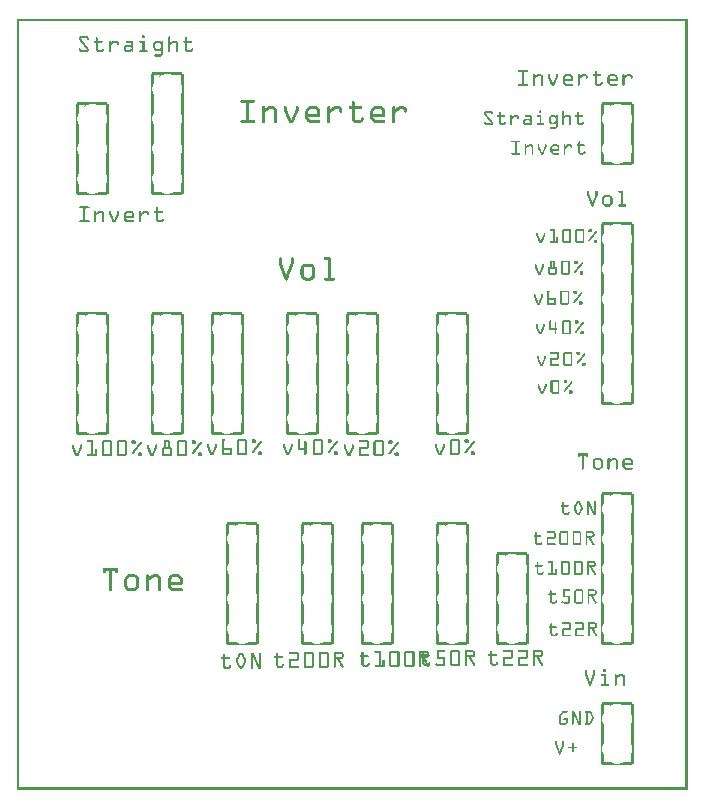
<source format=gto>
G04 MADE WITH FRITZING*
G04 WWW.FRITZING.ORG*
G04 DOUBLE SIDED*
G04 HOLES PLATED*
G04 CONTOUR ON CENTER OF CONTOUR VECTOR*
%ASAXBY*%
%FSLAX23Y23*%
%MOIN*%
%OFA0B0*%
%SFA1.0B1.0*%
%ADD10R,0.001000X0.001000*%
%LNSILK1*%
G90*
G70*
G54D10*
X0Y2570D02*
X2235Y2570D01*
X0Y2569D02*
X2235Y2569D01*
X0Y2568D02*
X2235Y2568D01*
X0Y2567D02*
X2235Y2567D01*
X0Y2566D02*
X2235Y2566D01*
X0Y2565D02*
X2235Y2565D01*
X0Y2564D02*
X2235Y2564D01*
X0Y2563D02*
X2235Y2563D01*
X0Y2562D02*
X7Y2562D01*
X2228Y2562D02*
X2235Y2562D01*
X0Y2561D02*
X7Y2561D01*
X2228Y2561D02*
X2235Y2561D01*
X0Y2560D02*
X7Y2560D01*
X2228Y2560D02*
X2235Y2560D01*
X0Y2559D02*
X7Y2559D01*
X2228Y2559D02*
X2235Y2559D01*
X0Y2558D02*
X7Y2558D01*
X2228Y2558D02*
X2235Y2558D01*
X0Y2557D02*
X7Y2557D01*
X2228Y2557D02*
X2235Y2557D01*
X0Y2556D02*
X7Y2556D01*
X2228Y2556D02*
X2235Y2556D01*
X0Y2555D02*
X7Y2555D01*
X2228Y2555D02*
X2235Y2555D01*
X0Y2554D02*
X7Y2554D01*
X2228Y2554D02*
X2235Y2554D01*
X0Y2553D02*
X7Y2553D01*
X2228Y2553D02*
X2235Y2553D01*
X0Y2552D02*
X7Y2552D01*
X2228Y2552D02*
X2235Y2552D01*
X0Y2551D02*
X7Y2551D01*
X2228Y2551D02*
X2235Y2551D01*
X0Y2550D02*
X7Y2550D01*
X2228Y2550D02*
X2235Y2550D01*
X0Y2549D02*
X7Y2549D01*
X2228Y2549D02*
X2235Y2549D01*
X0Y2548D02*
X7Y2548D01*
X2228Y2548D02*
X2235Y2548D01*
X0Y2547D02*
X7Y2547D01*
X2228Y2547D02*
X2235Y2547D01*
X0Y2546D02*
X7Y2546D01*
X2228Y2546D02*
X2235Y2546D01*
X0Y2545D02*
X7Y2545D01*
X2228Y2545D02*
X2235Y2545D01*
X0Y2544D02*
X7Y2544D01*
X2228Y2544D02*
X2235Y2544D01*
X0Y2543D02*
X7Y2543D01*
X2228Y2543D02*
X2235Y2543D01*
X0Y2542D02*
X7Y2542D01*
X2228Y2542D02*
X2235Y2542D01*
X0Y2541D02*
X7Y2541D01*
X2228Y2541D02*
X2235Y2541D01*
X0Y2540D02*
X7Y2540D01*
X2228Y2540D02*
X2235Y2540D01*
X0Y2539D02*
X7Y2539D01*
X2228Y2539D02*
X2235Y2539D01*
X0Y2538D02*
X7Y2538D01*
X2228Y2538D02*
X2235Y2538D01*
X0Y2537D02*
X7Y2537D01*
X2228Y2537D02*
X2235Y2537D01*
X0Y2536D02*
X7Y2536D01*
X2228Y2536D02*
X2235Y2536D01*
X0Y2535D02*
X7Y2535D01*
X2228Y2535D02*
X2235Y2535D01*
X0Y2534D02*
X7Y2534D01*
X2228Y2534D02*
X2235Y2534D01*
X0Y2533D02*
X7Y2533D01*
X2228Y2533D02*
X2235Y2533D01*
X0Y2532D02*
X7Y2532D01*
X2228Y2532D02*
X2235Y2532D01*
X0Y2531D02*
X7Y2531D01*
X2228Y2531D02*
X2235Y2531D01*
X0Y2530D02*
X7Y2530D01*
X2228Y2530D02*
X2235Y2530D01*
X0Y2529D02*
X7Y2529D01*
X2228Y2529D02*
X2235Y2529D01*
X0Y2528D02*
X7Y2528D01*
X2228Y2528D02*
X2235Y2528D01*
X0Y2527D02*
X7Y2527D01*
X2228Y2527D02*
X2235Y2527D01*
X0Y2526D02*
X7Y2526D01*
X2228Y2526D02*
X2235Y2526D01*
X0Y2525D02*
X7Y2525D01*
X2228Y2525D02*
X2235Y2525D01*
X0Y2524D02*
X7Y2524D01*
X2228Y2524D02*
X2235Y2524D01*
X0Y2523D02*
X7Y2523D01*
X2228Y2523D02*
X2235Y2523D01*
X0Y2522D02*
X7Y2522D01*
X2228Y2522D02*
X2235Y2522D01*
X0Y2521D02*
X7Y2521D01*
X2228Y2521D02*
X2235Y2521D01*
X0Y2520D02*
X7Y2520D01*
X2228Y2520D02*
X2235Y2520D01*
X0Y2519D02*
X7Y2519D01*
X2228Y2519D02*
X2235Y2519D01*
X0Y2518D02*
X7Y2518D01*
X2228Y2518D02*
X2235Y2518D01*
X0Y2517D02*
X7Y2517D01*
X2228Y2517D02*
X2235Y2517D01*
X0Y2516D02*
X7Y2516D01*
X2228Y2516D02*
X2235Y2516D01*
X0Y2515D02*
X7Y2515D01*
X418Y2515D02*
X422Y2515D01*
X2228Y2515D02*
X2235Y2515D01*
X0Y2514D02*
X7Y2514D01*
X417Y2514D02*
X424Y2514D01*
X2228Y2514D02*
X2235Y2514D01*
X0Y2513D02*
X7Y2513D01*
X416Y2513D02*
X425Y2513D01*
X2228Y2513D02*
X2235Y2513D01*
X0Y2512D02*
X7Y2512D01*
X212Y2512D02*
X233Y2512D01*
X416Y2512D02*
X425Y2512D01*
X507Y2512D02*
X509Y2512D01*
X2228Y2512D02*
X2235Y2512D01*
X0Y2511D02*
X7Y2511D01*
X210Y2511D02*
X235Y2511D01*
X416Y2511D02*
X425Y2511D01*
X506Y2511D02*
X510Y2511D01*
X2228Y2511D02*
X2235Y2511D01*
X0Y2510D02*
X7Y2510D01*
X209Y2510D02*
X237Y2510D01*
X416Y2510D02*
X425Y2510D01*
X505Y2510D02*
X511Y2510D01*
X2228Y2510D02*
X2235Y2510D01*
X0Y2509D02*
X7Y2509D01*
X208Y2509D02*
X238Y2509D01*
X265Y2509D02*
X267Y2509D01*
X416Y2509D02*
X425Y2509D01*
X505Y2509D02*
X511Y2509D01*
X563Y2509D02*
X565Y2509D01*
X2228Y2509D02*
X2235Y2509D01*
X0Y2508D02*
X7Y2508D01*
X208Y2508D02*
X238Y2508D01*
X264Y2508D02*
X268Y2508D01*
X416Y2508D02*
X425Y2508D01*
X505Y2508D02*
X511Y2508D01*
X562Y2508D02*
X567Y2508D01*
X2228Y2508D02*
X2235Y2508D01*
X0Y2507D02*
X7Y2507D01*
X207Y2507D02*
X239Y2507D01*
X263Y2507D02*
X269Y2507D01*
X416Y2507D02*
X424Y2507D01*
X505Y2507D02*
X511Y2507D01*
X562Y2507D02*
X567Y2507D01*
X2228Y2507D02*
X2235Y2507D01*
X0Y2506D02*
X7Y2506D01*
X207Y2506D02*
X239Y2506D01*
X263Y2506D02*
X269Y2506D01*
X417Y2506D02*
X423Y2506D01*
X505Y2506D02*
X511Y2506D01*
X561Y2506D02*
X567Y2506D01*
X2228Y2506D02*
X2235Y2506D01*
X0Y2505D02*
X7Y2505D01*
X207Y2505D02*
X213Y2505D01*
X233Y2505D02*
X240Y2505D01*
X263Y2505D02*
X269Y2505D01*
X505Y2505D02*
X511Y2505D01*
X561Y2505D02*
X567Y2505D01*
X2228Y2505D02*
X2235Y2505D01*
X0Y2504D02*
X7Y2504D01*
X207Y2504D02*
X213Y2504D01*
X234Y2504D02*
X240Y2504D01*
X263Y2504D02*
X269Y2504D01*
X505Y2504D02*
X511Y2504D01*
X561Y2504D02*
X567Y2504D01*
X2228Y2504D02*
X2235Y2504D01*
X0Y2503D02*
X7Y2503D01*
X207Y2503D02*
X214Y2503D01*
X234Y2503D02*
X240Y2503D01*
X263Y2503D02*
X269Y2503D01*
X505Y2503D02*
X511Y2503D01*
X561Y2503D02*
X567Y2503D01*
X2228Y2503D02*
X2235Y2503D01*
X0Y2502D02*
X7Y2502D01*
X207Y2502D02*
X214Y2502D01*
X234Y2502D02*
X240Y2502D01*
X263Y2502D02*
X269Y2502D01*
X505Y2502D02*
X511Y2502D01*
X561Y2502D02*
X567Y2502D01*
X2228Y2502D02*
X2235Y2502D01*
X0Y2501D02*
X7Y2501D01*
X208Y2501D02*
X215Y2501D01*
X235Y2501D02*
X239Y2501D01*
X263Y2501D02*
X269Y2501D01*
X505Y2501D02*
X511Y2501D01*
X561Y2501D02*
X567Y2501D01*
X2228Y2501D02*
X2235Y2501D01*
X0Y2500D02*
X7Y2500D01*
X208Y2500D02*
X216Y2500D01*
X236Y2500D02*
X238Y2500D01*
X263Y2500D02*
X269Y2500D01*
X505Y2500D02*
X511Y2500D01*
X561Y2500D02*
X567Y2500D01*
X2228Y2500D02*
X2235Y2500D01*
X0Y2499D02*
X7Y2499D01*
X209Y2499D02*
X217Y2499D01*
X263Y2499D02*
X269Y2499D01*
X505Y2499D02*
X511Y2499D01*
X561Y2499D02*
X567Y2499D01*
X2228Y2499D02*
X2235Y2499D01*
X0Y2498D02*
X7Y2498D01*
X210Y2498D02*
X217Y2498D01*
X263Y2498D02*
X269Y2498D01*
X505Y2498D02*
X511Y2498D01*
X561Y2498D02*
X567Y2498D01*
X2228Y2498D02*
X2235Y2498D01*
X0Y2497D02*
X7Y2497D01*
X210Y2497D02*
X218Y2497D01*
X258Y2497D02*
X285Y2497D01*
X308Y2497D02*
X311Y2497D01*
X321Y2497D02*
X333Y2497D01*
X364Y2497D02*
X382Y2497D01*
X410Y2497D02*
X424Y2497D01*
X464Y2497D02*
X476Y2497D01*
X484Y2497D02*
X487Y2497D01*
X505Y2497D02*
X511Y2497D01*
X521Y2497D02*
X531Y2497D01*
X556Y2497D02*
X583Y2497D01*
X2228Y2497D02*
X2235Y2497D01*
X0Y2496D02*
X7Y2496D01*
X211Y2496D02*
X219Y2496D01*
X257Y2496D02*
X286Y2496D01*
X307Y2496D02*
X311Y2496D01*
X320Y2496D02*
X335Y2496D01*
X363Y2496D02*
X384Y2496D01*
X409Y2496D02*
X424Y2496D01*
X462Y2496D02*
X478Y2496D01*
X483Y2496D02*
X488Y2496D01*
X505Y2496D02*
X511Y2496D01*
X518Y2496D02*
X533Y2496D01*
X555Y2496D02*
X584Y2496D01*
X2228Y2496D02*
X2235Y2496D01*
X0Y2495D02*
X7Y2495D01*
X212Y2495D02*
X220Y2495D01*
X257Y2495D02*
X286Y2495D01*
X306Y2495D02*
X312Y2495D01*
X319Y2495D02*
X336Y2495D01*
X363Y2495D02*
X385Y2495D01*
X409Y2495D02*
X425Y2495D01*
X461Y2495D02*
X479Y2495D01*
X483Y2495D02*
X488Y2495D01*
X505Y2495D02*
X511Y2495D01*
X517Y2495D02*
X534Y2495D01*
X555Y2495D02*
X584Y2495D01*
X2228Y2495D02*
X2235Y2495D01*
X0Y2494D02*
X7Y2494D01*
X213Y2494D02*
X221Y2494D01*
X257Y2494D02*
X286Y2494D01*
X306Y2494D02*
X312Y2494D01*
X318Y2494D02*
X337Y2494D01*
X363Y2494D02*
X386Y2494D01*
X409Y2494D02*
X425Y2494D01*
X460Y2494D02*
X480Y2494D01*
X482Y2494D02*
X488Y2494D01*
X505Y2494D02*
X511Y2494D01*
X515Y2494D02*
X535Y2494D01*
X555Y2494D02*
X584Y2494D01*
X2228Y2494D02*
X2235Y2494D01*
X0Y2493D02*
X7Y2493D01*
X213Y2493D02*
X221Y2493D01*
X257Y2493D02*
X286Y2493D01*
X306Y2493D02*
X312Y2493D01*
X316Y2493D02*
X338Y2493D01*
X363Y2493D02*
X387Y2493D01*
X409Y2493D02*
X425Y2493D01*
X459Y2493D02*
X488Y2493D01*
X505Y2493D02*
X511Y2493D01*
X514Y2493D02*
X536Y2493D01*
X555Y2493D02*
X584Y2493D01*
X2228Y2493D02*
X2235Y2493D01*
X0Y2492D02*
X7Y2492D01*
X214Y2492D02*
X222Y2492D01*
X257Y2492D02*
X285Y2492D01*
X306Y2492D02*
X312Y2492D01*
X315Y2492D02*
X338Y2492D01*
X363Y2492D02*
X387Y2492D01*
X410Y2492D02*
X425Y2492D01*
X458Y2492D02*
X488Y2492D01*
X505Y2492D02*
X537Y2492D01*
X556Y2492D02*
X583Y2492D01*
X2228Y2492D02*
X2235Y2492D01*
X0Y2491D02*
X7Y2491D01*
X215Y2491D02*
X223Y2491D01*
X259Y2491D02*
X284Y2491D01*
X306Y2491D02*
X312Y2491D01*
X314Y2491D02*
X339Y2491D01*
X365Y2491D02*
X388Y2491D01*
X411Y2491D02*
X425Y2491D01*
X457Y2491D02*
X488Y2491D01*
X505Y2491D02*
X537Y2491D01*
X557Y2491D02*
X582Y2491D01*
X2228Y2491D02*
X2235Y2491D01*
X0Y2490D02*
X7Y2490D01*
X216Y2490D02*
X224Y2490D01*
X263Y2490D02*
X269Y2490D01*
X306Y2490D02*
X323Y2490D01*
X332Y2490D02*
X339Y2490D01*
X381Y2490D02*
X388Y2490D01*
X419Y2490D02*
X425Y2490D01*
X456Y2490D02*
X465Y2490D01*
X475Y2490D02*
X488Y2490D01*
X505Y2490D02*
X521Y2490D01*
X530Y2490D02*
X537Y2490D01*
X561Y2490D02*
X567Y2490D01*
X2228Y2490D02*
X2235Y2490D01*
X0Y2489D02*
X7Y2489D01*
X217Y2489D02*
X224Y2489D01*
X263Y2489D02*
X269Y2489D01*
X306Y2489D02*
X321Y2489D01*
X333Y2489D02*
X339Y2489D01*
X382Y2489D02*
X388Y2489D01*
X419Y2489D02*
X425Y2489D01*
X456Y2489D02*
X464Y2489D01*
X476Y2489D02*
X488Y2489D01*
X505Y2489D02*
X519Y2489D01*
X531Y2489D02*
X537Y2489D01*
X561Y2489D02*
X567Y2489D01*
X2228Y2489D02*
X2235Y2489D01*
X0Y2488D02*
X7Y2488D01*
X217Y2488D02*
X225Y2488D01*
X263Y2488D02*
X269Y2488D01*
X306Y2488D02*
X320Y2488D01*
X333Y2488D02*
X339Y2488D01*
X382Y2488D02*
X388Y2488D01*
X419Y2488D02*
X425Y2488D01*
X455Y2488D02*
X462Y2488D01*
X478Y2488D02*
X488Y2488D01*
X505Y2488D02*
X518Y2488D01*
X532Y2488D02*
X538Y2488D01*
X561Y2488D02*
X567Y2488D01*
X2228Y2488D02*
X2235Y2488D01*
X0Y2487D02*
X7Y2487D01*
X218Y2487D02*
X226Y2487D01*
X263Y2487D02*
X269Y2487D01*
X306Y2487D02*
X319Y2487D01*
X333Y2487D02*
X339Y2487D01*
X382Y2487D02*
X388Y2487D01*
X419Y2487D02*
X425Y2487D01*
X455Y2487D02*
X462Y2487D01*
X479Y2487D02*
X488Y2487D01*
X505Y2487D02*
X516Y2487D01*
X532Y2487D02*
X538Y2487D01*
X561Y2487D02*
X567Y2487D01*
X2228Y2487D02*
X2235Y2487D01*
X0Y2486D02*
X7Y2486D01*
X219Y2486D02*
X227Y2486D01*
X263Y2486D02*
X269Y2486D01*
X306Y2486D02*
X318Y2486D01*
X333Y2486D02*
X339Y2486D01*
X382Y2486D02*
X388Y2486D01*
X419Y2486D02*
X425Y2486D01*
X455Y2486D02*
X461Y2486D01*
X480Y2486D02*
X488Y2486D01*
X505Y2486D02*
X515Y2486D01*
X532Y2486D02*
X538Y2486D01*
X561Y2486D02*
X567Y2486D01*
X2228Y2486D02*
X2235Y2486D01*
X0Y2485D02*
X7Y2485D01*
X220Y2485D02*
X228Y2485D01*
X263Y2485D02*
X269Y2485D01*
X306Y2485D02*
X317Y2485D01*
X333Y2485D02*
X339Y2485D01*
X382Y2485D02*
X388Y2485D01*
X419Y2485D02*
X425Y2485D01*
X455Y2485D02*
X461Y2485D01*
X481Y2485D02*
X488Y2485D01*
X505Y2485D02*
X513Y2485D01*
X532Y2485D02*
X538Y2485D01*
X561Y2485D02*
X567Y2485D01*
X2228Y2485D02*
X2235Y2485D01*
X0Y2484D02*
X7Y2484D01*
X220Y2484D02*
X228Y2484D01*
X263Y2484D02*
X269Y2484D01*
X306Y2484D02*
X316Y2484D01*
X334Y2484D02*
X339Y2484D01*
X382Y2484D02*
X388Y2484D01*
X419Y2484D02*
X425Y2484D01*
X455Y2484D02*
X461Y2484D01*
X482Y2484D02*
X488Y2484D01*
X505Y2484D02*
X511Y2484D01*
X532Y2484D02*
X538Y2484D01*
X561Y2484D02*
X567Y2484D01*
X2228Y2484D02*
X2235Y2484D01*
X0Y2483D02*
X7Y2483D01*
X221Y2483D02*
X229Y2483D01*
X263Y2483D02*
X269Y2483D01*
X306Y2483D02*
X314Y2483D01*
X335Y2483D02*
X338Y2483D01*
X364Y2483D02*
X380Y2483D01*
X382Y2483D02*
X388Y2483D01*
X419Y2483D02*
X425Y2483D01*
X455Y2483D02*
X461Y2483D01*
X482Y2483D02*
X488Y2483D01*
X505Y2483D02*
X511Y2483D01*
X532Y2483D02*
X538Y2483D01*
X561Y2483D02*
X567Y2483D01*
X2228Y2483D02*
X2235Y2483D01*
X0Y2482D02*
X7Y2482D01*
X222Y2482D02*
X230Y2482D01*
X263Y2482D02*
X269Y2482D01*
X306Y2482D02*
X313Y2482D01*
X361Y2482D02*
X388Y2482D01*
X419Y2482D02*
X425Y2482D01*
X455Y2482D02*
X461Y2482D01*
X482Y2482D02*
X488Y2482D01*
X505Y2482D02*
X511Y2482D01*
X532Y2482D02*
X538Y2482D01*
X561Y2482D02*
X567Y2482D01*
X2228Y2482D02*
X2235Y2482D01*
X0Y2481D02*
X7Y2481D01*
X223Y2481D02*
X231Y2481D01*
X263Y2481D02*
X269Y2481D01*
X306Y2481D02*
X312Y2481D01*
X360Y2481D02*
X388Y2481D01*
X419Y2481D02*
X425Y2481D01*
X455Y2481D02*
X461Y2481D01*
X482Y2481D02*
X488Y2481D01*
X505Y2481D02*
X511Y2481D01*
X532Y2481D02*
X538Y2481D01*
X561Y2481D02*
X567Y2481D01*
X2228Y2481D02*
X2235Y2481D01*
X0Y2480D02*
X7Y2480D01*
X224Y2480D02*
X231Y2480D01*
X263Y2480D02*
X269Y2480D01*
X306Y2480D02*
X312Y2480D01*
X359Y2480D02*
X388Y2480D01*
X419Y2480D02*
X425Y2480D01*
X455Y2480D02*
X461Y2480D01*
X482Y2480D02*
X488Y2480D01*
X505Y2480D02*
X511Y2480D01*
X532Y2480D02*
X538Y2480D01*
X561Y2480D02*
X567Y2480D01*
X2228Y2480D02*
X2235Y2480D01*
X0Y2479D02*
X7Y2479D01*
X224Y2479D02*
X232Y2479D01*
X263Y2479D02*
X269Y2479D01*
X306Y2479D02*
X312Y2479D01*
X358Y2479D02*
X388Y2479D01*
X419Y2479D02*
X425Y2479D01*
X455Y2479D02*
X461Y2479D01*
X482Y2479D02*
X488Y2479D01*
X505Y2479D02*
X511Y2479D01*
X532Y2479D02*
X538Y2479D01*
X561Y2479D02*
X567Y2479D01*
X2228Y2479D02*
X2235Y2479D01*
X0Y2478D02*
X7Y2478D01*
X225Y2478D02*
X233Y2478D01*
X263Y2478D02*
X269Y2478D01*
X306Y2478D02*
X312Y2478D01*
X357Y2478D02*
X388Y2478D01*
X419Y2478D02*
X425Y2478D01*
X455Y2478D02*
X461Y2478D01*
X482Y2478D02*
X488Y2478D01*
X505Y2478D02*
X511Y2478D01*
X532Y2478D02*
X538Y2478D01*
X561Y2478D02*
X567Y2478D01*
X2228Y2478D02*
X2235Y2478D01*
X0Y2477D02*
X7Y2477D01*
X226Y2477D02*
X234Y2477D01*
X263Y2477D02*
X269Y2477D01*
X306Y2477D02*
X312Y2477D01*
X357Y2477D02*
X388Y2477D01*
X419Y2477D02*
X425Y2477D01*
X455Y2477D02*
X461Y2477D01*
X482Y2477D02*
X488Y2477D01*
X505Y2477D02*
X511Y2477D01*
X532Y2477D02*
X538Y2477D01*
X561Y2477D02*
X567Y2477D01*
X2228Y2477D02*
X2235Y2477D01*
X0Y2476D02*
X7Y2476D01*
X227Y2476D02*
X235Y2476D01*
X263Y2476D02*
X269Y2476D01*
X306Y2476D02*
X312Y2476D01*
X356Y2476D02*
X364Y2476D01*
X380Y2476D02*
X388Y2476D01*
X419Y2476D02*
X425Y2476D01*
X455Y2476D02*
X461Y2476D01*
X482Y2476D02*
X488Y2476D01*
X505Y2476D02*
X511Y2476D01*
X532Y2476D02*
X538Y2476D01*
X561Y2476D02*
X567Y2476D01*
X2228Y2476D02*
X2235Y2476D01*
X0Y2475D02*
X7Y2475D01*
X227Y2475D02*
X235Y2475D01*
X263Y2475D02*
X269Y2475D01*
X306Y2475D02*
X312Y2475D01*
X356Y2475D02*
X363Y2475D01*
X382Y2475D02*
X388Y2475D01*
X419Y2475D02*
X425Y2475D01*
X455Y2475D02*
X461Y2475D01*
X482Y2475D02*
X488Y2475D01*
X505Y2475D02*
X511Y2475D01*
X532Y2475D02*
X538Y2475D01*
X561Y2475D02*
X567Y2475D01*
X2228Y2475D02*
X2235Y2475D01*
X0Y2474D02*
X7Y2474D01*
X228Y2474D02*
X236Y2474D01*
X263Y2474D02*
X269Y2474D01*
X306Y2474D02*
X312Y2474D01*
X356Y2474D02*
X362Y2474D01*
X382Y2474D02*
X388Y2474D01*
X419Y2474D02*
X425Y2474D01*
X455Y2474D02*
X461Y2474D01*
X481Y2474D02*
X488Y2474D01*
X505Y2474D02*
X511Y2474D01*
X532Y2474D02*
X538Y2474D01*
X561Y2474D02*
X567Y2474D01*
X2228Y2474D02*
X2235Y2474D01*
X0Y2473D02*
X7Y2473D01*
X229Y2473D02*
X237Y2473D01*
X263Y2473D02*
X269Y2473D01*
X306Y2473D02*
X312Y2473D01*
X356Y2473D02*
X362Y2473D01*
X383Y2473D02*
X388Y2473D01*
X419Y2473D02*
X425Y2473D01*
X455Y2473D02*
X461Y2473D01*
X480Y2473D02*
X488Y2473D01*
X505Y2473D02*
X511Y2473D01*
X532Y2473D02*
X538Y2473D01*
X561Y2473D02*
X567Y2473D01*
X2228Y2473D02*
X2235Y2473D01*
X0Y2472D02*
X7Y2472D01*
X230Y2472D02*
X238Y2472D01*
X263Y2472D02*
X269Y2472D01*
X306Y2472D02*
X312Y2472D01*
X356Y2472D02*
X362Y2472D01*
X383Y2472D02*
X388Y2472D01*
X419Y2472D02*
X425Y2472D01*
X455Y2472D02*
X462Y2472D01*
X478Y2472D02*
X488Y2472D01*
X505Y2472D02*
X511Y2472D01*
X532Y2472D02*
X538Y2472D01*
X561Y2472D02*
X567Y2472D01*
X2228Y2472D02*
X2235Y2472D01*
X0Y2471D02*
X7Y2471D01*
X209Y2471D02*
X211Y2471D01*
X231Y2471D02*
X238Y2471D01*
X263Y2471D02*
X269Y2471D01*
X286Y2471D02*
X288Y2471D01*
X306Y2471D02*
X312Y2471D01*
X356Y2471D02*
X362Y2471D01*
X383Y2471D02*
X388Y2471D01*
X419Y2471D02*
X425Y2471D01*
X456Y2471D02*
X463Y2471D01*
X477Y2471D02*
X488Y2471D01*
X505Y2471D02*
X511Y2471D01*
X532Y2471D02*
X538Y2471D01*
X561Y2471D02*
X567Y2471D01*
X584Y2471D02*
X586Y2471D01*
X2228Y2471D02*
X2235Y2471D01*
X0Y2470D02*
X7Y2470D01*
X207Y2470D02*
X212Y2470D01*
X231Y2470D02*
X239Y2470D01*
X263Y2470D02*
X269Y2470D01*
X285Y2470D02*
X289Y2470D01*
X306Y2470D02*
X312Y2470D01*
X356Y2470D02*
X362Y2470D01*
X383Y2470D02*
X388Y2470D01*
X419Y2470D02*
X425Y2470D01*
X456Y2470D02*
X464Y2470D01*
X476Y2470D02*
X488Y2470D01*
X505Y2470D02*
X511Y2470D01*
X532Y2470D02*
X538Y2470D01*
X561Y2470D02*
X567Y2470D01*
X583Y2470D02*
X587Y2470D01*
X2228Y2470D02*
X2235Y2470D01*
X0Y2469D02*
X7Y2469D01*
X207Y2469D02*
X212Y2469D01*
X232Y2469D02*
X239Y2469D01*
X263Y2469D02*
X269Y2469D01*
X284Y2469D02*
X289Y2469D01*
X306Y2469D02*
X312Y2469D01*
X356Y2469D02*
X362Y2469D01*
X381Y2469D02*
X388Y2469D01*
X419Y2469D02*
X425Y2469D01*
X457Y2469D02*
X465Y2469D01*
X475Y2469D02*
X488Y2469D01*
X505Y2469D02*
X511Y2469D01*
X532Y2469D02*
X538Y2469D01*
X561Y2469D02*
X567Y2469D01*
X582Y2469D02*
X588Y2469D01*
X2228Y2469D02*
X2235Y2469D01*
X0Y2468D02*
X7Y2468D01*
X207Y2468D02*
X213Y2468D01*
X233Y2468D02*
X240Y2468D01*
X263Y2468D02*
X269Y2468D01*
X284Y2468D02*
X290Y2468D01*
X306Y2468D02*
X312Y2468D01*
X356Y2468D02*
X362Y2468D01*
X379Y2468D02*
X388Y2468D01*
X419Y2468D02*
X425Y2468D01*
X457Y2468D02*
X488Y2468D01*
X505Y2468D02*
X511Y2468D01*
X532Y2468D02*
X538Y2468D01*
X561Y2468D02*
X568Y2468D01*
X582Y2468D02*
X588Y2468D01*
X2228Y2468D02*
X2235Y2468D01*
X0Y2467D02*
X7Y2467D01*
X207Y2467D02*
X213Y2467D01*
X234Y2467D02*
X240Y2467D01*
X263Y2467D02*
X270Y2467D01*
X283Y2467D02*
X290Y2467D01*
X306Y2467D02*
X312Y2467D01*
X356Y2467D02*
X362Y2467D01*
X378Y2467D02*
X388Y2467D01*
X419Y2467D02*
X425Y2467D01*
X458Y2467D02*
X488Y2467D01*
X505Y2467D02*
X511Y2467D01*
X532Y2467D02*
X538Y2467D01*
X562Y2467D02*
X568Y2467D01*
X581Y2467D02*
X588Y2467D01*
X2228Y2467D02*
X2235Y2467D01*
X0Y2466D02*
X7Y2466D01*
X207Y2466D02*
X214Y2466D01*
X234Y2466D02*
X240Y2466D01*
X264Y2466D02*
X271Y2466D01*
X282Y2466D02*
X289Y2466D01*
X306Y2466D02*
X312Y2466D01*
X356Y2466D02*
X364Y2466D01*
X376Y2466D02*
X388Y2466D01*
X419Y2466D02*
X425Y2466D01*
X459Y2466D02*
X488Y2466D01*
X505Y2466D02*
X511Y2466D01*
X532Y2466D02*
X538Y2466D01*
X562Y2466D02*
X569Y2466D01*
X580Y2466D02*
X587Y2466D01*
X2228Y2466D02*
X2235Y2466D01*
X0Y2465D02*
X7Y2465D01*
X207Y2465D02*
X240Y2465D01*
X264Y2465D02*
X289Y2465D01*
X306Y2465D02*
X312Y2465D01*
X357Y2465D02*
X388Y2465D01*
X410Y2465D02*
X434Y2465D01*
X460Y2465D02*
X480Y2465D01*
X482Y2465D02*
X488Y2465D01*
X505Y2465D02*
X511Y2465D01*
X532Y2465D02*
X538Y2465D01*
X562Y2465D02*
X587Y2465D01*
X2228Y2465D02*
X2235Y2465D01*
X0Y2464D02*
X7Y2464D01*
X208Y2464D02*
X239Y2464D01*
X265Y2464D02*
X288Y2464D01*
X306Y2464D02*
X312Y2464D01*
X357Y2464D02*
X388Y2464D01*
X409Y2464D02*
X435Y2464D01*
X461Y2464D02*
X479Y2464D01*
X482Y2464D02*
X488Y2464D01*
X505Y2464D02*
X511Y2464D01*
X532Y2464D02*
X538Y2464D01*
X563Y2464D02*
X586Y2464D01*
X2228Y2464D02*
X2235Y2464D01*
X0Y2463D02*
X7Y2463D01*
X208Y2463D02*
X239Y2463D01*
X265Y2463D02*
X288Y2463D01*
X306Y2463D02*
X312Y2463D01*
X358Y2463D02*
X388Y2463D01*
X409Y2463D02*
X435Y2463D01*
X463Y2463D02*
X477Y2463D01*
X482Y2463D02*
X488Y2463D01*
X505Y2463D02*
X511Y2463D01*
X532Y2463D02*
X538Y2463D01*
X563Y2463D02*
X586Y2463D01*
X2228Y2463D02*
X2235Y2463D01*
X0Y2462D02*
X7Y2462D01*
X209Y2462D02*
X238Y2462D01*
X266Y2462D02*
X287Y2462D01*
X306Y2462D02*
X312Y2462D01*
X359Y2462D02*
X388Y2462D01*
X409Y2462D02*
X435Y2462D01*
X465Y2462D02*
X475Y2462D01*
X482Y2462D02*
X488Y2462D01*
X505Y2462D02*
X511Y2462D01*
X532Y2462D02*
X538Y2462D01*
X564Y2462D02*
X585Y2462D01*
X2228Y2462D02*
X2235Y2462D01*
X0Y2461D02*
X7Y2461D01*
X210Y2461D02*
X238Y2461D01*
X267Y2461D02*
X286Y2461D01*
X306Y2461D02*
X312Y2461D01*
X360Y2461D02*
X380Y2461D01*
X383Y2461D02*
X388Y2461D01*
X409Y2461D02*
X435Y2461D01*
X482Y2461D02*
X488Y2461D01*
X505Y2461D02*
X511Y2461D01*
X532Y2461D02*
X537Y2461D01*
X565Y2461D02*
X584Y2461D01*
X2228Y2461D02*
X2235Y2461D01*
X0Y2460D02*
X7Y2460D01*
X211Y2460D02*
X236Y2460D01*
X269Y2460D02*
X284Y2460D01*
X307Y2460D02*
X311Y2460D01*
X361Y2460D02*
X378Y2460D01*
X384Y2460D02*
X388Y2460D01*
X410Y2460D02*
X434Y2460D01*
X482Y2460D02*
X488Y2460D01*
X506Y2460D02*
X510Y2460D01*
X532Y2460D02*
X537Y2460D01*
X567Y2460D02*
X582Y2460D01*
X2228Y2460D02*
X2235Y2460D01*
X0Y2459D02*
X7Y2459D01*
X214Y2459D02*
X234Y2459D01*
X271Y2459D02*
X282Y2459D01*
X308Y2459D02*
X310Y2459D01*
X364Y2459D02*
X377Y2459D01*
X385Y2459D02*
X386Y2459D01*
X411Y2459D02*
X433Y2459D01*
X482Y2459D02*
X488Y2459D01*
X507Y2459D02*
X509Y2459D01*
X534Y2459D02*
X535Y2459D01*
X569Y2459D02*
X580Y2459D01*
X2228Y2459D02*
X2235Y2459D01*
X0Y2458D02*
X7Y2458D01*
X482Y2458D02*
X488Y2458D01*
X2228Y2458D02*
X2235Y2458D01*
X0Y2457D02*
X7Y2457D01*
X482Y2457D02*
X488Y2457D01*
X2228Y2457D02*
X2235Y2457D01*
X0Y2456D02*
X7Y2456D01*
X482Y2456D02*
X488Y2456D01*
X2228Y2456D02*
X2235Y2456D01*
X0Y2455D02*
X7Y2455D01*
X482Y2455D02*
X488Y2455D01*
X2228Y2455D02*
X2235Y2455D01*
X0Y2454D02*
X7Y2454D01*
X481Y2454D02*
X488Y2454D01*
X2228Y2454D02*
X2235Y2454D01*
X0Y2453D02*
X7Y2453D01*
X480Y2453D02*
X488Y2453D01*
X2228Y2453D02*
X2235Y2453D01*
X0Y2452D02*
X7Y2452D01*
X479Y2452D02*
X487Y2452D01*
X2228Y2452D02*
X2235Y2452D01*
X0Y2451D02*
X7Y2451D01*
X462Y2451D02*
X487Y2451D01*
X2228Y2451D02*
X2235Y2451D01*
X0Y2450D02*
X7Y2450D01*
X460Y2450D02*
X486Y2450D01*
X2228Y2450D02*
X2235Y2450D01*
X0Y2449D02*
X7Y2449D01*
X459Y2449D02*
X485Y2449D01*
X2228Y2449D02*
X2235Y2449D01*
X0Y2448D02*
X7Y2448D01*
X459Y2448D02*
X484Y2448D01*
X2228Y2448D02*
X2235Y2448D01*
X0Y2447D02*
X7Y2447D01*
X459Y2447D02*
X483Y2447D01*
X2228Y2447D02*
X2235Y2447D01*
X0Y2446D02*
X7Y2446D01*
X459Y2446D02*
X481Y2446D01*
X2228Y2446D02*
X2235Y2446D01*
X0Y2445D02*
X7Y2445D01*
X460Y2445D02*
X480Y2445D01*
X2228Y2445D02*
X2235Y2445D01*
X0Y2444D02*
X7Y2444D01*
X2228Y2444D02*
X2235Y2444D01*
X0Y2443D02*
X7Y2443D01*
X2228Y2443D02*
X2235Y2443D01*
X0Y2442D02*
X7Y2442D01*
X2228Y2442D02*
X2235Y2442D01*
X0Y2441D02*
X7Y2441D01*
X2228Y2441D02*
X2235Y2441D01*
X0Y2440D02*
X7Y2440D01*
X2228Y2440D02*
X2235Y2440D01*
X0Y2439D02*
X7Y2439D01*
X2228Y2439D02*
X2235Y2439D01*
X0Y2438D02*
X7Y2438D01*
X2228Y2438D02*
X2235Y2438D01*
X0Y2437D02*
X7Y2437D01*
X2228Y2437D02*
X2235Y2437D01*
X0Y2436D02*
X7Y2436D01*
X2228Y2436D02*
X2235Y2436D01*
X0Y2435D02*
X7Y2435D01*
X2228Y2435D02*
X2235Y2435D01*
X0Y2434D02*
X7Y2434D01*
X2228Y2434D02*
X2235Y2434D01*
X0Y2433D02*
X7Y2433D01*
X2228Y2433D02*
X2235Y2433D01*
X0Y2432D02*
X7Y2432D01*
X2228Y2432D02*
X2235Y2432D01*
X0Y2431D02*
X7Y2431D01*
X2228Y2431D02*
X2235Y2431D01*
X0Y2430D02*
X7Y2430D01*
X2228Y2430D02*
X2235Y2430D01*
X0Y2429D02*
X7Y2429D01*
X2228Y2429D02*
X2235Y2429D01*
X0Y2428D02*
X7Y2428D01*
X2228Y2428D02*
X2235Y2428D01*
X0Y2427D02*
X7Y2427D01*
X2228Y2427D02*
X2235Y2427D01*
X0Y2426D02*
X7Y2426D01*
X2228Y2426D02*
X2235Y2426D01*
X0Y2425D02*
X7Y2425D01*
X2228Y2425D02*
X2235Y2425D01*
X0Y2424D02*
X7Y2424D01*
X2228Y2424D02*
X2235Y2424D01*
X0Y2423D02*
X7Y2423D01*
X2228Y2423D02*
X2235Y2423D01*
X0Y2422D02*
X7Y2422D01*
X2228Y2422D02*
X2235Y2422D01*
X0Y2421D02*
X7Y2421D01*
X2228Y2421D02*
X2235Y2421D01*
X0Y2420D02*
X7Y2420D01*
X2228Y2420D02*
X2235Y2420D01*
X0Y2419D02*
X7Y2419D01*
X2228Y2419D02*
X2235Y2419D01*
X0Y2418D02*
X7Y2418D01*
X2228Y2418D02*
X2235Y2418D01*
X0Y2417D02*
X7Y2417D01*
X2228Y2417D02*
X2235Y2417D01*
X0Y2416D02*
X7Y2416D01*
X2228Y2416D02*
X2235Y2416D01*
X0Y2415D02*
X7Y2415D01*
X2228Y2415D02*
X2235Y2415D01*
X0Y2414D02*
X7Y2414D01*
X2228Y2414D02*
X2235Y2414D01*
X0Y2413D02*
X7Y2413D01*
X2228Y2413D02*
X2235Y2413D01*
X0Y2412D02*
X7Y2412D01*
X2228Y2412D02*
X2235Y2412D01*
X0Y2411D02*
X7Y2411D01*
X2228Y2411D02*
X2235Y2411D01*
X0Y2410D02*
X7Y2410D01*
X2228Y2410D02*
X2235Y2410D01*
X0Y2409D02*
X7Y2409D01*
X2228Y2409D02*
X2235Y2409D01*
X0Y2408D02*
X7Y2408D01*
X2228Y2408D02*
X2235Y2408D01*
X0Y2407D02*
X7Y2407D01*
X2228Y2407D02*
X2235Y2407D01*
X0Y2406D02*
X7Y2406D01*
X2228Y2406D02*
X2235Y2406D01*
X0Y2405D02*
X7Y2405D01*
X2228Y2405D02*
X2235Y2405D01*
X0Y2404D02*
X7Y2404D01*
X2228Y2404D02*
X2235Y2404D01*
X0Y2403D02*
X7Y2403D01*
X2228Y2403D02*
X2235Y2403D01*
X0Y2402D02*
X7Y2402D01*
X2228Y2402D02*
X2235Y2402D01*
X0Y2401D02*
X7Y2401D01*
X2228Y2401D02*
X2235Y2401D01*
X0Y2400D02*
X7Y2400D01*
X1672Y2400D02*
X1703Y2400D01*
X2228Y2400D02*
X2235Y2400D01*
X0Y2399D02*
X7Y2399D01*
X1671Y2399D02*
X1704Y2399D01*
X2228Y2399D02*
X2235Y2399D01*
X0Y2398D02*
X7Y2398D01*
X1671Y2398D02*
X1704Y2398D01*
X2228Y2398D02*
X2235Y2398D01*
X0Y2397D02*
X7Y2397D01*
X1671Y2397D02*
X1704Y2397D01*
X1927Y2397D02*
X1931Y2397D01*
X2228Y2397D02*
X2235Y2397D01*
X0Y2396D02*
X7Y2396D01*
X1671Y2396D02*
X1704Y2396D01*
X1926Y2396D02*
X1932Y2396D01*
X2228Y2396D02*
X2235Y2396D01*
X0Y2395D02*
X7Y2395D01*
X1672Y2395D02*
X1703Y2395D01*
X1926Y2395D02*
X1932Y2395D01*
X2228Y2395D02*
X2235Y2395D01*
X0Y2394D02*
X7Y2394D01*
X1674Y2394D02*
X1701Y2394D01*
X1926Y2394D02*
X1932Y2394D01*
X2228Y2394D02*
X2235Y2394D01*
X0Y2393D02*
X7Y2393D01*
X1684Y2393D02*
X1690Y2393D01*
X1926Y2393D02*
X1932Y2393D01*
X2228Y2393D02*
X2235Y2393D01*
X0Y2392D02*
X7Y2392D01*
X1684Y2392D02*
X1690Y2392D01*
X1926Y2392D02*
X1932Y2392D01*
X2228Y2392D02*
X2235Y2392D01*
X0Y2391D02*
X7Y2391D01*
X452Y2391D02*
X551Y2391D01*
X1684Y2391D02*
X1690Y2391D01*
X1926Y2391D02*
X1932Y2391D01*
X2228Y2391D02*
X2235Y2391D01*
X0Y2390D02*
X7Y2390D01*
X452Y2390D02*
X551Y2390D01*
X1684Y2390D02*
X1690Y2390D01*
X1926Y2390D02*
X1932Y2390D01*
X2228Y2390D02*
X2235Y2390D01*
X0Y2389D02*
X7Y2389D01*
X452Y2389D02*
X551Y2389D01*
X1684Y2389D02*
X1690Y2389D01*
X1926Y2389D02*
X1932Y2389D01*
X2228Y2389D02*
X2235Y2389D01*
X0Y2388D02*
X7Y2388D01*
X452Y2388D02*
X551Y2388D01*
X1684Y2388D02*
X1690Y2388D01*
X1926Y2388D02*
X1932Y2388D01*
X2228Y2388D02*
X2235Y2388D01*
X0Y2387D02*
X7Y2387D01*
X452Y2387D02*
X551Y2387D01*
X1684Y2387D02*
X1690Y2387D01*
X1926Y2387D02*
X1932Y2387D01*
X2228Y2387D02*
X2235Y2387D01*
X0Y2386D02*
X7Y2386D01*
X447Y2386D02*
X492Y2386D01*
X510Y2386D02*
X556Y2386D01*
X1684Y2386D02*
X1690Y2386D01*
X1723Y2386D02*
X1724Y2386D01*
X1738Y2386D02*
X1745Y2386D01*
X1772Y2386D02*
X1774Y2386D01*
X1800Y2386D02*
X1801Y2386D01*
X1830Y2386D02*
X1842Y2386D01*
X1872Y2386D02*
X1873Y2386D01*
X1885Y2386D02*
X1895Y2386D01*
X1922Y2386D02*
X1947Y2386D01*
X1979Y2386D02*
X1991Y2386D01*
X2021Y2386D02*
X2022Y2386D01*
X2034Y2386D02*
X2044Y2386D01*
X2228Y2386D02*
X2235Y2386D01*
X0Y2385D02*
X7Y2385D01*
X447Y2385D02*
X489Y2385D01*
X514Y2385D02*
X556Y2385D01*
X1684Y2385D02*
X1690Y2385D01*
X1721Y2385D02*
X1725Y2385D01*
X1735Y2385D02*
X1748Y2385D01*
X1771Y2385D02*
X1775Y2385D01*
X1798Y2385D02*
X1802Y2385D01*
X1828Y2385D02*
X1845Y2385D01*
X1870Y2385D02*
X1875Y2385D01*
X1884Y2385D02*
X1897Y2385D01*
X1920Y2385D02*
X1948Y2385D01*
X1977Y2385D02*
X1994Y2385D01*
X2020Y2385D02*
X2024Y2385D01*
X2033Y2385D02*
X2046Y2385D01*
X2228Y2385D02*
X2235Y2385D01*
X0Y2384D02*
X7Y2384D01*
X447Y2384D02*
X486Y2384D01*
X517Y2384D02*
X556Y2384D01*
X1684Y2384D02*
X1690Y2384D01*
X1721Y2384D02*
X1726Y2384D01*
X1733Y2384D02*
X1749Y2384D01*
X1770Y2384D02*
X1776Y2384D01*
X1798Y2384D02*
X1803Y2384D01*
X1826Y2384D02*
X1847Y2384D01*
X1870Y2384D02*
X1875Y2384D01*
X1883Y2384D02*
X1899Y2384D01*
X1920Y2384D02*
X1949Y2384D01*
X1975Y2384D02*
X1996Y2384D01*
X2019Y2384D02*
X2024Y2384D01*
X2032Y2384D02*
X2048Y2384D01*
X2228Y2384D02*
X2235Y2384D01*
X0Y2383D02*
X7Y2383D01*
X447Y2383D02*
X483Y2383D01*
X519Y2383D02*
X556Y2383D01*
X1684Y2383D02*
X1690Y2383D01*
X1721Y2383D02*
X1726Y2383D01*
X1732Y2383D02*
X1750Y2383D01*
X1770Y2383D02*
X1776Y2383D01*
X1797Y2383D02*
X1803Y2383D01*
X1825Y2383D02*
X1848Y2383D01*
X1870Y2383D02*
X1875Y2383D01*
X1882Y2383D02*
X1900Y2383D01*
X1920Y2383D02*
X1949Y2383D01*
X1974Y2383D02*
X1997Y2383D01*
X2019Y2383D02*
X2024Y2383D01*
X2031Y2383D02*
X2049Y2383D01*
X2228Y2383D02*
X2235Y2383D01*
X0Y2382D02*
X7Y2382D01*
X447Y2382D02*
X481Y2382D01*
X521Y2382D02*
X556Y2382D01*
X1684Y2382D02*
X1690Y2382D01*
X1720Y2382D02*
X1726Y2382D01*
X1730Y2382D02*
X1751Y2382D01*
X1770Y2382D02*
X1776Y2382D01*
X1797Y2382D02*
X1803Y2382D01*
X1824Y2382D02*
X1849Y2382D01*
X1870Y2382D02*
X1875Y2382D01*
X1880Y2382D02*
X1901Y2382D01*
X1920Y2382D02*
X1949Y2382D01*
X1973Y2382D02*
X1998Y2382D01*
X2019Y2382D02*
X2025Y2382D01*
X2029Y2382D02*
X2050Y2382D01*
X2228Y2382D02*
X2235Y2382D01*
X0Y2381D02*
X7Y2381D01*
X447Y2381D02*
X456Y2381D01*
X478Y2381D02*
X479Y2381D01*
X547Y2381D02*
X556Y2381D01*
X1684Y2381D02*
X1690Y2381D01*
X1720Y2381D02*
X1726Y2381D01*
X1728Y2381D02*
X1752Y2381D01*
X1770Y2381D02*
X1776Y2381D01*
X1797Y2381D02*
X1803Y2381D01*
X1823Y2381D02*
X1850Y2381D01*
X1870Y2381D02*
X1875Y2381D01*
X1879Y2381D02*
X1901Y2381D01*
X1920Y2381D02*
X1948Y2381D01*
X1972Y2381D02*
X1999Y2381D01*
X2019Y2381D02*
X2025Y2381D01*
X2028Y2381D02*
X2050Y2381D01*
X2228Y2381D02*
X2235Y2381D01*
X0Y2380D02*
X7Y2380D01*
X447Y2380D02*
X456Y2380D01*
X477Y2380D02*
X478Y2380D01*
X547Y2380D02*
X556Y2380D01*
X1684Y2380D02*
X1690Y2380D01*
X1720Y2380D02*
X1752Y2380D01*
X1770Y2380D02*
X1776Y2380D01*
X1797Y2380D02*
X1803Y2380D01*
X1822Y2380D02*
X1851Y2380D01*
X1870Y2380D02*
X1875Y2380D01*
X1878Y2380D02*
X1902Y2380D01*
X1921Y2380D02*
X1948Y2380D01*
X1971Y2380D02*
X2000Y2380D01*
X2019Y2380D02*
X2025Y2380D01*
X2027Y2380D02*
X2051Y2380D01*
X2228Y2380D02*
X2235Y2380D01*
X0Y2379D02*
X7Y2379D01*
X447Y2379D02*
X456Y2379D01*
X476Y2379D02*
X476Y2379D01*
X547Y2379D02*
X556Y2379D01*
X1684Y2379D02*
X1690Y2379D01*
X1720Y2379D02*
X1737Y2379D01*
X1745Y2379D02*
X1753Y2379D01*
X1770Y2379D02*
X1776Y2379D01*
X1797Y2379D02*
X1803Y2379D01*
X1821Y2379D02*
X1830Y2379D01*
X1842Y2379D02*
X1852Y2379D01*
X1870Y2379D02*
X1887Y2379D01*
X1895Y2379D02*
X1902Y2379D01*
X1926Y2379D02*
X1932Y2379D01*
X1970Y2379D02*
X1979Y2379D01*
X1991Y2379D02*
X2001Y2379D01*
X2019Y2379D02*
X2036Y2379D01*
X2044Y2379D02*
X2051Y2379D01*
X2228Y2379D02*
X2235Y2379D01*
X0Y2378D02*
X7Y2378D01*
X447Y2378D02*
X456Y2378D01*
X475Y2378D02*
X475Y2378D01*
X547Y2378D02*
X556Y2378D01*
X1684Y2378D02*
X1690Y2378D01*
X1720Y2378D02*
X1736Y2378D01*
X1746Y2378D02*
X1753Y2378D01*
X1770Y2378D02*
X1776Y2378D01*
X1797Y2378D02*
X1803Y2378D01*
X1821Y2378D02*
X1829Y2378D01*
X1844Y2378D02*
X1852Y2378D01*
X1870Y2378D02*
X1885Y2378D01*
X1896Y2378D02*
X1903Y2378D01*
X1926Y2378D02*
X1932Y2378D01*
X1970Y2378D02*
X1978Y2378D01*
X1993Y2378D02*
X2001Y2378D01*
X2019Y2378D02*
X2034Y2378D01*
X2045Y2378D02*
X2052Y2378D01*
X2228Y2378D02*
X2235Y2378D01*
X0Y2377D02*
X7Y2377D01*
X447Y2377D02*
X456Y2377D01*
X547Y2377D02*
X556Y2377D01*
X1684Y2377D02*
X1690Y2377D01*
X1720Y2377D02*
X1734Y2377D01*
X1747Y2377D02*
X1753Y2377D01*
X1770Y2377D02*
X1776Y2377D01*
X1797Y2377D02*
X1803Y2377D01*
X1820Y2377D02*
X1828Y2377D01*
X1845Y2377D02*
X1853Y2377D01*
X1870Y2377D02*
X1884Y2377D01*
X1897Y2377D02*
X1903Y2377D01*
X1926Y2377D02*
X1932Y2377D01*
X1970Y2377D02*
X1977Y2377D01*
X1995Y2377D02*
X2002Y2377D01*
X2019Y2377D02*
X2033Y2377D01*
X2046Y2377D02*
X2052Y2377D01*
X2228Y2377D02*
X2235Y2377D01*
X0Y2376D02*
X7Y2376D01*
X447Y2376D02*
X456Y2376D01*
X547Y2376D02*
X556Y2376D01*
X1684Y2376D02*
X1690Y2376D01*
X1720Y2376D02*
X1732Y2376D01*
X1747Y2376D02*
X1753Y2376D01*
X1770Y2376D02*
X1777Y2376D01*
X1797Y2376D02*
X1803Y2376D01*
X1820Y2376D02*
X1827Y2376D01*
X1846Y2376D02*
X1853Y2376D01*
X1870Y2376D02*
X1883Y2376D01*
X1897Y2376D02*
X1903Y2376D01*
X1926Y2376D02*
X1932Y2376D01*
X1969Y2376D02*
X1976Y2376D01*
X1995Y2376D02*
X2002Y2376D01*
X2019Y2376D02*
X2032Y2376D01*
X2046Y2376D02*
X2052Y2376D01*
X2228Y2376D02*
X2235Y2376D01*
X0Y2375D02*
X7Y2375D01*
X447Y2375D02*
X456Y2375D01*
X547Y2375D02*
X556Y2375D01*
X1684Y2375D02*
X1690Y2375D01*
X1720Y2375D02*
X1731Y2375D01*
X1747Y2375D02*
X1753Y2375D01*
X1771Y2375D02*
X1777Y2375D01*
X1796Y2375D02*
X1803Y2375D01*
X1820Y2375D02*
X1826Y2375D01*
X1847Y2375D02*
X1853Y2375D01*
X1870Y2375D02*
X1882Y2375D01*
X1897Y2375D02*
X1903Y2375D01*
X1926Y2375D02*
X1932Y2375D01*
X1969Y2375D02*
X1975Y2375D01*
X1996Y2375D02*
X2002Y2375D01*
X2019Y2375D02*
X2031Y2375D01*
X2046Y2375D02*
X2052Y2375D01*
X2228Y2375D02*
X2235Y2375D01*
X0Y2374D02*
X7Y2374D01*
X447Y2374D02*
X456Y2374D01*
X547Y2374D02*
X556Y2374D01*
X1684Y2374D02*
X1690Y2374D01*
X1720Y2374D02*
X1729Y2374D01*
X1747Y2374D02*
X1753Y2374D01*
X1771Y2374D02*
X1778Y2374D01*
X1796Y2374D02*
X1802Y2374D01*
X1820Y2374D02*
X1826Y2374D01*
X1847Y2374D02*
X1853Y2374D01*
X1870Y2374D02*
X1881Y2374D01*
X1897Y2374D02*
X1903Y2374D01*
X1926Y2374D02*
X1932Y2374D01*
X1969Y2374D02*
X1975Y2374D01*
X1996Y2374D02*
X2002Y2374D01*
X2019Y2374D02*
X2030Y2374D01*
X2046Y2374D02*
X2052Y2374D01*
X2228Y2374D02*
X2235Y2374D01*
X0Y2373D02*
X7Y2373D01*
X447Y2373D02*
X456Y2373D01*
X547Y2373D02*
X556Y2373D01*
X1684Y2373D02*
X1690Y2373D01*
X1720Y2373D02*
X1728Y2373D01*
X1747Y2373D02*
X1753Y2373D01*
X1772Y2373D02*
X1778Y2373D01*
X1795Y2373D02*
X1802Y2373D01*
X1820Y2373D02*
X1826Y2373D01*
X1847Y2373D02*
X1853Y2373D01*
X1870Y2373D02*
X1880Y2373D01*
X1897Y2373D02*
X1903Y2373D01*
X1926Y2373D02*
X1932Y2373D01*
X1969Y2373D02*
X1975Y2373D01*
X1996Y2373D02*
X2002Y2373D01*
X2019Y2373D02*
X2029Y2373D01*
X2046Y2373D02*
X2052Y2373D01*
X2228Y2373D02*
X2235Y2373D01*
X0Y2372D02*
X7Y2372D01*
X447Y2372D02*
X456Y2372D01*
X547Y2372D02*
X556Y2372D01*
X1684Y2372D02*
X1690Y2372D01*
X1720Y2372D02*
X1727Y2372D01*
X1747Y2372D02*
X1753Y2372D01*
X1772Y2372D02*
X1779Y2372D01*
X1795Y2372D02*
X1802Y2372D01*
X1820Y2372D02*
X1826Y2372D01*
X1847Y2372D02*
X1853Y2372D01*
X1870Y2372D02*
X1878Y2372D01*
X1898Y2372D02*
X1902Y2372D01*
X1926Y2372D02*
X1932Y2372D01*
X1969Y2372D02*
X1975Y2372D01*
X1996Y2372D02*
X2002Y2372D01*
X2019Y2372D02*
X2027Y2372D01*
X2047Y2372D02*
X2051Y2372D01*
X2228Y2372D02*
X2235Y2372D01*
X0Y2371D02*
X7Y2371D01*
X447Y2371D02*
X456Y2371D01*
X547Y2371D02*
X556Y2371D01*
X1684Y2371D02*
X1690Y2371D01*
X1720Y2371D02*
X1726Y2371D01*
X1747Y2371D02*
X1753Y2371D01*
X1772Y2371D02*
X1779Y2371D01*
X1795Y2371D02*
X1801Y2371D01*
X1820Y2371D02*
X1826Y2371D01*
X1847Y2371D02*
X1853Y2371D01*
X1870Y2371D02*
X1877Y2371D01*
X1899Y2371D02*
X1901Y2371D01*
X1926Y2371D02*
X1932Y2371D01*
X1969Y2371D02*
X1975Y2371D01*
X1996Y2371D02*
X2002Y2371D01*
X2019Y2371D02*
X2026Y2371D01*
X2048Y2371D02*
X2050Y2371D01*
X2228Y2371D02*
X2235Y2371D01*
X0Y2370D02*
X7Y2370D01*
X447Y2370D02*
X456Y2370D01*
X547Y2370D02*
X556Y2370D01*
X1684Y2370D02*
X1690Y2370D01*
X1720Y2370D02*
X1726Y2370D01*
X1747Y2370D02*
X1753Y2370D01*
X1773Y2370D02*
X1779Y2370D01*
X1794Y2370D02*
X1801Y2370D01*
X1820Y2370D02*
X1826Y2370D01*
X1847Y2370D02*
X1853Y2370D01*
X1870Y2370D02*
X1876Y2370D01*
X1926Y2370D02*
X1932Y2370D01*
X1969Y2370D02*
X1975Y2370D01*
X1996Y2370D02*
X2002Y2370D01*
X2019Y2370D02*
X2025Y2370D01*
X2228Y2370D02*
X2235Y2370D01*
X0Y2369D02*
X7Y2369D01*
X447Y2369D02*
X456Y2369D01*
X547Y2369D02*
X556Y2369D01*
X1684Y2369D02*
X1690Y2369D01*
X1720Y2369D02*
X1726Y2369D01*
X1747Y2369D02*
X1753Y2369D01*
X1773Y2369D02*
X1780Y2369D01*
X1794Y2369D02*
X1800Y2369D01*
X1820Y2369D02*
X1826Y2369D01*
X1847Y2369D02*
X1853Y2369D01*
X1870Y2369D02*
X1875Y2369D01*
X1926Y2369D02*
X1932Y2369D01*
X1969Y2369D02*
X1975Y2369D01*
X1996Y2369D02*
X2002Y2369D01*
X2019Y2369D02*
X2025Y2369D01*
X2228Y2369D02*
X2235Y2369D01*
X0Y2368D02*
X7Y2368D01*
X447Y2368D02*
X456Y2368D01*
X547Y2368D02*
X556Y2368D01*
X1684Y2368D02*
X1690Y2368D01*
X1720Y2368D02*
X1726Y2368D01*
X1747Y2368D02*
X1753Y2368D01*
X1774Y2368D02*
X1780Y2368D01*
X1793Y2368D02*
X1800Y2368D01*
X1820Y2368D02*
X1853Y2368D01*
X1870Y2368D02*
X1875Y2368D01*
X1926Y2368D02*
X1932Y2368D01*
X1969Y2368D02*
X2002Y2368D01*
X2019Y2368D02*
X2025Y2368D01*
X2228Y2368D02*
X2235Y2368D01*
X0Y2367D02*
X7Y2367D01*
X447Y2367D02*
X456Y2367D01*
X547Y2367D02*
X556Y2367D01*
X1684Y2367D02*
X1690Y2367D01*
X1720Y2367D02*
X1726Y2367D01*
X1747Y2367D02*
X1753Y2367D01*
X1774Y2367D02*
X1781Y2367D01*
X1793Y2367D02*
X1799Y2367D01*
X1820Y2367D02*
X1853Y2367D01*
X1870Y2367D02*
X1875Y2367D01*
X1926Y2367D02*
X1932Y2367D01*
X1969Y2367D02*
X2002Y2367D01*
X2019Y2367D02*
X2025Y2367D01*
X2228Y2367D02*
X2235Y2367D01*
X0Y2366D02*
X7Y2366D01*
X447Y2366D02*
X456Y2366D01*
X547Y2366D02*
X556Y2366D01*
X1684Y2366D02*
X1690Y2366D01*
X1720Y2366D02*
X1726Y2366D01*
X1747Y2366D02*
X1753Y2366D01*
X1775Y2366D02*
X1781Y2366D01*
X1792Y2366D02*
X1799Y2366D01*
X1820Y2366D02*
X1853Y2366D01*
X1870Y2366D02*
X1875Y2366D01*
X1926Y2366D02*
X1932Y2366D01*
X1969Y2366D02*
X2002Y2366D01*
X2019Y2366D02*
X2025Y2366D01*
X2228Y2366D02*
X2235Y2366D01*
X0Y2365D02*
X7Y2365D01*
X447Y2365D02*
X456Y2365D01*
X547Y2365D02*
X556Y2365D01*
X1684Y2365D02*
X1690Y2365D01*
X1720Y2365D02*
X1726Y2365D01*
X1747Y2365D02*
X1753Y2365D01*
X1775Y2365D02*
X1782Y2365D01*
X1792Y2365D02*
X1798Y2365D01*
X1820Y2365D02*
X1853Y2365D01*
X1870Y2365D02*
X1875Y2365D01*
X1926Y2365D02*
X1932Y2365D01*
X1969Y2365D02*
X2002Y2365D01*
X2019Y2365D02*
X2025Y2365D01*
X2228Y2365D02*
X2235Y2365D01*
X0Y2364D02*
X7Y2364D01*
X447Y2364D02*
X456Y2364D01*
X547Y2364D02*
X556Y2364D01*
X1684Y2364D02*
X1690Y2364D01*
X1720Y2364D02*
X1726Y2364D01*
X1747Y2364D02*
X1753Y2364D01*
X1775Y2364D02*
X1782Y2364D01*
X1791Y2364D02*
X1798Y2364D01*
X1820Y2364D02*
X1853Y2364D01*
X1870Y2364D02*
X1875Y2364D01*
X1926Y2364D02*
X1932Y2364D01*
X1969Y2364D02*
X2002Y2364D01*
X2019Y2364D02*
X2025Y2364D01*
X2228Y2364D02*
X2235Y2364D01*
X0Y2363D02*
X7Y2363D01*
X447Y2363D02*
X456Y2363D01*
X460Y2363D02*
X460Y2363D01*
X547Y2363D02*
X556Y2363D01*
X1684Y2363D02*
X1690Y2363D01*
X1720Y2363D02*
X1726Y2363D01*
X1747Y2363D02*
X1753Y2363D01*
X1776Y2363D02*
X1782Y2363D01*
X1791Y2363D02*
X1798Y2363D01*
X1820Y2363D02*
X1852Y2363D01*
X1870Y2363D02*
X1875Y2363D01*
X1926Y2363D02*
X1932Y2363D01*
X1969Y2363D02*
X2001Y2363D01*
X2019Y2363D02*
X2025Y2363D01*
X2228Y2363D02*
X2235Y2363D01*
X0Y2362D02*
X7Y2362D01*
X447Y2362D02*
X456Y2362D01*
X459Y2362D02*
X459Y2362D01*
X547Y2362D02*
X556Y2362D01*
X1684Y2362D02*
X1690Y2362D01*
X1720Y2362D02*
X1726Y2362D01*
X1747Y2362D02*
X1753Y2362D01*
X1776Y2362D02*
X1783Y2362D01*
X1791Y2362D02*
X1797Y2362D01*
X1820Y2362D02*
X1851Y2362D01*
X1870Y2362D02*
X1875Y2362D01*
X1926Y2362D02*
X1932Y2362D01*
X1969Y2362D02*
X2000Y2362D01*
X2019Y2362D02*
X2025Y2362D01*
X2228Y2362D02*
X2235Y2362D01*
X0Y2361D02*
X7Y2361D01*
X447Y2361D02*
X456Y2361D01*
X458Y2361D02*
X458Y2361D01*
X547Y2361D02*
X556Y2361D01*
X1684Y2361D02*
X1690Y2361D01*
X1720Y2361D02*
X1726Y2361D01*
X1747Y2361D02*
X1753Y2361D01*
X1777Y2361D02*
X1783Y2361D01*
X1790Y2361D02*
X1797Y2361D01*
X1820Y2361D02*
X1826Y2361D01*
X1870Y2361D02*
X1875Y2361D01*
X1926Y2361D02*
X1932Y2361D01*
X1969Y2361D02*
X1975Y2361D01*
X2019Y2361D02*
X2025Y2361D01*
X2228Y2361D02*
X2235Y2361D01*
X0Y2360D02*
X7Y2360D01*
X447Y2360D02*
X458Y2360D01*
X547Y2360D02*
X556Y2360D01*
X1684Y2360D02*
X1690Y2360D01*
X1720Y2360D02*
X1726Y2360D01*
X1747Y2360D02*
X1753Y2360D01*
X1777Y2360D02*
X1784Y2360D01*
X1790Y2360D02*
X1796Y2360D01*
X1820Y2360D02*
X1826Y2360D01*
X1870Y2360D02*
X1875Y2360D01*
X1926Y2360D02*
X1932Y2360D01*
X1969Y2360D02*
X1975Y2360D01*
X2019Y2360D02*
X2025Y2360D01*
X2228Y2360D02*
X2235Y2360D01*
X0Y2359D02*
X7Y2359D01*
X447Y2359D02*
X457Y2359D01*
X547Y2359D02*
X556Y2359D01*
X1684Y2359D02*
X1690Y2359D01*
X1720Y2359D02*
X1726Y2359D01*
X1747Y2359D02*
X1753Y2359D01*
X1778Y2359D02*
X1784Y2359D01*
X1789Y2359D02*
X1796Y2359D01*
X1820Y2359D02*
X1826Y2359D01*
X1870Y2359D02*
X1875Y2359D01*
X1926Y2359D02*
X1932Y2359D01*
X1948Y2359D02*
X1951Y2359D01*
X1969Y2359D02*
X1975Y2359D01*
X2019Y2359D02*
X2025Y2359D01*
X2228Y2359D02*
X2235Y2359D01*
X0Y2358D02*
X7Y2358D01*
X447Y2358D02*
X456Y2358D01*
X547Y2358D02*
X556Y2358D01*
X1684Y2358D02*
X1690Y2358D01*
X1720Y2358D02*
X1726Y2358D01*
X1747Y2358D02*
X1753Y2358D01*
X1778Y2358D02*
X1785Y2358D01*
X1789Y2358D02*
X1795Y2358D01*
X1820Y2358D02*
X1826Y2358D01*
X1870Y2358D02*
X1875Y2358D01*
X1926Y2358D02*
X1932Y2358D01*
X1947Y2358D02*
X1952Y2358D01*
X1969Y2358D02*
X1975Y2358D01*
X2019Y2358D02*
X2025Y2358D01*
X2228Y2358D02*
X2235Y2358D01*
X0Y2357D02*
X7Y2357D01*
X447Y2357D02*
X456Y2357D01*
X547Y2357D02*
X556Y2357D01*
X1684Y2357D02*
X1690Y2357D01*
X1720Y2357D02*
X1726Y2357D01*
X1747Y2357D02*
X1753Y2357D01*
X1779Y2357D02*
X1785Y2357D01*
X1788Y2357D02*
X1795Y2357D01*
X1820Y2357D02*
X1827Y2357D01*
X1870Y2357D02*
X1875Y2357D01*
X1926Y2357D02*
X1932Y2357D01*
X1947Y2357D02*
X1952Y2357D01*
X1969Y2357D02*
X1976Y2357D01*
X2019Y2357D02*
X2025Y2357D01*
X2228Y2357D02*
X2235Y2357D01*
X0Y2356D02*
X7Y2356D01*
X447Y2356D02*
X455Y2356D01*
X547Y2356D02*
X556Y2356D01*
X1684Y2356D02*
X1690Y2356D01*
X1720Y2356D02*
X1726Y2356D01*
X1747Y2356D02*
X1753Y2356D01*
X1779Y2356D02*
X1785Y2356D01*
X1788Y2356D02*
X1795Y2356D01*
X1820Y2356D02*
X1828Y2356D01*
X1870Y2356D02*
X1875Y2356D01*
X1926Y2356D02*
X1932Y2356D01*
X1946Y2356D02*
X1952Y2356D01*
X1970Y2356D02*
X1977Y2356D01*
X2019Y2356D02*
X2025Y2356D01*
X2228Y2356D02*
X2235Y2356D01*
X0Y2355D02*
X7Y2355D01*
X447Y2355D02*
X455Y2355D01*
X548Y2355D02*
X556Y2355D01*
X1684Y2355D02*
X1690Y2355D01*
X1720Y2355D02*
X1726Y2355D01*
X1747Y2355D02*
X1753Y2355D01*
X1779Y2355D02*
X1794Y2355D01*
X1821Y2355D02*
X1829Y2355D01*
X1870Y2355D02*
X1875Y2355D01*
X1926Y2355D02*
X1933Y2355D01*
X1945Y2355D02*
X1952Y2355D01*
X1970Y2355D02*
X1978Y2355D01*
X2019Y2355D02*
X2025Y2355D01*
X2228Y2355D02*
X2235Y2355D01*
X0Y2354D02*
X7Y2354D01*
X447Y2354D02*
X454Y2354D01*
X548Y2354D02*
X556Y2354D01*
X1673Y2354D02*
X1701Y2354D01*
X1720Y2354D02*
X1726Y2354D01*
X1747Y2354D02*
X1753Y2354D01*
X1780Y2354D02*
X1794Y2354D01*
X1821Y2354D02*
X1850Y2354D01*
X1870Y2354D02*
X1875Y2354D01*
X1927Y2354D02*
X1952Y2354D01*
X1971Y2354D02*
X1999Y2354D01*
X2019Y2354D02*
X2025Y2354D01*
X2228Y2354D02*
X2235Y2354D01*
X0Y2353D02*
X7Y2353D01*
X447Y2353D02*
X454Y2353D01*
X549Y2353D02*
X556Y2353D01*
X1672Y2353D02*
X1703Y2353D01*
X1720Y2353D02*
X1726Y2353D01*
X1747Y2353D02*
X1753Y2353D01*
X1780Y2353D02*
X1793Y2353D01*
X1822Y2353D02*
X1852Y2353D01*
X1870Y2353D02*
X1875Y2353D01*
X1927Y2353D02*
X1951Y2353D01*
X1971Y2353D02*
X2001Y2353D01*
X2019Y2353D02*
X2025Y2353D01*
X2228Y2353D02*
X2235Y2353D01*
X0Y2352D02*
X7Y2352D01*
X447Y2352D02*
X454Y2352D01*
X549Y2352D02*
X556Y2352D01*
X1671Y2352D02*
X1704Y2352D01*
X1720Y2352D02*
X1726Y2352D01*
X1747Y2352D02*
X1753Y2352D01*
X1781Y2352D02*
X1793Y2352D01*
X1823Y2352D02*
X1853Y2352D01*
X1870Y2352D02*
X1875Y2352D01*
X1928Y2352D02*
X1951Y2352D01*
X1972Y2352D02*
X2002Y2352D01*
X2019Y2352D02*
X2025Y2352D01*
X2228Y2352D02*
X2235Y2352D01*
X0Y2351D02*
X7Y2351D01*
X447Y2351D02*
X453Y2351D01*
X549Y2351D02*
X556Y2351D01*
X1671Y2351D02*
X1704Y2351D01*
X1720Y2351D02*
X1726Y2351D01*
X1747Y2351D02*
X1753Y2351D01*
X1781Y2351D02*
X1792Y2351D01*
X1824Y2351D02*
X1853Y2351D01*
X1870Y2351D02*
X1875Y2351D01*
X1928Y2351D02*
X1950Y2351D01*
X1973Y2351D02*
X2002Y2351D01*
X2019Y2351D02*
X2025Y2351D01*
X2228Y2351D02*
X2235Y2351D01*
X0Y2350D02*
X7Y2350D01*
X447Y2350D02*
X453Y2350D01*
X550Y2350D02*
X556Y2350D01*
X1671Y2350D02*
X1704Y2350D01*
X1721Y2350D02*
X1726Y2350D01*
X1747Y2350D02*
X1753Y2350D01*
X1782Y2350D02*
X1792Y2350D01*
X1825Y2350D02*
X1853Y2350D01*
X1870Y2350D02*
X1875Y2350D01*
X1929Y2350D02*
X1949Y2350D01*
X1975Y2350D02*
X2002Y2350D01*
X2019Y2350D02*
X2024Y2350D01*
X2228Y2350D02*
X2235Y2350D01*
X0Y2349D02*
X7Y2349D01*
X447Y2349D02*
X453Y2349D01*
X550Y2349D02*
X556Y2349D01*
X1671Y2349D02*
X1704Y2349D01*
X1721Y2349D02*
X1726Y2349D01*
X1748Y2349D02*
X1753Y2349D01*
X1782Y2349D02*
X1791Y2349D01*
X1827Y2349D02*
X1853Y2349D01*
X1870Y2349D02*
X1875Y2349D01*
X1931Y2349D02*
X1948Y2349D01*
X1976Y2349D02*
X2002Y2349D01*
X2019Y2349D02*
X2024Y2349D01*
X2228Y2349D02*
X2235Y2349D01*
X0Y2348D02*
X7Y2348D01*
X447Y2348D02*
X452Y2348D01*
X550Y2348D02*
X556Y2348D01*
X1672Y2348D02*
X1703Y2348D01*
X1722Y2348D02*
X1725Y2348D01*
X1749Y2348D02*
X1752Y2348D01*
X1783Y2348D02*
X1791Y2348D01*
X1829Y2348D02*
X1852Y2348D01*
X1871Y2348D02*
X1874Y2348D01*
X1932Y2348D02*
X1946Y2348D01*
X1978Y2348D02*
X2001Y2348D01*
X2020Y2348D02*
X2023Y2348D01*
X2228Y2348D02*
X2235Y2348D01*
X0Y2347D02*
X7Y2347D01*
X447Y2347D02*
X452Y2347D01*
X551Y2347D02*
X556Y2347D01*
X2228Y2347D02*
X2235Y2347D01*
X0Y2346D02*
X7Y2346D01*
X447Y2346D02*
X452Y2346D01*
X551Y2346D02*
X556Y2346D01*
X2228Y2346D02*
X2235Y2346D01*
X0Y2345D02*
X7Y2345D01*
X447Y2345D02*
X452Y2345D01*
X551Y2345D02*
X556Y2345D01*
X2228Y2345D02*
X2235Y2345D01*
X0Y2344D02*
X7Y2344D01*
X447Y2344D02*
X451Y2344D01*
X551Y2344D02*
X556Y2344D01*
X2228Y2344D02*
X2235Y2344D01*
X0Y2343D02*
X7Y2343D01*
X447Y2343D02*
X451Y2343D01*
X551Y2343D02*
X556Y2343D01*
X2228Y2343D02*
X2235Y2343D01*
X0Y2342D02*
X7Y2342D01*
X447Y2342D02*
X451Y2342D01*
X552Y2342D02*
X556Y2342D01*
X2228Y2342D02*
X2235Y2342D01*
X0Y2341D02*
X7Y2341D01*
X447Y2341D02*
X451Y2341D01*
X552Y2341D02*
X556Y2341D01*
X2228Y2341D02*
X2235Y2341D01*
X0Y2340D02*
X7Y2340D01*
X447Y2340D02*
X451Y2340D01*
X552Y2340D02*
X556Y2340D01*
X2228Y2340D02*
X2235Y2340D01*
X0Y2339D02*
X7Y2339D01*
X447Y2339D02*
X451Y2339D01*
X552Y2339D02*
X556Y2339D01*
X2228Y2339D02*
X2235Y2339D01*
X0Y2338D02*
X7Y2338D01*
X447Y2338D02*
X451Y2338D01*
X552Y2338D02*
X556Y2338D01*
X2228Y2338D02*
X2235Y2338D01*
X0Y2337D02*
X7Y2337D01*
X447Y2337D02*
X451Y2337D01*
X552Y2337D02*
X556Y2337D01*
X2228Y2337D02*
X2235Y2337D01*
X0Y2336D02*
X7Y2336D01*
X447Y2336D02*
X451Y2336D01*
X552Y2336D02*
X556Y2336D01*
X2228Y2336D02*
X2235Y2336D01*
X0Y2335D02*
X7Y2335D01*
X447Y2335D02*
X451Y2335D01*
X552Y2335D02*
X556Y2335D01*
X2228Y2335D02*
X2235Y2335D01*
X0Y2334D02*
X7Y2334D01*
X447Y2334D02*
X451Y2334D01*
X552Y2334D02*
X556Y2334D01*
X2228Y2334D02*
X2235Y2334D01*
X0Y2333D02*
X7Y2333D01*
X447Y2333D02*
X451Y2333D01*
X552Y2333D02*
X556Y2333D01*
X2228Y2333D02*
X2235Y2333D01*
X0Y2332D02*
X7Y2332D01*
X447Y2332D02*
X451Y2332D01*
X552Y2332D02*
X556Y2332D01*
X2228Y2332D02*
X2235Y2332D01*
X0Y2331D02*
X7Y2331D01*
X447Y2331D02*
X451Y2331D01*
X552Y2331D02*
X556Y2331D01*
X2228Y2331D02*
X2235Y2331D01*
X0Y2330D02*
X7Y2330D01*
X447Y2330D02*
X451Y2330D01*
X551Y2330D02*
X556Y2330D01*
X2228Y2330D02*
X2235Y2330D01*
X0Y2329D02*
X7Y2329D01*
X447Y2329D02*
X451Y2329D01*
X551Y2329D02*
X556Y2329D01*
X2228Y2329D02*
X2235Y2329D01*
X0Y2328D02*
X7Y2328D01*
X447Y2328D02*
X452Y2328D01*
X551Y2328D02*
X556Y2328D01*
X2228Y2328D02*
X2235Y2328D01*
X0Y2327D02*
X7Y2327D01*
X447Y2327D02*
X452Y2327D01*
X551Y2327D02*
X556Y2327D01*
X2228Y2327D02*
X2235Y2327D01*
X0Y2326D02*
X7Y2326D01*
X447Y2326D02*
X452Y2326D01*
X551Y2326D02*
X556Y2326D01*
X2228Y2326D02*
X2235Y2326D01*
X0Y2325D02*
X7Y2325D01*
X447Y2325D02*
X452Y2325D01*
X550Y2325D02*
X556Y2325D01*
X2228Y2325D02*
X2235Y2325D01*
X0Y2324D02*
X7Y2324D01*
X447Y2324D02*
X453Y2324D01*
X550Y2324D02*
X556Y2324D01*
X2228Y2324D02*
X2235Y2324D01*
X0Y2323D02*
X7Y2323D01*
X447Y2323D02*
X453Y2323D01*
X550Y2323D02*
X556Y2323D01*
X2228Y2323D02*
X2235Y2323D01*
X0Y2322D02*
X7Y2322D01*
X447Y2322D02*
X453Y2322D01*
X549Y2322D02*
X556Y2322D01*
X2228Y2322D02*
X2235Y2322D01*
X0Y2321D02*
X7Y2321D01*
X447Y2321D02*
X454Y2321D01*
X549Y2321D02*
X556Y2321D01*
X2228Y2321D02*
X2235Y2321D01*
X0Y2320D02*
X7Y2320D01*
X447Y2320D02*
X454Y2320D01*
X548Y2320D02*
X556Y2320D01*
X2228Y2320D02*
X2235Y2320D01*
X0Y2319D02*
X7Y2319D01*
X447Y2319D02*
X455Y2319D01*
X548Y2319D02*
X556Y2319D01*
X2228Y2319D02*
X2235Y2319D01*
X0Y2318D02*
X7Y2318D01*
X447Y2318D02*
X455Y2318D01*
X548Y2318D02*
X556Y2318D01*
X2228Y2318D02*
X2235Y2318D01*
X0Y2317D02*
X7Y2317D01*
X447Y2317D02*
X456Y2317D01*
X547Y2317D02*
X556Y2317D01*
X2228Y2317D02*
X2235Y2317D01*
X0Y2316D02*
X7Y2316D01*
X447Y2316D02*
X456Y2316D01*
X547Y2316D02*
X556Y2316D01*
X2228Y2316D02*
X2235Y2316D01*
X0Y2315D02*
X7Y2315D01*
X447Y2315D02*
X456Y2315D01*
X547Y2315D02*
X556Y2315D01*
X2228Y2315D02*
X2235Y2315D01*
X0Y2314D02*
X7Y2314D01*
X447Y2314D02*
X456Y2314D01*
X547Y2314D02*
X556Y2314D01*
X2228Y2314D02*
X2235Y2314D01*
X0Y2313D02*
X7Y2313D01*
X447Y2313D02*
X456Y2313D01*
X547Y2313D02*
X556Y2313D01*
X2228Y2313D02*
X2235Y2313D01*
X0Y2312D02*
X7Y2312D01*
X447Y2312D02*
X456Y2312D01*
X547Y2312D02*
X556Y2312D01*
X2228Y2312D02*
X2235Y2312D01*
X0Y2311D02*
X7Y2311D01*
X447Y2311D02*
X456Y2311D01*
X547Y2311D02*
X556Y2311D01*
X2228Y2311D02*
X2235Y2311D01*
X0Y2310D02*
X7Y2310D01*
X447Y2310D02*
X456Y2310D01*
X547Y2310D02*
X556Y2310D01*
X2228Y2310D02*
X2235Y2310D01*
X0Y2309D02*
X7Y2309D01*
X447Y2309D02*
X456Y2309D01*
X547Y2309D02*
X556Y2309D01*
X2228Y2309D02*
X2235Y2309D01*
X0Y2308D02*
X7Y2308D01*
X447Y2308D02*
X456Y2308D01*
X547Y2308D02*
X556Y2308D01*
X2228Y2308D02*
X2235Y2308D01*
X0Y2307D02*
X7Y2307D01*
X447Y2307D02*
X456Y2307D01*
X547Y2307D02*
X556Y2307D01*
X2228Y2307D02*
X2235Y2307D01*
X0Y2306D02*
X7Y2306D01*
X447Y2306D02*
X456Y2306D01*
X547Y2306D02*
X556Y2306D01*
X2228Y2306D02*
X2235Y2306D01*
X0Y2305D02*
X7Y2305D01*
X447Y2305D02*
X456Y2305D01*
X547Y2305D02*
X556Y2305D01*
X2228Y2305D02*
X2235Y2305D01*
X0Y2304D02*
X7Y2304D01*
X447Y2304D02*
X456Y2304D01*
X547Y2304D02*
X556Y2304D01*
X2228Y2304D02*
X2235Y2304D01*
X0Y2303D02*
X7Y2303D01*
X447Y2303D02*
X456Y2303D01*
X547Y2303D02*
X556Y2303D01*
X2228Y2303D02*
X2235Y2303D01*
X0Y2302D02*
X7Y2302D01*
X447Y2302D02*
X456Y2302D01*
X547Y2302D02*
X556Y2302D01*
X2228Y2302D02*
X2235Y2302D01*
X0Y2301D02*
X7Y2301D01*
X447Y2301D02*
X456Y2301D01*
X547Y2301D02*
X556Y2301D01*
X2228Y2301D02*
X2235Y2301D01*
X0Y2300D02*
X7Y2300D01*
X447Y2300D02*
X456Y2300D01*
X547Y2300D02*
X556Y2300D01*
X748Y2300D02*
X791Y2300D01*
X2228Y2300D02*
X2235Y2300D01*
X0Y2299D02*
X7Y2299D01*
X447Y2299D02*
X456Y2299D01*
X547Y2299D02*
X556Y2299D01*
X747Y2299D02*
X793Y2299D01*
X2228Y2299D02*
X2235Y2299D01*
X0Y2298D02*
X7Y2298D01*
X447Y2298D02*
X456Y2298D01*
X547Y2298D02*
X556Y2298D01*
X746Y2298D02*
X793Y2298D01*
X2228Y2298D02*
X2235Y2298D01*
X0Y2297D02*
X7Y2297D01*
X447Y2297D02*
X456Y2297D01*
X547Y2297D02*
X556Y2297D01*
X746Y2297D02*
X794Y2297D01*
X2228Y2297D02*
X2235Y2297D01*
X0Y2296D02*
X7Y2296D01*
X447Y2296D02*
X456Y2296D01*
X547Y2296D02*
X556Y2296D01*
X745Y2296D02*
X794Y2296D01*
X1120Y2296D02*
X1123Y2296D01*
X2228Y2296D02*
X2235Y2296D01*
X0Y2295D02*
X7Y2295D01*
X447Y2295D02*
X456Y2295D01*
X547Y2295D02*
X556Y2295D01*
X745Y2295D02*
X794Y2295D01*
X1118Y2295D02*
X1124Y2295D01*
X2228Y2295D02*
X2235Y2295D01*
X0Y2294D02*
X7Y2294D01*
X447Y2294D02*
X456Y2294D01*
X547Y2294D02*
X556Y2294D01*
X746Y2294D02*
X794Y2294D01*
X1118Y2294D02*
X1125Y2294D01*
X2228Y2294D02*
X2235Y2294D01*
X0Y2293D02*
X7Y2293D01*
X447Y2293D02*
X456Y2293D01*
X547Y2293D02*
X556Y2293D01*
X746Y2293D02*
X793Y2293D01*
X1117Y2293D02*
X1125Y2293D01*
X2228Y2293D02*
X2235Y2293D01*
X0Y2292D02*
X7Y2292D01*
X447Y2292D02*
X456Y2292D01*
X547Y2292D02*
X556Y2292D01*
X747Y2292D02*
X792Y2292D01*
X1117Y2292D02*
X1126Y2292D01*
X2228Y2292D02*
X2235Y2292D01*
X0Y2291D02*
X7Y2291D01*
X202Y2291D02*
X301Y2291D01*
X447Y2291D02*
X456Y2291D01*
X547Y2291D02*
X556Y2291D01*
X748Y2291D02*
X791Y2291D01*
X1117Y2291D02*
X1126Y2291D01*
X1952Y2291D02*
X2051Y2291D01*
X2228Y2291D02*
X2235Y2291D01*
X0Y2290D02*
X7Y2290D01*
X202Y2290D02*
X301Y2290D01*
X447Y2290D02*
X456Y2290D01*
X547Y2290D02*
X556Y2290D01*
X765Y2290D02*
X774Y2290D01*
X1117Y2290D02*
X1126Y2290D01*
X1952Y2290D02*
X2051Y2290D01*
X2228Y2290D02*
X2235Y2290D01*
X0Y2289D02*
X7Y2289D01*
X202Y2289D02*
X301Y2289D01*
X447Y2289D02*
X456Y2289D01*
X547Y2289D02*
X556Y2289D01*
X765Y2289D02*
X774Y2289D01*
X1117Y2289D02*
X1126Y2289D01*
X1952Y2289D02*
X2051Y2289D01*
X2228Y2289D02*
X2235Y2289D01*
X0Y2288D02*
X7Y2288D01*
X202Y2288D02*
X301Y2288D01*
X447Y2288D02*
X456Y2288D01*
X547Y2288D02*
X556Y2288D01*
X765Y2288D02*
X774Y2288D01*
X1117Y2288D02*
X1126Y2288D01*
X1952Y2288D02*
X2051Y2288D01*
X2228Y2288D02*
X2235Y2288D01*
X0Y2287D02*
X7Y2287D01*
X202Y2287D02*
X301Y2287D01*
X447Y2287D02*
X456Y2287D01*
X547Y2287D02*
X556Y2287D01*
X765Y2287D02*
X774Y2287D01*
X1117Y2287D02*
X1126Y2287D01*
X1952Y2287D02*
X2051Y2287D01*
X2228Y2287D02*
X2235Y2287D01*
X0Y2286D02*
X7Y2286D01*
X197Y2286D02*
X242Y2286D01*
X260Y2286D02*
X306Y2286D01*
X447Y2286D02*
X456Y2286D01*
X547Y2286D02*
X556Y2286D01*
X765Y2286D02*
X774Y2286D01*
X1117Y2286D02*
X1126Y2286D01*
X1947Y2286D02*
X1992Y2286D01*
X2010Y2286D02*
X2056Y2286D01*
X2228Y2286D02*
X2235Y2286D01*
X0Y2285D02*
X7Y2285D01*
X197Y2285D02*
X239Y2285D01*
X264Y2285D02*
X306Y2285D01*
X447Y2285D02*
X456Y2285D01*
X547Y2285D02*
X556Y2285D01*
X765Y2285D02*
X774Y2285D01*
X1117Y2285D02*
X1126Y2285D01*
X1947Y2285D02*
X1989Y2285D01*
X2014Y2285D02*
X2056Y2285D01*
X2228Y2285D02*
X2235Y2285D01*
X0Y2284D02*
X7Y2284D01*
X197Y2284D02*
X236Y2284D01*
X267Y2284D02*
X306Y2284D01*
X447Y2284D02*
X456Y2284D01*
X547Y2284D02*
X556Y2284D01*
X765Y2284D02*
X774Y2284D01*
X1117Y2284D02*
X1126Y2284D01*
X1947Y2284D02*
X1986Y2284D01*
X2017Y2284D02*
X2056Y2284D01*
X2228Y2284D02*
X2235Y2284D01*
X0Y2283D02*
X7Y2283D01*
X197Y2283D02*
X233Y2283D01*
X269Y2283D02*
X306Y2283D01*
X447Y2283D02*
X456Y2283D01*
X547Y2283D02*
X556Y2283D01*
X765Y2283D02*
X774Y2283D01*
X1117Y2283D02*
X1126Y2283D01*
X1947Y2283D02*
X1983Y2283D01*
X2019Y2283D02*
X2056Y2283D01*
X2228Y2283D02*
X2235Y2283D01*
X0Y2282D02*
X7Y2282D01*
X197Y2282D02*
X231Y2282D01*
X271Y2282D02*
X306Y2282D01*
X447Y2282D02*
X456Y2282D01*
X547Y2282D02*
X556Y2282D01*
X765Y2282D02*
X774Y2282D01*
X1117Y2282D02*
X1126Y2282D01*
X1947Y2282D02*
X1981Y2282D01*
X2021Y2282D02*
X2056Y2282D01*
X2228Y2282D02*
X2235Y2282D01*
X0Y2281D02*
X7Y2281D01*
X197Y2281D02*
X206Y2281D01*
X228Y2281D02*
X229Y2281D01*
X297Y2281D02*
X306Y2281D01*
X447Y2281D02*
X456Y2281D01*
X547Y2281D02*
X556Y2281D01*
X765Y2281D02*
X774Y2281D01*
X1117Y2281D02*
X1126Y2281D01*
X1947Y2281D02*
X1956Y2281D01*
X1977Y2281D02*
X1979Y2281D01*
X2047Y2281D02*
X2056Y2281D01*
X2228Y2281D02*
X2235Y2281D01*
X0Y2280D02*
X7Y2280D01*
X197Y2280D02*
X206Y2280D01*
X227Y2280D02*
X228Y2280D01*
X297Y2280D02*
X306Y2280D01*
X447Y2280D02*
X456Y2280D01*
X547Y2280D02*
X556Y2280D01*
X765Y2280D02*
X774Y2280D01*
X1117Y2280D02*
X1126Y2280D01*
X1947Y2280D02*
X1956Y2280D01*
X1976Y2280D02*
X1977Y2280D01*
X2047Y2280D02*
X2056Y2280D01*
X2228Y2280D02*
X2235Y2280D01*
X0Y2279D02*
X7Y2279D01*
X197Y2279D02*
X206Y2279D01*
X226Y2279D02*
X226Y2279D01*
X297Y2279D02*
X306Y2279D01*
X447Y2279D02*
X456Y2279D01*
X547Y2279D02*
X556Y2279D01*
X765Y2279D02*
X774Y2279D01*
X821Y2279D02*
X824Y2279D01*
X842Y2279D02*
X854Y2279D01*
X893Y2279D02*
X896Y2279D01*
X933Y2279D02*
X936Y2279D01*
X977Y2279D02*
X996Y2279D01*
X1038Y2279D02*
X1041Y2279D01*
X1057Y2279D02*
X1072Y2279D01*
X1110Y2279D02*
X1147Y2279D01*
X1194Y2279D02*
X1213Y2279D01*
X1254Y2279D02*
X1257Y2279D01*
X1274Y2279D02*
X1289Y2279D01*
X1947Y2279D02*
X1956Y2279D01*
X1975Y2279D02*
X1976Y2279D01*
X2047Y2279D02*
X2056Y2279D01*
X2228Y2279D02*
X2235Y2279D01*
X0Y2278D02*
X7Y2278D01*
X197Y2278D02*
X206Y2278D01*
X225Y2278D02*
X225Y2278D01*
X297Y2278D02*
X306Y2278D01*
X447Y2278D02*
X456Y2278D01*
X547Y2278D02*
X556Y2278D01*
X765Y2278D02*
X774Y2278D01*
X819Y2278D02*
X825Y2278D01*
X839Y2278D02*
X857Y2278D01*
X892Y2278D02*
X897Y2278D01*
X931Y2278D02*
X937Y2278D01*
X974Y2278D02*
X999Y2278D01*
X1036Y2278D02*
X1042Y2278D01*
X1056Y2278D02*
X1075Y2278D01*
X1108Y2278D02*
X1149Y2278D01*
X1191Y2278D02*
X1216Y2278D01*
X1253Y2278D02*
X1259Y2278D01*
X1273Y2278D02*
X1291Y2278D01*
X1947Y2278D02*
X1956Y2278D01*
X1974Y2278D02*
X1974Y2278D01*
X2047Y2278D02*
X2056Y2278D01*
X2228Y2278D02*
X2235Y2278D01*
X0Y2277D02*
X7Y2277D01*
X197Y2277D02*
X206Y2277D01*
X297Y2277D02*
X306Y2277D01*
X447Y2277D02*
X456Y2277D01*
X547Y2277D02*
X556Y2277D01*
X765Y2277D02*
X774Y2277D01*
X818Y2277D02*
X826Y2277D01*
X837Y2277D02*
X859Y2277D01*
X891Y2277D02*
X898Y2277D01*
X930Y2277D02*
X938Y2277D01*
X973Y2277D02*
X1001Y2277D01*
X1035Y2277D02*
X1043Y2277D01*
X1055Y2277D02*
X1076Y2277D01*
X1108Y2277D02*
X1150Y2277D01*
X1190Y2277D02*
X1217Y2277D01*
X1252Y2277D02*
X1260Y2277D01*
X1271Y2277D02*
X1293Y2277D01*
X1947Y2277D02*
X1956Y2277D01*
X1973Y2277D02*
X1973Y2277D01*
X2047Y2277D02*
X2056Y2277D01*
X2228Y2277D02*
X2235Y2277D01*
X0Y2276D02*
X7Y2276D01*
X197Y2276D02*
X206Y2276D01*
X297Y2276D02*
X306Y2276D01*
X447Y2276D02*
X456Y2276D01*
X547Y2276D02*
X556Y2276D01*
X765Y2276D02*
X774Y2276D01*
X818Y2276D02*
X826Y2276D01*
X836Y2276D02*
X860Y2276D01*
X890Y2276D02*
X899Y2276D01*
X930Y2276D02*
X938Y2276D01*
X971Y2276D02*
X1002Y2276D01*
X1035Y2276D02*
X1043Y2276D01*
X1053Y2276D02*
X1078Y2276D01*
X1108Y2276D02*
X1150Y2276D01*
X1188Y2276D02*
X1219Y2276D01*
X1252Y2276D02*
X1260Y2276D01*
X1270Y2276D02*
X1295Y2276D01*
X1947Y2276D02*
X1956Y2276D01*
X1972Y2276D02*
X1972Y2276D01*
X2047Y2276D02*
X2056Y2276D01*
X2228Y2276D02*
X2235Y2276D01*
X0Y2275D02*
X7Y2275D01*
X197Y2275D02*
X206Y2275D01*
X297Y2275D02*
X306Y2275D01*
X447Y2275D02*
X456Y2275D01*
X547Y2275D02*
X556Y2275D01*
X765Y2275D02*
X774Y2275D01*
X818Y2275D02*
X827Y2275D01*
X834Y2275D02*
X861Y2275D01*
X890Y2275D02*
X899Y2275D01*
X930Y2275D02*
X939Y2275D01*
X970Y2275D02*
X1003Y2275D01*
X1035Y2275D02*
X1043Y2275D01*
X1052Y2275D02*
X1079Y2275D01*
X1108Y2275D02*
X1150Y2275D01*
X1187Y2275D02*
X1220Y2275D01*
X1251Y2275D02*
X1260Y2275D01*
X1269Y2275D02*
X1296Y2275D01*
X1947Y2275D02*
X1956Y2275D01*
X2047Y2275D02*
X2056Y2275D01*
X2228Y2275D02*
X2235Y2275D01*
X0Y2274D02*
X7Y2274D01*
X197Y2274D02*
X206Y2274D01*
X297Y2274D02*
X306Y2274D01*
X447Y2274D02*
X456Y2274D01*
X547Y2274D02*
X556Y2274D01*
X765Y2274D02*
X774Y2274D01*
X818Y2274D02*
X827Y2274D01*
X833Y2274D02*
X862Y2274D01*
X890Y2274D02*
X899Y2274D01*
X930Y2274D02*
X939Y2274D01*
X969Y2274D02*
X1004Y2274D01*
X1034Y2274D02*
X1044Y2274D01*
X1051Y2274D02*
X1080Y2274D01*
X1108Y2274D02*
X1150Y2274D01*
X1186Y2274D02*
X1221Y2274D01*
X1251Y2274D02*
X1260Y2274D01*
X1268Y2274D02*
X1297Y2274D01*
X1947Y2274D02*
X1956Y2274D01*
X2047Y2274D02*
X2056Y2274D01*
X2228Y2274D02*
X2235Y2274D01*
X0Y2273D02*
X7Y2273D01*
X197Y2273D02*
X206Y2273D01*
X297Y2273D02*
X306Y2273D01*
X447Y2273D02*
X456Y2273D01*
X547Y2273D02*
X556Y2273D01*
X765Y2273D02*
X774Y2273D01*
X818Y2273D02*
X827Y2273D01*
X831Y2273D02*
X863Y2273D01*
X890Y2273D02*
X899Y2273D01*
X930Y2273D02*
X939Y2273D01*
X968Y2273D02*
X1005Y2273D01*
X1034Y2273D02*
X1044Y2273D01*
X1050Y2273D02*
X1081Y2273D01*
X1108Y2273D02*
X1150Y2273D01*
X1185Y2273D02*
X1222Y2273D01*
X1251Y2273D02*
X1260Y2273D01*
X1267Y2273D02*
X1297Y2273D01*
X1947Y2273D02*
X1956Y2273D01*
X2047Y2273D02*
X2056Y2273D01*
X2228Y2273D02*
X2235Y2273D01*
X0Y2272D02*
X7Y2272D01*
X197Y2272D02*
X206Y2272D01*
X297Y2272D02*
X306Y2272D01*
X447Y2272D02*
X456Y2272D01*
X547Y2272D02*
X556Y2272D01*
X765Y2272D02*
X774Y2272D01*
X818Y2272D02*
X827Y2272D01*
X829Y2272D02*
X864Y2272D01*
X890Y2272D02*
X899Y2272D01*
X930Y2272D02*
X939Y2272D01*
X967Y2272D02*
X1006Y2272D01*
X1034Y2272D02*
X1044Y2272D01*
X1049Y2272D02*
X1081Y2272D01*
X1108Y2272D02*
X1150Y2272D01*
X1184Y2272D02*
X1223Y2272D01*
X1251Y2272D02*
X1260Y2272D01*
X1266Y2272D02*
X1298Y2272D01*
X1947Y2272D02*
X1956Y2272D01*
X2047Y2272D02*
X2056Y2272D01*
X2228Y2272D02*
X2235Y2272D01*
X0Y2271D02*
X7Y2271D01*
X197Y2271D02*
X206Y2271D01*
X297Y2271D02*
X306Y2271D01*
X447Y2271D02*
X456Y2271D01*
X547Y2271D02*
X556Y2271D01*
X765Y2271D02*
X774Y2271D01*
X818Y2271D02*
X864Y2271D01*
X890Y2271D02*
X899Y2271D01*
X930Y2271D02*
X939Y2271D01*
X966Y2271D02*
X1007Y2271D01*
X1034Y2271D02*
X1044Y2271D01*
X1048Y2271D02*
X1082Y2271D01*
X1108Y2271D02*
X1149Y2271D01*
X1183Y2271D02*
X1224Y2271D01*
X1251Y2271D02*
X1260Y2271D01*
X1264Y2271D02*
X1299Y2271D01*
X1947Y2271D02*
X1956Y2271D01*
X2047Y2271D02*
X2056Y2271D01*
X2228Y2271D02*
X2235Y2271D01*
X0Y2270D02*
X7Y2270D01*
X197Y2270D02*
X206Y2270D01*
X297Y2270D02*
X306Y2270D01*
X447Y2270D02*
X456Y2270D01*
X547Y2270D02*
X556Y2270D01*
X765Y2270D02*
X774Y2270D01*
X818Y2270D02*
X865Y2270D01*
X890Y2270D02*
X899Y2270D01*
X930Y2270D02*
X939Y2270D01*
X965Y2270D02*
X1008Y2270D01*
X1034Y2270D02*
X1044Y2270D01*
X1046Y2270D02*
X1082Y2270D01*
X1109Y2270D02*
X1148Y2270D01*
X1182Y2270D02*
X1225Y2270D01*
X1251Y2270D02*
X1260Y2270D01*
X1263Y2270D02*
X1299Y2270D01*
X1947Y2270D02*
X1956Y2270D01*
X2047Y2270D02*
X2056Y2270D01*
X2228Y2270D02*
X2235Y2270D01*
X0Y2269D02*
X7Y2269D01*
X197Y2269D02*
X206Y2269D01*
X297Y2269D02*
X306Y2269D01*
X447Y2269D02*
X456Y2269D01*
X547Y2269D02*
X556Y2269D01*
X765Y2269D02*
X774Y2269D01*
X818Y2269D02*
X842Y2269D01*
X853Y2269D02*
X865Y2269D01*
X890Y2269D02*
X899Y2269D01*
X930Y2269D02*
X939Y2269D01*
X964Y2269D02*
X978Y2269D01*
X995Y2269D02*
X1009Y2269D01*
X1034Y2269D02*
X1060Y2269D01*
X1071Y2269D02*
X1083Y2269D01*
X1117Y2269D02*
X1126Y2269D01*
X1181Y2269D02*
X1195Y2269D01*
X1212Y2269D02*
X1226Y2269D01*
X1251Y2269D02*
X1277Y2269D01*
X1288Y2269D02*
X1299Y2269D01*
X1947Y2269D02*
X1956Y2269D01*
X2047Y2269D02*
X2056Y2269D01*
X2228Y2269D02*
X2235Y2269D01*
X0Y2268D02*
X7Y2268D01*
X197Y2268D02*
X206Y2268D01*
X297Y2268D02*
X306Y2268D01*
X447Y2268D02*
X456Y2268D01*
X547Y2268D02*
X556Y2268D01*
X765Y2268D02*
X774Y2268D01*
X818Y2268D02*
X841Y2268D01*
X855Y2268D02*
X865Y2268D01*
X890Y2268D02*
X899Y2268D01*
X930Y2268D02*
X939Y2268D01*
X964Y2268D02*
X976Y2268D01*
X997Y2268D02*
X1009Y2268D01*
X1034Y2268D02*
X1059Y2268D01*
X1073Y2268D02*
X1083Y2268D01*
X1117Y2268D02*
X1126Y2268D01*
X1181Y2268D02*
X1193Y2268D01*
X1214Y2268D02*
X1226Y2268D01*
X1251Y2268D02*
X1275Y2268D01*
X1289Y2268D02*
X1300Y2268D01*
X1947Y2268D02*
X1956Y2268D01*
X2047Y2268D02*
X2056Y2268D01*
X2228Y2268D02*
X2235Y2268D01*
X0Y2267D02*
X7Y2267D01*
X197Y2267D02*
X206Y2267D01*
X297Y2267D02*
X306Y2267D01*
X447Y2267D02*
X456Y2267D01*
X547Y2267D02*
X556Y2267D01*
X765Y2267D02*
X774Y2267D01*
X818Y2267D02*
X839Y2267D01*
X856Y2267D02*
X865Y2267D01*
X890Y2267D02*
X899Y2267D01*
X930Y2267D02*
X939Y2267D01*
X963Y2267D02*
X975Y2267D01*
X998Y2267D02*
X1010Y2267D01*
X1034Y2267D02*
X1057Y2267D01*
X1073Y2267D02*
X1083Y2267D01*
X1117Y2267D02*
X1126Y2267D01*
X1180Y2267D02*
X1192Y2267D01*
X1215Y2267D02*
X1227Y2267D01*
X1251Y2267D02*
X1274Y2267D01*
X1290Y2267D02*
X1300Y2267D01*
X1947Y2267D02*
X1956Y2267D01*
X2047Y2267D02*
X2056Y2267D01*
X2228Y2267D02*
X2235Y2267D01*
X0Y2266D02*
X7Y2266D01*
X197Y2266D02*
X206Y2266D01*
X297Y2266D02*
X306Y2266D01*
X447Y2266D02*
X456Y2266D01*
X547Y2266D02*
X556Y2266D01*
X765Y2266D02*
X774Y2266D01*
X818Y2266D02*
X838Y2266D01*
X856Y2266D02*
X866Y2266D01*
X890Y2266D02*
X899Y2266D01*
X929Y2266D02*
X939Y2266D01*
X963Y2266D02*
X974Y2266D01*
X1000Y2266D02*
X1010Y2266D01*
X1034Y2266D02*
X1056Y2266D01*
X1074Y2266D02*
X1083Y2266D01*
X1117Y2266D02*
X1126Y2266D01*
X1180Y2266D02*
X1191Y2266D01*
X1216Y2266D02*
X1227Y2266D01*
X1251Y2266D02*
X1273Y2266D01*
X1291Y2266D02*
X1300Y2266D01*
X1947Y2266D02*
X1956Y2266D01*
X1962Y2266D02*
X1962Y2266D01*
X2047Y2266D02*
X2056Y2266D01*
X2228Y2266D02*
X2235Y2266D01*
X0Y2265D02*
X7Y2265D01*
X197Y2265D02*
X206Y2265D01*
X297Y2265D02*
X306Y2265D01*
X447Y2265D02*
X456Y2265D01*
X547Y2265D02*
X556Y2265D01*
X765Y2265D02*
X774Y2265D01*
X818Y2265D02*
X836Y2265D01*
X857Y2265D02*
X866Y2265D01*
X890Y2265D02*
X900Y2265D01*
X929Y2265D02*
X939Y2265D01*
X963Y2265D02*
X973Y2265D01*
X1000Y2265D02*
X1011Y2265D01*
X1034Y2265D02*
X1055Y2265D01*
X1074Y2265D02*
X1083Y2265D01*
X1117Y2265D02*
X1126Y2265D01*
X1180Y2265D02*
X1190Y2265D01*
X1217Y2265D02*
X1227Y2265D01*
X1251Y2265D02*
X1272Y2265D01*
X1291Y2265D02*
X1300Y2265D01*
X1743Y2265D02*
X1745Y2265D01*
X1947Y2265D02*
X1956Y2265D01*
X1961Y2265D02*
X1961Y2265D01*
X2047Y2265D02*
X2056Y2265D01*
X2228Y2265D02*
X2235Y2265D01*
X0Y2264D02*
X7Y2264D01*
X197Y2264D02*
X206Y2264D01*
X297Y2264D02*
X306Y2264D01*
X447Y2264D02*
X456Y2264D01*
X547Y2264D02*
X556Y2264D01*
X765Y2264D02*
X774Y2264D01*
X818Y2264D02*
X835Y2264D01*
X857Y2264D02*
X866Y2264D01*
X890Y2264D02*
X900Y2264D01*
X928Y2264D02*
X938Y2264D01*
X963Y2264D02*
X972Y2264D01*
X1001Y2264D02*
X1011Y2264D01*
X1034Y2264D02*
X1054Y2264D01*
X1074Y2264D02*
X1083Y2264D01*
X1117Y2264D02*
X1126Y2264D01*
X1179Y2264D02*
X1189Y2264D01*
X1218Y2264D02*
X1228Y2264D01*
X1251Y2264D02*
X1271Y2264D01*
X1291Y2264D02*
X1300Y2264D01*
X1741Y2264D02*
X1747Y2264D01*
X1947Y2264D02*
X1956Y2264D01*
X1960Y2264D02*
X1960Y2264D01*
X2047Y2264D02*
X2056Y2264D01*
X2228Y2264D02*
X2235Y2264D01*
X0Y2263D02*
X7Y2263D01*
X197Y2263D02*
X206Y2263D01*
X210Y2263D02*
X210Y2263D01*
X297Y2263D02*
X306Y2263D01*
X447Y2263D02*
X456Y2263D01*
X547Y2263D02*
X556Y2263D01*
X765Y2263D02*
X774Y2263D01*
X818Y2263D02*
X833Y2263D01*
X857Y2263D02*
X866Y2263D01*
X891Y2263D02*
X901Y2263D01*
X928Y2263D02*
X938Y2263D01*
X962Y2263D02*
X972Y2263D01*
X1002Y2263D02*
X1011Y2263D01*
X1034Y2263D02*
X1053Y2263D01*
X1074Y2263D02*
X1083Y2263D01*
X1117Y2263D02*
X1126Y2263D01*
X1179Y2263D02*
X1188Y2263D01*
X1218Y2263D02*
X1228Y2263D01*
X1251Y2263D02*
X1270Y2263D01*
X1291Y2263D02*
X1300Y2263D01*
X1740Y2263D02*
X1748Y2263D01*
X1947Y2263D02*
X1956Y2263D01*
X1959Y2263D02*
X1959Y2263D01*
X2047Y2263D02*
X2056Y2263D01*
X2228Y2263D02*
X2235Y2263D01*
X0Y2262D02*
X7Y2262D01*
X197Y2262D02*
X206Y2262D01*
X209Y2262D02*
X209Y2262D01*
X297Y2262D02*
X306Y2262D01*
X447Y2262D02*
X456Y2262D01*
X547Y2262D02*
X556Y2262D01*
X765Y2262D02*
X774Y2262D01*
X818Y2262D02*
X832Y2262D01*
X857Y2262D02*
X866Y2262D01*
X891Y2262D02*
X901Y2262D01*
X927Y2262D02*
X937Y2262D01*
X962Y2262D02*
X971Y2262D01*
X1002Y2262D02*
X1011Y2262D01*
X1034Y2262D02*
X1052Y2262D01*
X1074Y2262D02*
X1083Y2262D01*
X1117Y2262D02*
X1126Y2262D01*
X1179Y2262D02*
X1188Y2262D01*
X1219Y2262D02*
X1228Y2262D01*
X1251Y2262D02*
X1269Y2262D01*
X1291Y2262D02*
X1300Y2262D01*
X1562Y2262D02*
X1581Y2262D01*
X1740Y2262D02*
X1748Y2262D01*
X1819Y2262D02*
X1821Y2262D01*
X1947Y2262D02*
X1956Y2262D01*
X1958Y2262D02*
X1959Y2262D01*
X2047Y2262D02*
X2056Y2262D01*
X2228Y2262D02*
X2235Y2262D01*
X0Y2261D02*
X7Y2261D01*
X197Y2261D02*
X206Y2261D01*
X208Y2261D02*
X208Y2261D01*
X297Y2261D02*
X306Y2261D01*
X447Y2261D02*
X456Y2261D01*
X547Y2261D02*
X556Y2261D01*
X765Y2261D02*
X774Y2261D01*
X818Y2261D02*
X830Y2261D01*
X857Y2261D02*
X866Y2261D01*
X892Y2261D02*
X902Y2261D01*
X927Y2261D02*
X937Y2261D01*
X962Y2261D02*
X971Y2261D01*
X1002Y2261D02*
X1011Y2261D01*
X1034Y2261D02*
X1050Y2261D01*
X1074Y2261D02*
X1083Y2261D01*
X1117Y2261D02*
X1126Y2261D01*
X1179Y2261D02*
X1188Y2261D01*
X1219Y2261D02*
X1228Y2261D01*
X1251Y2261D02*
X1267Y2261D01*
X1291Y2261D02*
X1300Y2261D01*
X1560Y2261D02*
X1583Y2261D01*
X1740Y2261D02*
X1748Y2261D01*
X1818Y2261D02*
X1822Y2261D01*
X1947Y2261D02*
X1958Y2261D01*
X2047Y2261D02*
X2056Y2261D01*
X2228Y2261D02*
X2235Y2261D01*
X0Y2260D02*
X7Y2260D01*
X197Y2260D02*
X208Y2260D01*
X297Y2260D02*
X306Y2260D01*
X447Y2260D02*
X456Y2260D01*
X547Y2260D02*
X556Y2260D01*
X765Y2260D02*
X774Y2260D01*
X818Y2260D02*
X829Y2260D01*
X857Y2260D02*
X866Y2260D01*
X892Y2260D02*
X902Y2260D01*
X927Y2260D02*
X937Y2260D01*
X962Y2260D02*
X971Y2260D01*
X1002Y2260D02*
X1011Y2260D01*
X1034Y2260D02*
X1049Y2260D01*
X1075Y2260D02*
X1083Y2260D01*
X1117Y2260D02*
X1126Y2260D01*
X1179Y2260D02*
X1188Y2260D01*
X1219Y2260D02*
X1228Y2260D01*
X1251Y2260D02*
X1266Y2260D01*
X1291Y2260D02*
X1300Y2260D01*
X1559Y2260D02*
X1584Y2260D01*
X1740Y2260D02*
X1748Y2260D01*
X1818Y2260D02*
X1823Y2260D01*
X1947Y2260D02*
X1957Y2260D01*
X2047Y2260D02*
X2056Y2260D01*
X2228Y2260D02*
X2235Y2260D01*
X0Y2259D02*
X7Y2259D01*
X197Y2259D02*
X207Y2259D01*
X297Y2259D02*
X306Y2259D01*
X447Y2259D02*
X456Y2259D01*
X547Y2259D02*
X556Y2259D01*
X765Y2259D02*
X774Y2259D01*
X818Y2259D02*
X827Y2259D01*
X857Y2259D02*
X866Y2259D01*
X892Y2259D02*
X902Y2259D01*
X926Y2259D02*
X936Y2259D01*
X962Y2259D02*
X971Y2259D01*
X1002Y2259D02*
X1011Y2259D01*
X1034Y2259D02*
X1048Y2259D01*
X1075Y2259D02*
X1082Y2259D01*
X1117Y2259D02*
X1126Y2259D01*
X1179Y2259D02*
X1188Y2259D01*
X1219Y2259D02*
X1228Y2259D01*
X1251Y2259D02*
X1265Y2259D01*
X1292Y2259D02*
X1299Y2259D01*
X1559Y2259D02*
X1585Y2259D01*
X1608Y2259D02*
X1611Y2259D01*
X1740Y2259D02*
X1748Y2259D01*
X1818Y2259D02*
X1823Y2259D01*
X1868Y2259D02*
X1871Y2259D01*
X1947Y2259D02*
X1957Y2259D01*
X2047Y2259D02*
X2056Y2259D01*
X2228Y2259D02*
X2235Y2259D01*
X0Y2258D02*
X7Y2258D01*
X197Y2258D02*
X206Y2258D01*
X297Y2258D02*
X306Y2258D01*
X447Y2258D02*
X456Y2258D01*
X547Y2258D02*
X556Y2258D01*
X765Y2258D02*
X774Y2258D01*
X818Y2258D02*
X827Y2258D01*
X857Y2258D02*
X866Y2258D01*
X893Y2258D02*
X903Y2258D01*
X926Y2258D02*
X936Y2258D01*
X962Y2258D02*
X971Y2258D01*
X1002Y2258D02*
X1011Y2258D01*
X1034Y2258D02*
X1047Y2258D01*
X1076Y2258D02*
X1082Y2258D01*
X1117Y2258D02*
X1126Y2258D01*
X1179Y2258D02*
X1188Y2258D01*
X1219Y2258D02*
X1228Y2258D01*
X1251Y2258D02*
X1264Y2258D01*
X1293Y2258D02*
X1298Y2258D01*
X1558Y2258D02*
X1586Y2258D01*
X1607Y2258D02*
X1612Y2258D01*
X1740Y2258D02*
X1747Y2258D01*
X1818Y2258D02*
X1823Y2258D01*
X1867Y2258D02*
X1872Y2258D01*
X1947Y2258D02*
X1956Y2258D01*
X2047Y2258D02*
X2056Y2258D01*
X2228Y2258D02*
X2235Y2258D01*
X0Y2257D02*
X7Y2257D01*
X197Y2257D02*
X206Y2257D01*
X297Y2257D02*
X306Y2257D01*
X447Y2257D02*
X456Y2257D01*
X547Y2257D02*
X556Y2257D01*
X765Y2257D02*
X774Y2257D01*
X818Y2257D02*
X827Y2257D01*
X857Y2257D02*
X866Y2257D01*
X893Y2257D02*
X903Y2257D01*
X925Y2257D02*
X935Y2257D01*
X962Y2257D02*
X971Y2257D01*
X1002Y2257D02*
X1011Y2257D01*
X1034Y2257D02*
X1046Y2257D01*
X1077Y2257D02*
X1080Y2257D01*
X1117Y2257D02*
X1126Y2257D01*
X1179Y2257D02*
X1188Y2257D01*
X1219Y2257D02*
X1228Y2257D01*
X1251Y2257D02*
X1263Y2257D01*
X1294Y2257D02*
X1297Y2257D01*
X1558Y2257D02*
X1586Y2257D01*
X1607Y2257D02*
X1612Y2257D01*
X1741Y2257D02*
X1747Y2257D01*
X1818Y2257D02*
X1823Y2257D01*
X1867Y2257D02*
X1872Y2257D01*
X1947Y2257D02*
X1956Y2257D01*
X2047Y2257D02*
X2056Y2257D01*
X2228Y2257D02*
X2235Y2257D01*
X0Y2256D02*
X7Y2256D01*
X197Y2256D02*
X205Y2256D01*
X297Y2256D02*
X306Y2256D01*
X447Y2256D02*
X455Y2256D01*
X547Y2256D02*
X556Y2256D01*
X765Y2256D02*
X774Y2256D01*
X818Y2256D02*
X827Y2256D01*
X857Y2256D02*
X866Y2256D01*
X894Y2256D02*
X904Y2256D01*
X925Y2256D02*
X935Y2256D01*
X962Y2256D02*
X971Y2256D01*
X1002Y2256D02*
X1011Y2256D01*
X1034Y2256D02*
X1045Y2256D01*
X1117Y2256D02*
X1126Y2256D01*
X1179Y2256D02*
X1188Y2256D01*
X1219Y2256D02*
X1228Y2256D01*
X1251Y2256D02*
X1262Y2256D01*
X1558Y2256D02*
X1563Y2256D01*
X1581Y2256D02*
X1586Y2256D01*
X1607Y2256D02*
X1612Y2256D01*
X1818Y2256D02*
X1823Y2256D01*
X1867Y2256D02*
X1872Y2256D01*
X1947Y2256D02*
X1955Y2256D01*
X2047Y2256D02*
X2056Y2256D01*
X2228Y2256D02*
X2235Y2256D01*
X0Y2255D02*
X7Y2255D01*
X197Y2255D02*
X205Y2255D01*
X298Y2255D02*
X306Y2255D01*
X447Y2255D02*
X455Y2255D01*
X548Y2255D02*
X556Y2255D01*
X765Y2255D02*
X774Y2255D01*
X818Y2255D02*
X827Y2255D01*
X857Y2255D02*
X866Y2255D01*
X894Y2255D02*
X904Y2255D01*
X924Y2255D02*
X934Y2255D01*
X962Y2255D02*
X971Y2255D01*
X1002Y2255D02*
X1011Y2255D01*
X1034Y2255D02*
X1044Y2255D01*
X1117Y2255D02*
X1126Y2255D01*
X1179Y2255D02*
X1188Y2255D01*
X1219Y2255D02*
X1228Y2255D01*
X1251Y2255D02*
X1261Y2255D01*
X1558Y2255D02*
X1563Y2255D01*
X1581Y2255D02*
X1586Y2255D01*
X1607Y2255D02*
X1612Y2255D01*
X1818Y2255D02*
X1823Y2255D01*
X1867Y2255D02*
X1872Y2255D01*
X1947Y2255D02*
X1955Y2255D01*
X2048Y2255D02*
X2056Y2255D01*
X2228Y2255D02*
X2235Y2255D01*
X0Y2254D02*
X7Y2254D01*
X197Y2254D02*
X204Y2254D01*
X298Y2254D02*
X306Y2254D01*
X447Y2254D02*
X454Y2254D01*
X548Y2254D02*
X556Y2254D01*
X765Y2254D02*
X774Y2254D01*
X818Y2254D02*
X827Y2254D01*
X857Y2254D02*
X866Y2254D01*
X895Y2254D02*
X905Y2254D01*
X924Y2254D02*
X934Y2254D01*
X962Y2254D02*
X972Y2254D01*
X1001Y2254D02*
X1011Y2254D01*
X1034Y2254D02*
X1044Y2254D01*
X1117Y2254D02*
X1126Y2254D01*
X1179Y2254D02*
X1189Y2254D01*
X1218Y2254D02*
X1228Y2254D01*
X1251Y2254D02*
X1260Y2254D01*
X1558Y2254D02*
X1564Y2254D01*
X1582Y2254D02*
X1586Y2254D01*
X1607Y2254D02*
X1612Y2254D01*
X1818Y2254D02*
X1823Y2254D01*
X1867Y2254D02*
X1872Y2254D01*
X1947Y2254D02*
X1954Y2254D01*
X2048Y2254D02*
X2056Y2254D01*
X2228Y2254D02*
X2235Y2254D01*
X0Y2253D02*
X7Y2253D01*
X197Y2253D02*
X204Y2253D01*
X299Y2253D02*
X306Y2253D01*
X447Y2253D02*
X454Y2253D01*
X549Y2253D02*
X556Y2253D01*
X765Y2253D02*
X774Y2253D01*
X818Y2253D02*
X827Y2253D01*
X857Y2253D02*
X866Y2253D01*
X895Y2253D02*
X905Y2253D01*
X923Y2253D02*
X933Y2253D01*
X962Y2253D02*
X1011Y2253D01*
X1034Y2253D02*
X1044Y2253D01*
X1117Y2253D02*
X1126Y2253D01*
X1179Y2253D02*
X1228Y2253D01*
X1251Y2253D02*
X1260Y2253D01*
X1558Y2253D02*
X1565Y2253D01*
X1582Y2253D02*
X1586Y2253D01*
X1607Y2253D02*
X1612Y2253D01*
X1818Y2253D02*
X1823Y2253D01*
X1867Y2253D02*
X1872Y2253D01*
X1947Y2253D02*
X1954Y2253D01*
X2048Y2253D02*
X2056Y2253D01*
X2228Y2253D02*
X2235Y2253D01*
X0Y2252D02*
X7Y2252D01*
X197Y2252D02*
X204Y2252D01*
X299Y2252D02*
X306Y2252D01*
X447Y2252D02*
X454Y2252D01*
X549Y2252D02*
X556Y2252D01*
X765Y2252D02*
X774Y2252D01*
X818Y2252D02*
X827Y2252D01*
X857Y2252D02*
X866Y2252D01*
X896Y2252D02*
X906Y2252D01*
X923Y2252D02*
X933Y2252D01*
X962Y2252D02*
X1011Y2252D01*
X1034Y2252D02*
X1044Y2252D01*
X1117Y2252D02*
X1126Y2252D01*
X1179Y2252D02*
X1228Y2252D01*
X1251Y2252D02*
X1260Y2252D01*
X1559Y2252D02*
X1565Y2252D01*
X1583Y2252D02*
X1585Y2252D01*
X1607Y2252D02*
X1612Y2252D01*
X1818Y2252D02*
X1823Y2252D01*
X1867Y2252D02*
X1872Y2252D01*
X1947Y2252D02*
X1953Y2252D01*
X2049Y2252D02*
X2056Y2252D01*
X2228Y2252D02*
X2235Y2252D01*
X0Y2251D02*
X7Y2251D01*
X197Y2251D02*
X203Y2251D01*
X299Y2251D02*
X306Y2251D01*
X447Y2251D02*
X453Y2251D01*
X549Y2251D02*
X556Y2251D01*
X765Y2251D02*
X774Y2251D01*
X818Y2251D02*
X827Y2251D01*
X857Y2251D02*
X866Y2251D01*
X896Y2251D02*
X906Y2251D01*
X923Y2251D02*
X933Y2251D01*
X962Y2251D02*
X1011Y2251D01*
X1034Y2251D02*
X1044Y2251D01*
X1117Y2251D02*
X1126Y2251D01*
X1179Y2251D02*
X1228Y2251D01*
X1251Y2251D02*
X1260Y2251D01*
X1559Y2251D02*
X1566Y2251D01*
X1607Y2251D02*
X1612Y2251D01*
X1818Y2251D02*
X1823Y2251D01*
X1867Y2251D02*
X1872Y2251D01*
X1947Y2251D02*
X1953Y2251D01*
X2049Y2251D02*
X2056Y2251D01*
X2228Y2251D02*
X2235Y2251D01*
X0Y2250D02*
X7Y2250D01*
X197Y2250D02*
X203Y2250D01*
X300Y2250D02*
X306Y2250D01*
X447Y2250D02*
X453Y2250D01*
X550Y2250D02*
X556Y2250D01*
X765Y2250D02*
X774Y2250D01*
X818Y2250D02*
X827Y2250D01*
X857Y2250D02*
X866Y2250D01*
X896Y2250D02*
X906Y2250D01*
X922Y2250D02*
X932Y2250D01*
X962Y2250D02*
X1011Y2250D01*
X1034Y2250D02*
X1044Y2250D01*
X1117Y2250D02*
X1126Y2250D01*
X1179Y2250D02*
X1228Y2250D01*
X1251Y2250D02*
X1260Y2250D01*
X1560Y2250D02*
X1567Y2250D01*
X1607Y2250D02*
X1612Y2250D01*
X1818Y2250D02*
X1823Y2250D01*
X1867Y2250D02*
X1872Y2250D01*
X1947Y2250D02*
X1953Y2250D01*
X2050Y2250D02*
X2056Y2250D01*
X2228Y2250D02*
X2235Y2250D01*
X0Y2249D02*
X7Y2249D01*
X197Y2249D02*
X203Y2249D01*
X300Y2249D02*
X306Y2249D01*
X447Y2249D02*
X453Y2249D01*
X550Y2249D02*
X556Y2249D01*
X765Y2249D02*
X774Y2249D01*
X818Y2249D02*
X827Y2249D01*
X857Y2249D02*
X866Y2249D01*
X897Y2249D02*
X907Y2249D01*
X922Y2249D02*
X932Y2249D01*
X962Y2249D02*
X1011Y2249D01*
X1034Y2249D02*
X1044Y2249D01*
X1117Y2249D02*
X1126Y2249D01*
X1179Y2249D02*
X1228Y2249D01*
X1251Y2249D02*
X1260Y2249D01*
X1561Y2249D02*
X1568Y2249D01*
X1602Y2249D02*
X1626Y2249D01*
X1645Y2249D02*
X1648Y2249D01*
X1657Y2249D02*
X1668Y2249D01*
X1695Y2249D02*
X1711Y2249D01*
X1735Y2249D02*
X1747Y2249D01*
X1782Y2249D02*
X1793Y2249D01*
X1799Y2249D02*
X1802Y2249D01*
X1818Y2249D02*
X1823Y2249D01*
X1831Y2249D02*
X1841Y2249D01*
X1862Y2249D02*
X1886Y2249D01*
X1947Y2249D02*
X1952Y2249D01*
X2050Y2249D02*
X2056Y2249D01*
X2228Y2249D02*
X2235Y2249D01*
X0Y2248D02*
X7Y2248D01*
X197Y2248D02*
X202Y2248D01*
X300Y2248D02*
X306Y2248D01*
X447Y2248D02*
X452Y2248D01*
X550Y2248D02*
X556Y2248D01*
X765Y2248D02*
X774Y2248D01*
X818Y2248D02*
X827Y2248D01*
X857Y2248D02*
X866Y2248D01*
X897Y2248D02*
X907Y2248D01*
X921Y2248D02*
X931Y2248D01*
X962Y2248D02*
X1011Y2248D01*
X1034Y2248D02*
X1044Y2248D01*
X1117Y2248D02*
X1126Y2248D01*
X1179Y2248D02*
X1228Y2248D01*
X1251Y2248D02*
X1260Y2248D01*
X1562Y2248D02*
X1568Y2248D01*
X1601Y2248D02*
X1626Y2248D01*
X1645Y2248D02*
X1649Y2248D01*
X1656Y2248D02*
X1669Y2248D01*
X1694Y2248D02*
X1712Y2248D01*
X1734Y2248D02*
X1748Y2248D01*
X1780Y2248D02*
X1794Y2248D01*
X1798Y2248D02*
X1803Y2248D01*
X1818Y2248D02*
X1823Y2248D01*
X1829Y2248D02*
X1842Y2248D01*
X1862Y2248D02*
X1887Y2248D01*
X1947Y2248D02*
X1952Y2248D01*
X2050Y2248D02*
X2056Y2248D01*
X2228Y2248D02*
X2235Y2248D01*
X0Y2247D02*
X7Y2247D01*
X197Y2247D02*
X202Y2247D01*
X301Y2247D02*
X306Y2247D01*
X447Y2247D02*
X452Y2247D01*
X551Y2247D02*
X556Y2247D01*
X765Y2247D02*
X774Y2247D01*
X818Y2247D02*
X827Y2247D01*
X857Y2247D02*
X866Y2247D01*
X898Y2247D02*
X908Y2247D01*
X921Y2247D02*
X931Y2247D01*
X962Y2247D02*
X1011Y2247D01*
X1034Y2247D02*
X1044Y2247D01*
X1117Y2247D02*
X1126Y2247D01*
X1179Y2247D02*
X1227Y2247D01*
X1251Y2247D02*
X1260Y2247D01*
X1562Y2247D02*
X1569Y2247D01*
X1601Y2247D02*
X1627Y2247D01*
X1644Y2247D02*
X1649Y2247D01*
X1655Y2247D02*
X1671Y2247D01*
X1694Y2247D02*
X1714Y2247D01*
X1734Y2247D02*
X1748Y2247D01*
X1779Y2247D02*
X1796Y2247D01*
X1798Y2247D02*
X1803Y2247D01*
X1818Y2247D02*
X1823Y2247D01*
X1827Y2247D02*
X1844Y2247D01*
X1862Y2247D02*
X1887Y2247D01*
X1947Y2247D02*
X1952Y2247D01*
X2050Y2247D02*
X2056Y2247D01*
X2228Y2247D02*
X2235Y2247D01*
X0Y2246D02*
X7Y2246D01*
X197Y2246D02*
X202Y2246D01*
X301Y2246D02*
X306Y2246D01*
X447Y2246D02*
X452Y2246D01*
X551Y2246D02*
X556Y2246D01*
X765Y2246D02*
X774Y2246D01*
X818Y2246D02*
X827Y2246D01*
X857Y2246D02*
X866Y2246D01*
X898Y2246D02*
X908Y2246D01*
X920Y2246D02*
X930Y2246D01*
X962Y2246D02*
X1010Y2246D01*
X1034Y2246D02*
X1044Y2246D01*
X1117Y2246D02*
X1126Y2246D01*
X1179Y2246D02*
X1227Y2246D01*
X1251Y2246D02*
X1260Y2246D01*
X1563Y2246D02*
X1570Y2246D01*
X1602Y2246D02*
X1627Y2246D01*
X1644Y2246D02*
X1649Y2246D01*
X1654Y2246D02*
X1671Y2246D01*
X1694Y2246D02*
X1714Y2246D01*
X1734Y2246D02*
X1748Y2246D01*
X1778Y2246D02*
X1803Y2246D01*
X1818Y2246D02*
X1823Y2246D01*
X1826Y2246D02*
X1844Y2246D01*
X1862Y2246D02*
X1887Y2246D01*
X1947Y2246D02*
X1952Y2246D01*
X2051Y2246D02*
X2056Y2246D01*
X2228Y2246D02*
X2235Y2246D01*
X0Y2245D02*
X7Y2245D01*
X197Y2245D02*
X202Y2245D01*
X301Y2245D02*
X306Y2245D01*
X447Y2245D02*
X451Y2245D01*
X551Y2245D02*
X556Y2245D01*
X765Y2245D02*
X774Y2245D01*
X818Y2245D02*
X827Y2245D01*
X857Y2245D02*
X866Y2245D01*
X899Y2245D02*
X909Y2245D01*
X920Y2245D02*
X930Y2245D01*
X962Y2245D02*
X1009Y2245D01*
X1034Y2245D02*
X1044Y2245D01*
X1117Y2245D02*
X1126Y2245D01*
X1179Y2245D02*
X1226Y2245D01*
X1251Y2245D02*
X1260Y2245D01*
X1564Y2245D02*
X1571Y2245D01*
X1602Y2245D02*
X1626Y2245D01*
X1644Y2245D02*
X1649Y2245D01*
X1652Y2245D02*
X1672Y2245D01*
X1694Y2245D02*
X1715Y2245D01*
X1735Y2245D02*
X1748Y2245D01*
X1777Y2245D02*
X1803Y2245D01*
X1818Y2245D02*
X1845Y2245D01*
X1862Y2245D02*
X1886Y2245D01*
X1947Y2245D02*
X1951Y2245D01*
X2051Y2245D02*
X2056Y2245D01*
X2228Y2245D02*
X2235Y2245D01*
X0Y2244D02*
X7Y2244D01*
X197Y2244D02*
X201Y2244D01*
X301Y2244D02*
X306Y2244D01*
X447Y2244D02*
X451Y2244D01*
X551Y2244D02*
X556Y2244D01*
X765Y2244D02*
X774Y2244D01*
X818Y2244D02*
X827Y2244D01*
X857Y2244D02*
X866Y2244D01*
X899Y2244D02*
X909Y2244D01*
X920Y2244D02*
X930Y2244D01*
X962Y2244D02*
X1007Y2244D01*
X1034Y2244D02*
X1044Y2244D01*
X1117Y2244D02*
X1126Y2244D01*
X1179Y2244D02*
X1224Y2244D01*
X1251Y2244D02*
X1260Y2244D01*
X1565Y2244D02*
X1572Y2244D01*
X1603Y2244D02*
X1625Y2244D01*
X1644Y2244D02*
X1649Y2244D01*
X1651Y2244D02*
X1673Y2244D01*
X1695Y2244D02*
X1716Y2244D01*
X1736Y2244D02*
X1748Y2244D01*
X1776Y2244D02*
X1803Y2244D01*
X1818Y2244D02*
X1846Y2244D01*
X1863Y2244D02*
X1885Y2244D01*
X1947Y2244D02*
X1951Y2244D01*
X2051Y2244D02*
X2056Y2244D01*
X2228Y2244D02*
X2235Y2244D01*
X0Y2243D02*
X7Y2243D01*
X197Y2243D02*
X201Y2243D01*
X302Y2243D02*
X306Y2243D01*
X447Y2243D02*
X451Y2243D01*
X552Y2243D02*
X556Y2243D01*
X765Y2243D02*
X774Y2243D01*
X818Y2243D02*
X827Y2243D01*
X857Y2243D02*
X866Y2243D01*
X899Y2243D02*
X909Y2243D01*
X919Y2243D02*
X929Y2243D01*
X962Y2243D02*
X971Y2243D01*
X1034Y2243D02*
X1044Y2243D01*
X1117Y2243D02*
X1126Y2243D01*
X1179Y2243D02*
X1188Y2243D01*
X1251Y2243D02*
X1260Y2243D01*
X1566Y2243D02*
X1572Y2243D01*
X1607Y2243D02*
X1612Y2243D01*
X1644Y2243D02*
X1658Y2243D01*
X1667Y2243D02*
X1673Y2243D01*
X1710Y2243D02*
X1716Y2243D01*
X1743Y2243D02*
X1748Y2243D01*
X1775Y2243D02*
X1782Y2243D01*
X1792Y2243D02*
X1803Y2243D01*
X1818Y2243D02*
X1831Y2243D01*
X1840Y2243D02*
X1846Y2243D01*
X1867Y2243D02*
X1872Y2243D01*
X1947Y2243D02*
X1951Y2243D01*
X2051Y2243D02*
X2056Y2243D01*
X2228Y2243D02*
X2235Y2243D01*
X0Y2242D02*
X7Y2242D01*
X197Y2242D02*
X201Y2242D01*
X302Y2242D02*
X306Y2242D01*
X447Y2242D02*
X451Y2242D01*
X552Y2242D02*
X556Y2242D01*
X765Y2242D02*
X774Y2242D01*
X818Y2242D02*
X827Y2242D01*
X857Y2242D02*
X866Y2242D01*
X900Y2242D02*
X910Y2242D01*
X919Y2242D02*
X929Y2242D01*
X962Y2242D02*
X971Y2242D01*
X1034Y2242D02*
X1044Y2242D01*
X1117Y2242D02*
X1126Y2242D01*
X1179Y2242D02*
X1188Y2242D01*
X1251Y2242D02*
X1260Y2242D01*
X1566Y2242D02*
X1573Y2242D01*
X1607Y2242D02*
X1612Y2242D01*
X1644Y2242D02*
X1657Y2242D01*
X1668Y2242D02*
X1673Y2242D01*
X1710Y2242D02*
X1716Y2242D01*
X1743Y2242D02*
X1748Y2242D01*
X1775Y2242D02*
X1781Y2242D01*
X1793Y2242D02*
X1803Y2242D01*
X1818Y2242D02*
X1830Y2242D01*
X1841Y2242D02*
X1846Y2242D01*
X1867Y2242D02*
X1872Y2242D01*
X1947Y2242D02*
X1951Y2242D01*
X2052Y2242D02*
X2056Y2242D01*
X2228Y2242D02*
X2235Y2242D01*
X0Y2241D02*
X7Y2241D01*
X197Y2241D02*
X201Y2241D01*
X302Y2241D02*
X306Y2241D01*
X447Y2241D02*
X451Y2241D01*
X552Y2241D02*
X556Y2241D01*
X765Y2241D02*
X774Y2241D01*
X818Y2241D02*
X827Y2241D01*
X857Y2241D02*
X866Y2241D01*
X900Y2241D02*
X910Y2241D01*
X918Y2241D02*
X928Y2241D01*
X962Y2241D02*
X971Y2241D01*
X1034Y2241D02*
X1044Y2241D01*
X1117Y2241D02*
X1126Y2241D01*
X1150Y2241D02*
X1152Y2241D01*
X1179Y2241D02*
X1188Y2241D01*
X1251Y2241D02*
X1260Y2241D01*
X1567Y2241D02*
X1574Y2241D01*
X1607Y2241D02*
X1612Y2241D01*
X1644Y2241D02*
X1656Y2241D01*
X1668Y2241D02*
X1673Y2241D01*
X1711Y2241D02*
X1716Y2241D01*
X1743Y2241D02*
X1748Y2241D01*
X1775Y2241D02*
X1780Y2241D01*
X1794Y2241D02*
X1803Y2241D01*
X1818Y2241D02*
X1828Y2241D01*
X1841Y2241D02*
X1846Y2241D01*
X1867Y2241D02*
X1872Y2241D01*
X1947Y2241D02*
X1951Y2241D01*
X2052Y2241D02*
X2056Y2241D01*
X2228Y2241D02*
X2235Y2241D01*
X0Y2240D02*
X7Y2240D01*
X197Y2240D02*
X201Y2240D01*
X302Y2240D02*
X306Y2240D01*
X447Y2240D02*
X451Y2240D01*
X552Y2240D02*
X556Y2240D01*
X765Y2240D02*
X774Y2240D01*
X818Y2240D02*
X827Y2240D01*
X857Y2240D02*
X866Y2240D01*
X901Y2240D02*
X911Y2240D01*
X918Y2240D02*
X928Y2240D01*
X962Y2240D02*
X971Y2240D01*
X1034Y2240D02*
X1044Y2240D01*
X1117Y2240D02*
X1126Y2240D01*
X1148Y2240D02*
X1154Y2240D01*
X1179Y2240D02*
X1188Y2240D01*
X1251Y2240D02*
X1260Y2240D01*
X1568Y2240D02*
X1575Y2240D01*
X1607Y2240D02*
X1612Y2240D01*
X1644Y2240D02*
X1655Y2240D01*
X1668Y2240D02*
X1673Y2240D01*
X1711Y2240D02*
X1716Y2240D01*
X1743Y2240D02*
X1748Y2240D01*
X1774Y2240D02*
X1780Y2240D01*
X1795Y2240D02*
X1803Y2240D01*
X1818Y2240D02*
X1827Y2240D01*
X1841Y2240D02*
X1846Y2240D01*
X1867Y2240D02*
X1872Y2240D01*
X1947Y2240D02*
X1951Y2240D01*
X2052Y2240D02*
X2056Y2240D01*
X2228Y2240D02*
X2235Y2240D01*
X0Y2239D02*
X7Y2239D01*
X197Y2239D02*
X201Y2239D01*
X302Y2239D02*
X306Y2239D01*
X447Y2239D02*
X451Y2239D01*
X552Y2239D02*
X556Y2239D01*
X765Y2239D02*
X774Y2239D01*
X818Y2239D02*
X827Y2239D01*
X857Y2239D02*
X866Y2239D01*
X901Y2239D02*
X911Y2239D01*
X917Y2239D02*
X927Y2239D01*
X962Y2239D02*
X972Y2239D01*
X1034Y2239D02*
X1044Y2239D01*
X1117Y2239D02*
X1126Y2239D01*
X1148Y2239D02*
X1155Y2239D01*
X1179Y2239D02*
X1189Y2239D01*
X1251Y2239D02*
X1260Y2239D01*
X1569Y2239D02*
X1575Y2239D01*
X1607Y2239D02*
X1612Y2239D01*
X1644Y2239D02*
X1654Y2239D01*
X1668Y2239D02*
X1673Y2239D01*
X1711Y2239D02*
X1716Y2239D01*
X1743Y2239D02*
X1748Y2239D01*
X1774Y2239D02*
X1779Y2239D01*
X1797Y2239D02*
X1803Y2239D01*
X1818Y2239D02*
X1825Y2239D01*
X1841Y2239D02*
X1846Y2239D01*
X1867Y2239D02*
X1872Y2239D01*
X1947Y2239D02*
X1951Y2239D01*
X2052Y2239D02*
X2056Y2239D01*
X2228Y2239D02*
X2235Y2239D01*
X0Y2238D02*
X7Y2238D01*
X197Y2238D02*
X201Y2238D01*
X302Y2238D02*
X306Y2238D01*
X447Y2238D02*
X451Y2238D01*
X552Y2238D02*
X556Y2238D01*
X765Y2238D02*
X774Y2238D01*
X818Y2238D02*
X827Y2238D01*
X857Y2238D02*
X866Y2238D01*
X902Y2238D02*
X912Y2238D01*
X917Y2238D02*
X927Y2238D01*
X962Y2238D02*
X972Y2238D01*
X1034Y2238D02*
X1044Y2238D01*
X1117Y2238D02*
X1126Y2238D01*
X1147Y2238D02*
X1155Y2238D01*
X1179Y2238D02*
X1189Y2238D01*
X1251Y2238D02*
X1260Y2238D01*
X1569Y2238D02*
X1576Y2238D01*
X1607Y2238D02*
X1612Y2238D01*
X1644Y2238D02*
X1653Y2238D01*
X1668Y2238D02*
X1673Y2238D01*
X1711Y2238D02*
X1716Y2238D01*
X1743Y2238D02*
X1748Y2238D01*
X1774Y2238D02*
X1779Y2238D01*
X1798Y2238D02*
X1803Y2238D01*
X1818Y2238D02*
X1824Y2238D01*
X1841Y2238D02*
X1846Y2238D01*
X1867Y2238D02*
X1872Y2238D01*
X1947Y2238D02*
X1950Y2238D01*
X2052Y2238D02*
X2056Y2238D01*
X2228Y2238D02*
X2235Y2238D01*
X0Y2237D02*
X7Y2237D01*
X197Y2237D02*
X201Y2237D01*
X302Y2237D02*
X306Y2237D01*
X447Y2237D02*
X451Y2237D01*
X552Y2237D02*
X556Y2237D01*
X765Y2237D02*
X774Y2237D01*
X818Y2237D02*
X827Y2237D01*
X857Y2237D02*
X866Y2237D01*
X902Y2237D02*
X912Y2237D01*
X916Y2237D02*
X926Y2237D01*
X963Y2237D02*
X973Y2237D01*
X1034Y2237D02*
X1044Y2237D01*
X1117Y2237D02*
X1126Y2237D01*
X1147Y2237D02*
X1155Y2237D01*
X1180Y2237D02*
X1190Y2237D01*
X1251Y2237D02*
X1260Y2237D01*
X1570Y2237D02*
X1577Y2237D01*
X1607Y2237D02*
X1612Y2237D01*
X1644Y2237D02*
X1651Y2237D01*
X1669Y2237D02*
X1672Y2237D01*
X1696Y2237D02*
X1708Y2237D01*
X1711Y2237D02*
X1716Y2237D01*
X1743Y2237D02*
X1748Y2237D01*
X1774Y2237D02*
X1779Y2237D01*
X1798Y2237D02*
X1803Y2237D01*
X1818Y2237D02*
X1823Y2237D01*
X1841Y2237D02*
X1846Y2237D01*
X1867Y2237D02*
X1872Y2237D01*
X1947Y2237D02*
X1950Y2237D01*
X2052Y2237D02*
X2056Y2237D01*
X2228Y2237D02*
X2235Y2237D01*
X0Y2236D02*
X7Y2236D01*
X197Y2236D02*
X201Y2236D01*
X302Y2236D02*
X306Y2236D01*
X447Y2236D02*
X451Y2236D01*
X552Y2236D02*
X556Y2236D01*
X765Y2236D02*
X774Y2236D01*
X818Y2236D02*
X827Y2236D01*
X857Y2236D02*
X866Y2236D01*
X903Y2236D02*
X912Y2236D01*
X916Y2236D02*
X926Y2236D01*
X963Y2236D02*
X974Y2236D01*
X1034Y2236D02*
X1044Y2236D01*
X1117Y2236D02*
X1126Y2236D01*
X1146Y2236D02*
X1156Y2236D01*
X1180Y2236D02*
X1191Y2236D01*
X1251Y2236D02*
X1260Y2236D01*
X1571Y2236D02*
X1578Y2236D01*
X1607Y2236D02*
X1612Y2236D01*
X1644Y2236D02*
X1650Y2236D01*
X1692Y2236D02*
X1716Y2236D01*
X1743Y2236D02*
X1748Y2236D01*
X1774Y2236D02*
X1779Y2236D01*
X1798Y2236D02*
X1803Y2236D01*
X1818Y2236D02*
X1823Y2236D01*
X1841Y2236D02*
X1846Y2236D01*
X1867Y2236D02*
X1872Y2236D01*
X1947Y2236D02*
X1950Y2236D01*
X2052Y2236D02*
X2056Y2236D01*
X2228Y2236D02*
X2235Y2236D01*
X0Y2235D02*
X7Y2235D01*
X197Y2235D02*
X201Y2235D01*
X302Y2235D02*
X306Y2235D01*
X447Y2235D02*
X451Y2235D01*
X552Y2235D02*
X556Y2235D01*
X765Y2235D02*
X774Y2235D01*
X818Y2235D02*
X827Y2235D01*
X857Y2235D02*
X866Y2235D01*
X903Y2235D02*
X913Y2235D01*
X916Y2235D02*
X926Y2235D01*
X963Y2235D02*
X975Y2235D01*
X1034Y2235D02*
X1044Y2235D01*
X1117Y2235D02*
X1127Y2235D01*
X1146Y2235D02*
X1155Y2235D01*
X1180Y2235D02*
X1192Y2235D01*
X1251Y2235D02*
X1260Y2235D01*
X1572Y2235D02*
X1579Y2235D01*
X1607Y2235D02*
X1612Y2235D01*
X1644Y2235D02*
X1649Y2235D01*
X1691Y2235D02*
X1716Y2235D01*
X1743Y2235D02*
X1748Y2235D01*
X1774Y2235D02*
X1779Y2235D01*
X1798Y2235D02*
X1803Y2235D01*
X1818Y2235D02*
X1823Y2235D01*
X1841Y2235D02*
X1846Y2235D01*
X1867Y2235D02*
X1872Y2235D01*
X1947Y2235D02*
X1950Y2235D01*
X2052Y2235D02*
X2056Y2235D01*
X2228Y2235D02*
X2235Y2235D01*
X0Y2234D02*
X7Y2234D01*
X197Y2234D02*
X201Y2234D01*
X302Y2234D02*
X306Y2234D01*
X447Y2234D02*
X451Y2234D01*
X552Y2234D02*
X556Y2234D01*
X765Y2234D02*
X774Y2234D01*
X818Y2234D02*
X827Y2234D01*
X857Y2234D02*
X866Y2234D01*
X903Y2234D02*
X913Y2234D01*
X915Y2234D02*
X925Y2234D01*
X964Y2234D02*
X977Y2234D01*
X1034Y2234D02*
X1044Y2234D01*
X1117Y2234D02*
X1128Y2234D01*
X1145Y2234D02*
X1155Y2234D01*
X1181Y2234D02*
X1193Y2234D01*
X1251Y2234D02*
X1260Y2234D01*
X1573Y2234D02*
X1579Y2234D01*
X1607Y2234D02*
X1612Y2234D01*
X1644Y2234D02*
X1649Y2234D01*
X1690Y2234D02*
X1716Y2234D01*
X1743Y2234D02*
X1748Y2234D01*
X1774Y2234D02*
X1779Y2234D01*
X1798Y2234D02*
X1803Y2234D01*
X1818Y2234D02*
X1823Y2234D01*
X1841Y2234D02*
X1846Y2234D01*
X1867Y2234D02*
X1872Y2234D01*
X1947Y2234D02*
X1951Y2234D01*
X2052Y2234D02*
X2056Y2234D01*
X2228Y2234D02*
X2235Y2234D01*
X0Y2233D02*
X7Y2233D01*
X197Y2233D02*
X201Y2233D01*
X302Y2233D02*
X306Y2233D01*
X447Y2233D02*
X451Y2233D01*
X552Y2233D02*
X556Y2233D01*
X765Y2233D02*
X774Y2233D01*
X818Y2233D02*
X827Y2233D01*
X857Y2233D02*
X866Y2233D01*
X904Y2233D02*
X925Y2233D01*
X964Y2233D02*
X978Y2233D01*
X1034Y2233D02*
X1044Y2233D01*
X1117Y2233D02*
X1129Y2233D01*
X1143Y2233D02*
X1155Y2233D01*
X1181Y2233D02*
X1195Y2233D01*
X1251Y2233D02*
X1260Y2233D01*
X1573Y2233D02*
X1580Y2233D01*
X1607Y2233D02*
X1612Y2233D01*
X1644Y2233D02*
X1649Y2233D01*
X1689Y2233D02*
X1716Y2233D01*
X1743Y2233D02*
X1748Y2233D01*
X1774Y2233D02*
X1779Y2233D01*
X1798Y2233D02*
X1803Y2233D01*
X1818Y2233D02*
X1823Y2233D01*
X1841Y2233D02*
X1846Y2233D01*
X1867Y2233D02*
X1872Y2233D01*
X1947Y2233D02*
X1951Y2233D01*
X2052Y2233D02*
X2056Y2233D01*
X2228Y2233D02*
X2235Y2233D01*
X0Y2232D02*
X7Y2232D01*
X197Y2232D02*
X201Y2232D01*
X302Y2232D02*
X306Y2232D01*
X447Y2232D02*
X451Y2232D01*
X552Y2232D02*
X556Y2232D01*
X748Y2232D02*
X792Y2232D01*
X818Y2232D02*
X827Y2232D01*
X857Y2232D02*
X866Y2232D01*
X904Y2232D02*
X924Y2232D01*
X965Y2232D02*
X1008Y2232D01*
X1034Y2232D02*
X1044Y2232D01*
X1118Y2232D02*
X1154Y2232D01*
X1182Y2232D02*
X1225Y2232D01*
X1251Y2232D02*
X1260Y2232D01*
X1574Y2232D02*
X1581Y2232D01*
X1607Y2232D02*
X1612Y2232D01*
X1644Y2232D02*
X1649Y2232D01*
X1689Y2232D02*
X1716Y2232D01*
X1743Y2232D02*
X1748Y2232D01*
X1774Y2232D02*
X1779Y2232D01*
X1798Y2232D02*
X1803Y2232D01*
X1818Y2232D02*
X1823Y2232D01*
X1841Y2232D02*
X1846Y2232D01*
X1867Y2232D02*
X1872Y2232D01*
X1947Y2232D02*
X1951Y2232D01*
X2052Y2232D02*
X2056Y2232D01*
X2228Y2232D02*
X2235Y2232D01*
X0Y2231D02*
X7Y2231D01*
X197Y2231D02*
X201Y2231D01*
X302Y2231D02*
X306Y2231D01*
X447Y2231D02*
X451Y2231D01*
X552Y2231D02*
X556Y2231D01*
X747Y2231D02*
X793Y2231D01*
X818Y2231D02*
X827Y2231D01*
X857Y2231D02*
X866Y2231D01*
X905Y2231D02*
X924Y2231D01*
X966Y2231D02*
X1010Y2231D01*
X1034Y2231D02*
X1044Y2231D01*
X1118Y2231D02*
X1154Y2231D01*
X1183Y2231D02*
X1227Y2231D01*
X1251Y2231D02*
X1260Y2231D01*
X1575Y2231D02*
X1582Y2231D01*
X1607Y2231D02*
X1612Y2231D01*
X1644Y2231D02*
X1649Y2231D01*
X1688Y2231D02*
X1696Y2231D01*
X1708Y2231D02*
X1716Y2231D01*
X1743Y2231D02*
X1748Y2231D01*
X1774Y2231D02*
X1779Y2231D01*
X1798Y2231D02*
X1803Y2231D01*
X1818Y2231D02*
X1823Y2231D01*
X1841Y2231D02*
X1846Y2231D01*
X1867Y2231D02*
X1872Y2231D01*
X1947Y2231D02*
X1951Y2231D01*
X2051Y2231D02*
X2056Y2231D01*
X2228Y2231D02*
X2235Y2231D01*
X0Y2230D02*
X7Y2230D01*
X197Y2230D02*
X201Y2230D01*
X301Y2230D02*
X306Y2230D01*
X447Y2230D02*
X451Y2230D01*
X551Y2230D02*
X556Y2230D01*
X746Y2230D02*
X794Y2230D01*
X818Y2230D02*
X827Y2230D01*
X857Y2230D02*
X866Y2230D01*
X905Y2230D02*
X923Y2230D01*
X967Y2230D02*
X1010Y2230D01*
X1034Y2230D02*
X1044Y2230D01*
X1119Y2230D02*
X1153Y2230D01*
X1184Y2230D02*
X1227Y2230D01*
X1251Y2230D02*
X1260Y2230D01*
X1576Y2230D02*
X1582Y2230D01*
X1607Y2230D02*
X1612Y2230D01*
X1644Y2230D02*
X1649Y2230D01*
X1688Y2230D02*
X1694Y2230D01*
X1710Y2230D02*
X1716Y2230D01*
X1743Y2230D02*
X1748Y2230D01*
X1774Y2230D02*
X1779Y2230D01*
X1797Y2230D02*
X1803Y2230D01*
X1818Y2230D02*
X1823Y2230D01*
X1841Y2230D02*
X1846Y2230D01*
X1867Y2230D02*
X1872Y2230D01*
X1947Y2230D02*
X1951Y2230D01*
X2051Y2230D02*
X2056Y2230D01*
X2228Y2230D02*
X2235Y2230D01*
X0Y2229D02*
X7Y2229D01*
X197Y2229D02*
X201Y2229D01*
X301Y2229D02*
X306Y2229D01*
X447Y2229D02*
X451Y2229D01*
X551Y2229D02*
X556Y2229D01*
X746Y2229D02*
X794Y2229D01*
X818Y2229D02*
X827Y2229D01*
X857Y2229D02*
X866Y2229D01*
X906Y2229D02*
X923Y2229D01*
X968Y2229D02*
X1011Y2229D01*
X1034Y2229D02*
X1044Y2229D01*
X1120Y2229D02*
X1153Y2229D01*
X1185Y2229D02*
X1228Y2229D01*
X1251Y2229D02*
X1260Y2229D01*
X1576Y2229D02*
X1583Y2229D01*
X1607Y2229D02*
X1612Y2229D01*
X1644Y2229D02*
X1649Y2229D01*
X1688Y2229D02*
X1693Y2229D01*
X1711Y2229D02*
X1716Y2229D01*
X1743Y2229D02*
X1748Y2229D01*
X1774Y2229D02*
X1779Y2229D01*
X1796Y2229D02*
X1803Y2229D01*
X1818Y2229D02*
X1823Y2229D01*
X1841Y2229D02*
X1846Y2229D01*
X1867Y2229D02*
X1872Y2229D01*
X1947Y2229D02*
X1951Y2229D01*
X2051Y2229D02*
X2056Y2229D01*
X2228Y2229D02*
X2235Y2229D01*
X0Y2228D02*
X7Y2228D01*
X197Y2228D02*
X202Y2228D01*
X301Y2228D02*
X306Y2228D01*
X447Y2228D02*
X452Y2228D01*
X551Y2228D02*
X556Y2228D01*
X745Y2228D02*
X794Y2228D01*
X818Y2228D02*
X827Y2228D01*
X857Y2228D02*
X866Y2228D01*
X906Y2228D02*
X923Y2228D01*
X969Y2228D02*
X1011Y2228D01*
X1035Y2228D02*
X1044Y2228D01*
X1120Y2228D02*
X1152Y2228D01*
X1186Y2228D02*
X1228Y2228D01*
X1251Y2228D02*
X1260Y2228D01*
X1577Y2228D02*
X1584Y2228D01*
X1607Y2228D02*
X1612Y2228D01*
X1644Y2228D02*
X1649Y2228D01*
X1688Y2228D02*
X1693Y2228D01*
X1711Y2228D02*
X1716Y2228D01*
X1743Y2228D02*
X1748Y2228D01*
X1774Y2228D02*
X1780Y2228D01*
X1795Y2228D02*
X1803Y2228D01*
X1818Y2228D02*
X1823Y2228D01*
X1841Y2228D02*
X1846Y2228D01*
X1867Y2228D02*
X1872Y2228D01*
X1947Y2228D02*
X1951Y2228D01*
X2051Y2228D02*
X2056Y2228D01*
X2228Y2228D02*
X2235Y2228D01*
X0Y2227D02*
X7Y2227D01*
X197Y2227D02*
X202Y2227D01*
X301Y2227D02*
X306Y2227D01*
X447Y2227D02*
X452Y2227D01*
X551Y2227D02*
X556Y2227D01*
X745Y2227D02*
X794Y2227D01*
X818Y2227D02*
X827Y2227D01*
X857Y2227D02*
X865Y2227D01*
X906Y2227D02*
X922Y2227D01*
X970Y2227D02*
X1011Y2227D01*
X1035Y2227D02*
X1043Y2227D01*
X1121Y2227D02*
X1151Y2227D01*
X1187Y2227D02*
X1228Y2227D01*
X1251Y2227D02*
X1260Y2227D01*
X1578Y2227D02*
X1585Y2227D01*
X1607Y2227D02*
X1612Y2227D01*
X1644Y2227D02*
X1649Y2227D01*
X1688Y2227D02*
X1693Y2227D01*
X1711Y2227D02*
X1716Y2227D01*
X1743Y2227D02*
X1748Y2227D01*
X1775Y2227D02*
X1780Y2227D01*
X1794Y2227D02*
X1803Y2227D01*
X1818Y2227D02*
X1823Y2227D01*
X1841Y2227D02*
X1846Y2227D01*
X1867Y2227D02*
X1872Y2227D01*
X1947Y2227D02*
X1952Y2227D01*
X2051Y2227D02*
X2056Y2227D01*
X2228Y2227D02*
X2235Y2227D01*
X0Y2226D02*
X7Y2226D01*
X197Y2226D02*
X202Y2226D01*
X301Y2226D02*
X306Y2226D01*
X447Y2226D02*
X452Y2226D01*
X551Y2226D02*
X556Y2226D01*
X746Y2226D02*
X794Y2226D01*
X818Y2226D02*
X826Y2226D01*
X857Y2226D02*
X865Y2226D01*
X907Y2226D02*
X922Y2226D01*
X971Y2226D02*
X1011Y2226D01*
X1035Y2226D02*
X1043Y2226D01*
X1122Y2226D02*
X1150Y2226D01*
X1188Y2226D02*
X1228Y2226D01*
X1252Y2226D02*
X1260Y2226D01*
X1559Y2226D02*
X1562Y2226D01*
X1579Y2226D02*
X1585Y2226D01*
X1607Y2226D02*
X1612Y2226D01*
X1626Y2226D02*
X1629Y2226D01*
X1644Y2226D02*
X1649Y2226D01*
X1688Y2226D02*
X1693Y2226D01*
X1711Y2226D02*
X1716Y2226D01*
X1743Y2226D02*
X1748Y2226D01*
X1775Y2226D02*
X1781Y2226D01*
X1793Y2226D02*
X1803Y2226D01*
X1818Y2226D02*
X1823Y2226D01*
X1841Y2226D02*
X1846Y2226D01*
X1867Y2226D02*
X1872Y2226D01*
X1886Y2226D02*
X1889Y2226D01*
X1947Y2226D02*
X1952Y2226D01*
X2050Y2226D02*
X2056Y2226D01*
X2228Y2226D02*
X2235Y2226D01*
X0Y2225D02*
X7Y2225D01*
X197Y2225D02*
X202Y2225D01*
X300Y2225D02*
X306Y2225D01*
X447Y2225D02*
X452Y2225D01*
X550Y2225D02*
X556Y2225D01*
X746Y2225D02*
X793Y2225D01*
X819Y2225D02*
X826Y2225D01*
X857Y2225D02*
X865Y2225D01*
X907Y2225D02*
X921Y2225D01*
X973Y2225D02*
X1010Y2225D01*
X1035Y2225D02*
X1043Y2225D01*
X1124Y2225D02*
X1148Y2225D01*
X1190Y2225D02*
X1227Y2225D01*
X1252Y2225D02*
X1260Y2225D01*
X1558Y2225D02*
X1562Y2225D01*
X1580Y2225D02*
X1586Y2225D01*
X1607Y2225D02*
X1612Y2225D01*
X1625Y2225D02*
X1630Y2225D01*
X1644Y2225D02*
X1649Y2225D01*
X1688Y2225D02*
X1693Y2225D01*
X1710Y2225D02*
X1716Y2225D01*
X1743Y2225D02*
X1748Y2225D01*
X1775Y2225D02*
X1782Y2225D01*
X1792Y2225D02*
X1803Y2225D01*
X1818Y2225D02*
X1823Y2225D01*
X1841Y2225D02*
X1846Y2225D01*
X1867Y2225D02*
X1872Y2225D01*
X1885Y2225D02*
X1890Y2225D01*
X1947Y2225D02*
X1952Y2225D01*
X2050Y2225D02*
X2056Y2225D01*
X2228Y2225D02*
X2235Y2225D01*
X0Y2224D02*
X7Y2224D01*
X197Y2224D02*
X203Y2224D01*
X300Y2224D02*
X306Y2224D01*
X447Y2224D02*
X453Y2224D01*
X550Y2224D02*
X556Y2224D01*
X747Y2224D02*
X792Y2224D01*
X819Y2224D02*
X825Y2224D01*
X858Y2224D02*
X864Y2224D01*
X908Y2224D02*
X920Y2224D01*
X975Y2224D02*
X1009Y2224D01*
X1036Y2224D02*
X1042Y2224D01*
X1126Y2224D02*
X1147Y2224D01*
X1191Y2224D02*
X1226Y2224D01*
X1253Y2224D02*
X1259Y2224D01*
X1558Y2224D02*
X1563Y2224D01*
X1580Y2224D02*
X1586Y2224D01*
X1607Y2224D02*
X1612Y2224D01*
X1625Y2224D02*
X1630Y2224D01*
X1644Y2224D02*
X1649Y2224D01*
X1688Y2224D02*
X1693Y2224D01*
X1708Y2224D02*
X1716Y2224D01*
X1743Y2224D02*
X1748Y2224D01*
X1776Y2224D02*
X1803Y2224D01*
X1818Y2224D02*
X1823Y2224D01*
X1841Y2224D02*
X1846Y2224D01*
X1867Y2224D02*
X1872Y2224D01*
X1885Y2224D02*
X1890Y2224D01*
X1947Y2224D02*
X1953Y2224D01*
X2050Y2224D02*
X2056Y2224D01*
X2228Y2224D02*
X2235Y2224D01*
X0Y2223D02*
X7Y2223D01*
X197Y2223D02*
X203Y2223D01*
X300Y2223D02*
X306Y2223D01*
X447Y2223D02*
X453Y2223D01*
X550Y2223D02*
X556Y2223D01*
X749Y2223D02*
X791Y2223D01*
X821Y2223D02*
X823Y2223D01*
X860Y2223D02*
X862Y2223D01*
X910Y2223D02*
X919Y2223D01*
X978Y2223D02*
X1008Y2223D01*
X1038Y2223D02*
X1040Y2223D01*
X1128Y2223D02*
X1144Y2223D01*
X1194Y2223D02*
X1224Y2223D01*
X1255Y2223D02*
X1257Y2223D01*
X1558Y2223D02*
X1563Y2223D01*
X1581Y2223D02*
X1586Y2223D01*
X1607Y2223D02*
X1613Y2223D01*
X1624Y2223D02*
X1630Y2223D01*
X1644Y2223D02*
X1649Y2223D01*
X1688Y2223D02*
X1693Y2223D01*
X1707Y2223D02*
X1716Y2223D01*
X1743Y2223D02*
X1748Y2223D01*
X1777Y2223D02*
X1803Y2223D01*
X1818Y2223D02*
X1823Y2223D01*
X1841Y2223D02*
X1846Y2223D01*
X1867Y2223D02*
X1873Y2223D01*
X1884Y2223D02*
X1890Y2223D01*
X1947Y2223D02*
X1953Y2223D01*
X2049Y2223D02*
X2056Y2223D01*
X2228Y2223D02*
X2235Y2223D01*
X0Y2222D02*
X7Y2222D01*
X197Y2222D02*
X203Y2222D01*
X299Y2222D02*
X306Y2222D01*
X447Y2222D02*
X453Y2222D01*
X549Y2222D02*
X556Y2222D01*
X1558Y2222D02*
X1564Y2222D01*
X1581Y2222D02*
X1586Y2222D01*
X1607Y2222D02*
X1614Y2222D01*
X1623Y2222D02*
X1629Y2222D01*
X1644Y2222D02*
X1649Y2222D01*
X1688Y2222D02*
X1695Y2222D01*
X1705Y2222D02*
X1716Y2222D01*
X1743Y2222D02*
X1748Y2222D01*
X1778Y2222D02*
X1803Y2222D01*
X1818Y2222D02*
X1823Y2222D01*
X1841Y2222D02*
X1846Y2222D01*
X1867Y2222D02*
X1874Y2222D01*
X1883Y2222D02*
X1889Y2222D01*
X1947Y2222D02*
X1953Y2222D01*
X2049Y2222D02*
X2056Y2222D01*
X2228Y2222D02*
X2235Y2222D01*
X0Y2221D02*
X7Y2221D01*
X197Y2221D02*
X204Y2221D01*
X299Y2221D02*
X306Y2221D01*
X447Y2221D02*
X454Y2221D01*
X549Y2221D02*
X556Y2221D01*
X1558Y2221D02*
X1586Y2221D01*
X1608Y2221D02*
X1629Y2221D01*
X1644Y2221D02*
X1649Y2221D01*
X1688Y2221D02*
X1716Y2221D01*
X1735Y2221D02*
X1756Y2221D01*
X1779Y2221D02*
X1796Y2221D01*
X1798Y2221D02*
X1803Y2221D01*
X1818Y2221D02*
X1823Y2221D01*
X1841Y2221D02*
X1846Y2221D01*
X1868Y2221D02*
X1889Y2221D01*
X1947Y2221D02*
X1954Y2221D01*
X2049Y2221D02*
X2056Y2221D01*
X2228Y2221D02*
X2235Y2221D01*
X0Y2220D02*
X7Y2220D01*
X197Y2220D02*
X204Y2220D01*
X298Y2220D02*
X306Y2220D01*
X447Y2220D02*
X454Y2220D01*
X548Y2220D02*
X556Y2220D01*
X1559Y2220D02*
X1586Y2220D01*
X1608Y2220D02*
X1628Y2220D01*
X1644Y2220D02*
X1649Y2220D01*
X1689Y2220D02*
X1716Y2220D01*
X1734Y2220D02*
X1757Y2220D01*
X1780Y2220D02*
X1794Y2220D01*
X1798Y2220D02*
X1803Y2220D01*
X1818Y2220D02*
X1823Y2220D01*
X1841Y2220D02*
X1846Y2220D01*
X1868Y2220D02*
X1888Y2220D01*
X1947Y2220D02*
X1954Y2220D01*
X2048Y2220D02*
X2056Y2220D01*
X2228Y2220D02*
X2235Y2220D01*
X0Y2219D02*
X7Y2219D01*
X197Y2219D02*
X205Y2219D01*
X298Y2219D02*
X306Y2219D01*
X447Y2219D02*
X455Y2219D01*
X548Y2219D02*
X556Y2219D01*
X1559Y2219D02*
X1585Y2219D01*
X1609Y2219D02*
X1628Y2219D01*
X1644Y2219D02*
X1649Y2219D01*
X1690Y2219D02*
X1716Y2219D01*
X1734Y2219D02*
X1757Y2219D01*
X1782Y2219D02*
X1792Y2219D01*
X1798Y2219D02*
X1803Y2219D01*
X1818Y2219D02*
X1823Y2219D01*
X1841Y2219D02*
X1846Y2219D01*
X1869Y2219D02*
X1888Y2219D01*
X1947Y2219D02*
X1954Y2219D01*
X2048Y2219D02*
X2056Y2219D01*
X2228Y2219D02*
X2235Y2219D01*
X0Y2218D02*
X7Y2218D01*
X197Y2218D02*
X205Y2218D01*
X298Y2218D02*
X306Y2218D01*
X447Y2218D02*
X455Y2218D01*
X548Y2218D02*
X556Y2218D01*
X1560Y2218D02*
X1585Y2218D01*
X1610Y2218D02*
X1627Y2218D01*
X1644Y2218D02*
X1649Y2218D01*
X1691Y2218D02*
X1709Y2218D01*
X1712Y2218D02*
X1716Y2218D01*
X1734Y2218D02*
X1757Y2218D01*
X1798Y2218D02*
X1803Y2218D01*
X1818Y2218D02*
X1823Y2218D01*
X1841Y2218D02*
X1846Y2218D01*
X1870Y2218D02*
X1887Y2218D01*
X1947Y2218D02*
X1955Y2218D01*
X2047Y2218D02*
X2056Y2218D01*
X2228Y2218D02*
X2235Y2218D01*
X0Y2217D02*
X7Y2217D01*
X197Y2217D02*
X206Y2217D01*
X297Y2217D02*
X306Y2217D01*
X447Y2217D02*
X456Y2217D01*
X547Y2217D02*
X556Y2217D01*
X1561Y2217D02*
X1584Y2217D01*
X1611Y2217D02*
X1625Y2217D01*
X1645Y2217D02*
X1649Y2217D01*
X1692Y2217D02*
X1707Y2217D01*
X1712Y2217D02*
X1715Y2217D01*
X1735Y2217D02*
X1756Y2217D01*
X1798Y2217D02*
X1803Y2217D01*
X1818Y2217D02*
X1822Y2217D01*
X1842Y2217D02*
X1845Y2217D01*
X1871Y2217D02*
X1885Y2217D01*
X1947Y2217D02*
X1955Y2217D01*
X2047Y2217D02*
X2056Y2217D01*
X2228Y2217D02*
X2235Y2217D01*
X0Y2216D02*
X7Y2216D01*
X197Y2216D02*
X206Y2216D01*
X297Y2216D02*
X306Y2216D01*
X447Y2216D02*
X456Y2216D01*
X547Y2216D02*
X556Y2216D01*
X1564Y2216D02*
X1581Y2216D01*
X1614Y2216D02*
X1623Y2216D01*
X1646Y2216D02*
X1647Y2216D01*
X1695Y2216D02*
X1706Y2216D01*
X1713Y2216D02*
X1714Y2216D01*
X1736Y2216D02*
X1755Y2216D01*
X1798Y2216D02*
X1803Y2216D01*
X1820Y2216D02*
X1821Y2216D01*
X1843Y2216D02*
X1844Y2216D01*
X1874Y2216D02*
X1883Y2216D01*
X1947Y2216D02*
X1956Y2216D01*
X2047Y2216D02*
X2056Y2216D01*
X2228Y2216D02*
X2235Y2216D01*
X0Y2215D02*
X7Y2215D01*
X197Y2215D02*
X206Y2215D01*
X297Y2215D02*
X306Y2215D01*
X447Y2215D02*
X456Y2215D01*
X547Y2215D02*
X556Y2215D01*
X1798Y2215D02*
X1803Y2215D01*
X1947Y2215D02*
X1956Y2215D01*
X2047Y2215D02*
X2056Y2215D01*
X2228Y2215D02*
X2235Y2215D01*
X0Y2214D02*
X7Y2214D01*
X197Y2214D02*
X206Y2214D01*
X297Y2214D02*
X306Y2214D01*
X447Y2214D02*
X456Y2214D01*
X547Y2214D02*
X556Y2214D01*
X1798Y2214D02*
X1803Y2214D01*
X1947Y2214D02*
X1956Y2214D01*
X2047Y2214D02*
X2056Y2214D01*
X2228Y2214D02*
X2235Y2214D01*
X0Y2213D02*
X7Y2213D01*
X197Y2213D02*
X206Y2213D01*
X297Y2213D02*
X306Y2213D01*
X447Y2213D02*
X456Y2213D01*
X547Y2213D02*
X556Y2213D01*
X1798Y2213D02*
X1803Y2213D01*
X1947Y2213D02*
X1956Y2213D01*
X2047Y2213D02*
X2056Y2213D01*
X2228Y2213D02*
X2235Y2213D01*
X0Y2212D02*
X7Y2212D01*
X197Y2212D02*
X206Y2212D01*
X297Y2212D02*
X306Y2212D01*
X447Y2212D02*
X456Y2212D01*
X547Y2212D02*
X556Y2212D01*
X1797Y2212D02*
X1803Y2212D01*
X1947Y2212D02*
X1956Y2212D01*
X2047Y2212D02*
X2056Y2212D01*
X2228Y2212D02*
X2235Y2212D01*
X0Y2211D02*
X7Y2211D01*
X197Y2211D02*
X206Y2211D01*
X297Y2211D02*
X306Y2211D01*
X447Y2211D02*
X456Y2211D01*
X547Y2211D02*
X556Y2211D01*
X1796Y2211D02*
X1803Y2211D01*
X1947Y2211D02*
X1956Y2211D01*
X2047Y2211D02*
X2056Y2211D01*
X2228Y2211D02*
X2235Y2211D01*
X0Y2210D02*
X7Y2210D01*
X197Y2210D02*
X206Y2210D01*
X297Y2210D02*
X306Y2210D01*
X447Y2210D02*
X456Y2210D01*
X547Y2210D02*
X556Y2210D01*
X1795Y2210D02*
X1802Y2210D01*
X1947Y2210D02*
X1956Y2210D01*
X2047Y2210D02*
X2056Y2210D01*
X2228Y2210D02*
X2235Y2210D01*
X0Y2209D02*
X7Y2209D01*
X197Y2209D02*
X206Y2209D01*
X297Y2209D02*
X306Y2209D01*
X447Y2209D02*
X456Y2209D01*
X547Y2209D02*
X556Y2209D01*
X1780Y2209D02*
X1802Y2209D01*
X1947Y2209D02*
X1956Y2209D01*
X2047Y2209D02*
X2056Y2209D01*
X2228Y2209D02*
X2235Y2209D01*
X0Y2208D02*
X7Y2208D01*
X197Y2208D02*
X206Y2208D01*
X297Y2208D02*
X306Y2208D01*
X447Y2208D02*
X456Y2208D01*
X547Y2208D02*
X556Y2208D01*
X1778Y2208D02*
X1801Y2208D01*
X1947Y2208D02*
X1956Y2208D01*
X2047Y2208D02*
X2056Y2208D01*
X2228Y2208D02*
X2235Y2208D01*
X0Y2207D02*
X7Y2207D01*
X197Y2207D02*
X206Y2207D01*
X297Y2207D02*
X306Y2207D01*
X447Y2207D02*
X456Y2207D01*
X547Y2207D02*
X556Y2207D01*
X1777Y2207D02*
X1800Y2207D01*
X1947Y2207D02*
X1956Y2207D01*
X2047Y2207D02*
X2056Y2207D01*
X2228Y2207D02*
X2235Y2207D01*
X0Y2206D02*
X7Y2206D01*
X197Y2206D02*
X206Y2206D01*
X297Y2206D02*
X306Y2206D01*
X447Y2206D02*
X456Y2206D01*
X547Y2206D02*
X556Y2206D01*
X1777Y2206D02*
X1799Y2206D01*
X1947Y2206D02*
X1956Y2206D01*
X2047Y2206D02*
X2056Y2206D01*
X2228Y2206D02*
X2235Y2206D01*
X0Y2205D02*
X7Y2205D01*
X197Y2205D02*
X206Y2205D01*
X297Y2205D02*
X306Y2205D01*
X447Y2205D02*
X456Y2205D01*
X547Y2205D02*
X556Y2205D01*
X1777Y2205D02*
X1798Y2205D01*
X1947Y2205D02*
X1956Y2205D01*
X2047Y2205D02*
X2056Y2205D01*
X2228Y2205D02*
X2235Y2205D01*
X0Y2204D02*
X7Y2204D01*
X197Y2204D02*
X206Y2204D01*
X297Y2204D02*
X306Y2204D01*
X447Y2204D02*
X456Y2204D01*
X547Y2204D02*
X556Y2204D01*
X1778Y2204D02*
X1796Y2204D01*
X1947Y2204D02*
X1956Y2204D01*
X2047Y2204D02*
X2056Y2204D01*
X2228Y2204D02*
X2235Y2204D01*
X0Y2203D02*
X7Y2203D01*
X197Y2203D02*
X206Y2203D01*
X297Y2203D02*
X306Y2203D01*
X447Y2203D02*
X456Y2203D01*
X547Y2203D02*
X556Y2203D01*
X1947Y2203D02*
X1956Y2203D01*
X2047Y2203D02*
X2056Y2203D01*
X2228Y2203D02*
X2235Y2203D01*
X0Y2202D02*
X7Y2202D01*
X197Y2202D02*
X206Y2202D01*
X297Y2202D02*
X306Y2202D01*
X447Y2202D02*
X456Y2202D01*
X547Y2202D02*
X556Y2202D01*
X1947Y2202D02*
X1956Y2202D01*
X2047Y2202D02*
X2056Y2202D01*
X2228Y2202D02*
X2235Y2202D01*
X0Y2201D02*
X7Y2201D01*
X197Y2201D02*
X206Y2201D01*
X297Y2201D02*
X306Y2201D01*
X447Y2201D02*
X456Y2201D01*
X547Y2201D02*
X556Y2201D01*
X1947Y2201D02*
X1956Y2201D01*
X2047Y2201D02*
X2056Y2201D01*
X2228Y2201D02*
X2235Y2201D01*
X0Y2200D02*
X7Y2200D01*
X197Y2200D02*
X206Y2200D01*
X297Y2200D02*
X306Y2200D01*
X447Y2200D02*
X456Y2200D01*
X547Y2200D02*
X556Y2200D01*
X1947Y2200D02*
X1956Y2200D01*
X2047Y2200D02*
X2056Y2200D01*
X2228Y2200D02*
X2235Y2200D01*
X0Y2199D02*
X7Y2199D01*
X197Y2199D02*
X206Y2199D01*
X297Y2199D02*
X306Y2199D01*
X447Y2199D02*
X456Y2199D01*
X547Y2199D02*
X556Y2199D01*
X1947Y2199D02*
X1956Y2199D01*
X2047Y2199D02*
X2056Y2199D01*
X2228Y2199D02*
X2235Y2199D01*
X0Y2198D02*
X7Y2198D01*
X197Y2198D02*
X206Y2198D01*
X297Y2198D02*
X306Y2198D01*
X447Y2198D02*
X456Y2198D01*
X547Y2198D02*
X556Y2198D01*
X1947Y2198D02*
X1956Y2198D01*
X2047Y2198D02*
X2056Y2198D01*
X2228Y2198D02*
X2235Y2198D01*
X0Y2197D02*
X7Y2197D01*
X197Y2197D02*
X206Y2197D01*
X297Y2197D02*
X306Y2197D01*
X447Y2197D02*
X456Y2197D01*
X547Y2197D02*
X556Y2197D01*
X1947Y2197D02*
X1956Y2197D01*
X2047Y2197D02*
X2056Y2197D01*
X2228Y2197D02*
X2235Y2197D01*
X0Y2196D02*
X7Y2196D01*
X197Y2196D02*
X206Y2196D01*
X297Y2196D02*
X306Y2196D01*
X447Y2196D02*
X456Y2196D01*
X547Y2196D02*
X556Y2196D01*
X1947Y2196D02*
X1956Y2196D01*
X2047Y2196D02*
X2056Y2196D01*
X2228Y2196D02*
X2235Y2196D01*
X0Y2195D02*
X7Y2195D01*
X197Y2195D02*
X206Y2195D01*
X297Y2195D02*
X306Y2195D01*
X447Y2195D02*
X456Y2195D01*
X547Y2195D02*
X556Y2195D01*
X1947Y2195D02*
X1956Y2195D01*
X2047Y2195D02*
X2056Y2195D01*
X2228Y2195D02*
X2235Y2195D01*
X0Y2194D02*
X7Y2194D01*
X197Y2194D02*
X206Y2194D01*
X297Y2194D02*
X306Y2194D01*
X447Y2194D02*
X456Y2194D01*
X547Y2194D02*
X556Y2194D01*
X1947Y2194D02*
X1956Y2194D01*
X2047Y2194D02*
X2056Y2194D01*
X2228Y2194D02*
X2235Y2194D01*
X0Y2193D02*
X7Y2193D01*
X197Y2193D02*
X206Y2193D01*
X297Y2193D02*
X306Y2193D01*
X447Y2193D02*
X456Y2193D01*
X547Y2193D02*
X556Y2193D01*
X1947Y2193D02*
X1956Y2193D01*
X2047Y2193D02*
X2056Y2193D01*
X2228Y2193D02*
X2235Y2193D01*
X0Y2192D02*
X7Y2192D01*
X197Y2192D02*
X206Y2192D01*
X297Y2192D02*
X306Y2192D01*
X447Y2192D02*
X456Y2192D01*
X547Y2192D02*
X556Y2192D01*
X1947Y2192D02*
X1956Y2192D01*
X2047Y2192D02*
X2056Y2192D01*
X2228Y2192D02*
X2235Y2192D01*
X0Y2191D02*
X7Y2191D01*
X197Y2191D02*
X206Y2191D01*
X297Y2191D02*
X306Y2191D01*
X447Y2191D02*
X456Y2191D01*
X547Y2191D02*
X556Y2191D01*
X1947Y2191D02*
X1956Y2191D01*
X2047Y2191D02*
X2056Y2191D01*
X2228Y2191D02*
X2235Y2191D01*
X0Y2190D02*
X7Y2190D01*
X197Y2190D02*
X206Y2190D01*
X297Y2190D02*
X306Y2190D01*
X447Y2190D02*
X456Y2190D01*
X547Y2190D02*
X556Y2190D01*
X1947Y2190D02*
X1956Y2190D01*
X2047Y2190D02*
X2056Y2190D01*
X2228Y2190D02*
X2235Y2190D01*
X0Y2189D02*
X7Y2189D01*
X197Y2189D02*
X206Y2189D01*
X297Y2189D02*
X306Y2189D01*
X447Y2189D02*
X456Y2189D01*
X547Y2189D02*
X556Y2189D01*
X1947Y2189D02*
X1956Y2189D01*
X2047Y2189D02*
X2056Y2189D01*
X2228Y2189D02*
X2235Y2189D01*
X0Y2188D02*
X7Y2188D01*
X197Y2188D02*
X206Y2188D01*
X297Y2188D02*
X306Y2188D01*
X447Y2188D02*
X456Y2188D01*
X547Y2188D02*
X556Y2188D01*
X1947Y2188D02*
X1956Y2188D01*
X2047Y2188D02*
X2056Y2188D01*
X2228Y2188D02*
X2235Y2188D01*
X0Y2187D02*
X7Y2187D01*
X197Y2187D02*
X206Y2187D01*
X297Y2187D02*
X306Y2187D01*
X447Y2187D02*
X456Y2187D01*
X547Y2187D02*
X556Y2187D01*
X1947Y2187D02*
X1956Y2187D01*
X2047Y2187D02*
X2056Y2187D01*
X2228Y2187D02*
X2235Y2187D01*
X0Y2186D02*
X7Y2186D01*
X197Y2186D02*
X206Y2186D01*
X297Y2186D02*
X306Y2186D01*
X447Y2186D02*
X456Y2186D01*
X547Y2186D02*
X556Y2186D01*
X1947Y2186D02*
X1956Y2186D01*
X2047Y2186D02*
X2056Y2186D01*
X2228Y2186D02*
X2235Y2186D01*
X0Y2185D02*
X7Y2185D01*
X197Y2185D02*
X206Y2185D01*
X297Y2185D02*
X306Y2185D01*
X447Y2185D02*
X456Y2185D01*
X547Y2185D02*
X556Y2185D01*
X1947Y2185D02*
X1956Y2185D01*
X2047Y2185D02*
X2056Y2185D01*
X2228Y2185D02*
X2235Y2185D01*
X0Y2184D02*
X7Y2184D01*
X197Y2184D02*
X206Y2184D01*
X297Y2184D02*
X306Y2184D01*
X447Y2184D02*
X456Y2184D01*
X547Y2184D02*
X556Y2184D01*
X1947Y2184D02*
X1956Y2184D01*
X2047Y2184D02*
X2056Y2184D01*
X2228Y2184D02*
X2235Y2184D01*
X0Y2183D02*
X7Y2183D01*
X197Y2183D02*
X206Y2183D01*
X297Y2183D02*
X306Y2183D01*
X447Y2183D02*
X456Y2183D01*
X547Y2183D02*
X556Y2183D01*
X1947Y2183D02*
X1956Y2183D01*
X2047Y2183D02*
X2056Y2183D01*
X2228Y2183D02*
X2235Y2183D01*
X0Y2182D02*
X7Y2182D01*
X197Y2182D02*
X206Y2182D01*
X297Y2182D02*
X306Y2182D01*
X447Y2182D02*
X456Y2182D01*
X547Y2182D02*
X556Y2182D01*
X1947Y2182D02*
X1956Y2182D01*
X2047Y2182D02*
X2056Y2182D01*
X2228Y2182D02*
X2235Y2182D01*
X0Y2181D02*
X7Y2181D01*
X197Y2181D02*
X206Y2181D01*
X297Y2181D02*
X306Y2181D01*
X447Y2181D02*
X456Y2181D01*
X547Y2181D02*
X556Y2181D01*
X1947Y2181D02*
X1956Y2181D01*
X2047Y2181D02*
X2056Y2181D01*
X2228Y2181D02*
X2235Y2181D01*
X0Y2180D02*
X7Y2180D01*
X197Y2180D02*
X206Y2180D01*
X297Y2180D02*
X306Y2180D01*
X447Y2180D02*
X456Y2180D01*
X547Y2180D02*
X556Y2180D01*
X1947Y2180D02*
X1956Y2180D01*
X2047Y2180D02*
X2056Y2180D01*
X2228Y2180D02*
X2235Y2180D01*
X0Y2179D02*
X7Y2179D01*
X197Y2179D02*
X206Y2179D01*
X297Y2179D02*
X306Y2179D01*
X447Y2179D02*
X456Y2179D01*
X547Y2179D02*
X556Y2179D01*
X1947Y2179D02*
X1956Y2179D01*
X2047Y2179D02*
X2056Y2179D01*
X2228Y2179D02*
X2235Y2179D01*
X0Y2178D02*
X7Y2178D01*
X197Y2178D02*
X206Y2178D01*
X297Y2178D02*
X306Y2178D01*
X447Y2178D02*
X456Y2178D01*
X547Y2178D02*
X556Y2178D01*
X1947Y2178D02*
X1956Y2178D01*
X2047Y2178D02*
X2056Y2178D01*
X2228Y2178D02*
X2235Y2178D01*
X0Y2177D02*
X7Y2177D01*
X197Y2177D02*
X206Y2177D01*
X297Y2177D02*
X306Y2177D01*
X447Y2177D02*
X456Y2177D01*
X547Y2177D02*
X556Y2177D01*
X1947Y2177D02*
X1956Y2177D01*
X2047Y2177D02*
X2056Y2177D01*
X2228Y2177D02*
X2235Y2177D01*
X0Y2176D02*
X7Y2176D01*
X197Y2176D02*
X206Y2176D01*
X297Y2176D02*
X306Y2176D01*
X447Y2176D02*
X456Y2176D01*
X547Y2176D02*
X556Y2176D01*
X1947Y2176D02*
X1956Y2176D01*
X2047Y2176D02*
X2056Y2176D01*
X2228Y2176D02*
X2235Y2176D01*
X0Y2175D02*
X7Y2175D01*
X197Y2175D02*
X206Y2175D01*
X297Y2175D02*
X306Y2175D01*
X447Y2175D02*
X456Y2175D01*
X547Y2175D02*
X556Y2175D01*
X1947Y2175D02*
X1956Y2175D01*
X2047Y2175D02*
X2056Y2175D01*
X2228Y2175D02*
X2235Y2175D01*
X0Y2174D02*
X7Y2174D01*
X197Y2174D02*
X206Y2174D01*
X297Y2174D02*
X306Y2174D01*
X447Y2174D02*
X456Y2174D01*
X547Y2174D02*
X556Y2174D01*
X1947Y2174D02*
X1956Y2174D01*
X2047Y2174D02*
X2056Y2174D01*
X2228Y2174D02*
X2235Y2174D01*
X0Y2173D02*
X7Y2173D01*
X197Y2173D02*
X206Y2173D01*
X297Y2173D02*
X306Y2173D01*
X447Y2173D02*
X456Y2173D01*
X547Y2173D02*
X556Y2173D01*
X1947Y2173D02*
X1956Y2173D01*
X2047Y2173D02*
X2056Y2173D01*
X2228Y2173D02*
X2235Y2173D01*
X0Y2172D02*
X7Y2172D01*
X197Y2172D02*
X206Y2172D01*
X297Y2172D02*
X306Y2172D01*
X447Y2172D02*
X456Y2172D01*
X547Y2172D02*
X556Y2172D01*
X1947Y2172D02*
X1956Y2172D01*
X2047Y2172D02*
X2056Y2172D01*
X2228Y2172D02*
X2235Y2172D01*
X0Y2171D02*
X7Y2171D01*
X197Y2171D02*
X206Y2171D01*
X297Y2171D02*
X306Y2171D01*
X447Y2171D02*
X456Y2171D01*
X547Y2171D02*
X556Y2171D01*
X1947Y2171D02*
X1956Y2171D01*
X2047Y2171D02*
X2056Y2171D01*
X2228Y2171D02*
X2235Y2171D01*
X0Y2170D02*
X7Y2170D01*
X197Y2170D02*
X206Y2170D01*
X297Y2170D02*
X306Y2170D01*
X447Y2170D02*
X456Y2170D01*
X547Y2170D02*
X556Y2170D01*
X1947Y2170D02*
X1956Y2170D01*
X2047Y2170D02*
X2056Y2170D01*
X2228Y2170D02*
X2235Y2170D01*
X0Y2169D02*
X7Y2169D01*
X197Y2169D02*
X206Y2169D01*
X297Y2169D02*
X306Y2169D01*
X447Y2169D02*
X456Y2169D01*
X547Y2169D02*
X556Y2169D01*
X1947Y2169D02*
X1956Y2169D01*
X2047Y2169D02*
X2056Y2169D01*
X2228Y2169D02*
X2235Y2169D01*
X0Y2168D02*
X7Y2168D01*
X197Y2168D02*
X206Y2168D01*
X297Y2168D02*
X306Y2168D01*
X447Y2168D02*
X456Y2168D01*
X547Y2168D02*
X556Y2168D01*
X1947Y2168D02*
X1956Y2168D01*
X2047Y2168D02*
X2056Y2168D01*
X2228Y2168D02*
X2235Y2168D01*
X0Y2167D02*
X7Y2167D01*
X197Y2167D02*
X206Y2167D01*
X297Y2167D02*
X306Y2167D01*
X447Y2167D02*
X456Y2167D01*
X547Y2167D02*
X556Y2167D01*
X1947Y2167D02*
X1956Y2167D01*
X2047Y2167D02*
X2056Y2167D01*
X2228Y2167D02*
X2235Y2167D01*
X0Y2166D02*
X7Y2166D01*
X197Y2166D02*
X206Y2166D01*
X297Y2166D02*
X306Y2166D01*
X447Y2166D02*
X456Y2166D01*
X547Y2166D02*
X556Y2166D01*
X1947Y2166D02*
X1956Y2166D01*
X2047Y2166D02*
X2056Y2166D01*
X2228Y2166D02*
X2235Y2166D01*
X0Y2165D02*
X7Y2165D01*
X197Y2165D02*
X206Y2165D01*
X297Y2165D02*
X306Y2165D01*
X447Y2165D02*
X456Y2165D01*
X547Y2165D02*
X556Y2165D01*
X1947Y2165D02*
X1956Y2165D01*
X2047Y2165D02*
X2056Y2165D01*
X2228Y2165D02*
X2235Y2165D01*
X0Y2164D02*
X7Y2164D01*
X197Y2164D02*
X206Y2164D01*
X297Y2164D02*
X306Y2164D01*
X447Y2164D02*
X456Y2164D01*
X547Y2164D02*
X556Y2164D01*
X1651Y2164D02*
X1677Y2164D01*
X1947Y2164D02*
X1956Y2164D01*
X2047Y2164D02*
X2056Y2164D01*
X2228Y2164D02*
X2235Y2164D01*
X0Y2163D02*
X7Y2163D01*
X197Y2163D02*
X206Y2163D01*
X297Y2163D02*
X306Y2163D01*
X447Y2163D02*
X456Y2163D01*
X547Y2163D02*
X556Y2163D01*
X1650Y2163D02*
X1678Y2163D01*
X1947Y2163D02*
X1956Y2163D01*
X2047Y2163D02*
X2056Y2163D01*
X2228Y2163D02*
X2235Y2163D01*
X0Y2162D02*
X7Y2162D01*
X197Y2162D02*
X206Y2162D01*
X297Y2162D02*
X306Y2162D01*
X447Y2162D02*
X456Y2162D01*
X547Y2162D02*
X556Y2162D01*
X1649Y2162D02*
X1678Y2162D01*
X1947Y2162D02*
X1956Y2162D01*
X2047Y2162D02*
X2056Y2162D01*
X2228Y2162D02*
X2235Y2162D01*
X0Y2161D02*
X7Y2161D01*
X197Y2161D02*
X206Y2161D01*
X297Y2161D02*
X306Y2161D01*
X447Y2161D02*
X456Y2161D01*
X547Y2161D02*
X556Y2161D01*
X1649Y2161D02*
X1678Y2161D01*
X1873Y2161D02*
X1876Y2161D01*
X1947Y2161D02*
X1956Y2161D01*
X2047Y2161D02*
X2056Y2161D01*
X2228Y2161D02*
X2235Y2161D01*
X0Y2160D02*
X7Y2160D01*
X197Y2160D02*
X206Y2160D01*
X297Y2160D02*
X306Y2160D01*
X447Y2160D02*
X456Y2160D01*
X547Y2160D02*
X556Y2160D01*
X1650Y2160D02*
X1678Y2160D01*
X1872Y2160D02*
X1877Y2160D01*
X1947Y2160D02*
X1956Y2160D01*
X2047Y2160D02*
X2056Y2160D01*
X2228Y2160D02*
X2235Y2160D01*
X0Y2159D02*
X7Y2159D01*
X197Y2159D02*
X206Y2159D01*
X297Y2159D02*
X306Y2159D01*
X447Y2159D02*
X456Y2159D01*
X547Y2159D02*
X556Y2159D01*
X1651Y2159D02*
X1677Y2159D01*
X1872Y2159D02*
X1877Y2159D01*
X1947Y2159D02*
X1956Y2159D01*
X2047Y2159D02*
X2056Y2159D01*
X2228Y2159D02*
X2235Y2159D01*
X0Y2158D02*
X7Y2158D01*
X197Y2158D02*
X206Y2158D01*
X297Y2158D02*
X306Y2158D01*
X447Y2158D02*
X456Y2158D01*
X547Y2158D02*
X556Y2158D01*
X1661Y2158D02*
X1666Y2158D01*
X1872Y2158D02*
X1877Y2158D01*
X1947Y2158D02*
X1956Y2158D01*
X2047Y2158D02*
X2056Y2158D01*
X2228Y2158D02*
X2235Y2158D01*
X0Y2157D02*
X7Y2157D01*
X197Y2157D02*
X206Y2157D01*
X297Y2157D02*
X306Y2157D01*
X447Y2157D02*
X456Y2157D01*
X547Y2157D02*
X556Y2157D01*
X1661Y2157D02*
X1666Y2157D01*
X1872Y2157D02*
X1877Y2157D01*
X1947Y2157D02*
X1956Y2157D01*
X2047Y2157D02*
X2056Y2157D01*
X2228Y2157D02*
X2235Y2157D01*
X0Y2156D02*
X7Y2156D01*
X197Y2156D02*
X205Y2156D01*
X297Y2156D02*
X306Y2156D01*
X447Y2156D02*
X455Y2156D01*
X547Y2156D02*
X556Y2156D01*
X1661Y2156D02*
X1666Y2156D01*
X1872Y2156D02*
X1877Y2156D01*
X1947Y2156D02*
X1955Y2156D01*
X2047Y2156D02*
X2056Y2156D01*
X2228Y2156D02*
X2235Y2156D01*
X0Y2155D02*
X7Y2155D01*
X197Y2155D02*
X205Y2155D01*
X298Y2155D02*
X306Y2155D01*
X447Y2155D02*
X455Y2155D01*
X548Y2155D02*
X556Y2155D01*
X1661Y2155D02*
X1666Y2155D01*
X1872Y2155D02*
X1877Y2155D01*
X1947Y2155D02*
X1955Y2155D01*
X2048Y2155D02*
X2056Y2155D01*
X2228Y2155D02*
X2235Y2155D01*
X0Y2154D02*
X7Y2154D01*
X197Y2154D02*
X204Y2154D01*
X298Y2154D02*
X306Y2154D01*
X447Y2154D02*
X454Y2154D01*
X548Y2154D02*
X556Y2154D01*
X1661Y2154D02*
X1666Y2154D01*
X1872Y2154D02*
X1877Y2154D01*
X1947Y2154D02*
X1954Y2154D01*
X2048Y2154D02*
X2056Y2154D01*
X2228Y2154D02*
X2235Y2154D01*
X0Y2153D02*
X7Y2153D01*
X197Y2153D02*
X204Y2153D01*
X299Y2153D02*
X306Y2153D01*
X447Y2153D02*
X454Y2153D01*
X549Y2153D02*
X556Y2153D01*
X1661Y2153D02*
X1666Y2153D01*
X1872Y2153D02*
X1877Y2153D01*
X1947Y2153D02*
X1954Y2153D01*
X2048Y2153D02*
X2056Y2153D01*
X2228Y2153D02*
X2235Y2153D01*
X0Y2152D02*
X7Y2152D01*
X197Y2152D02*
X204Y2152D01*
X299Y2152D02*
X306Y2152D01*
X447Y2152D02*
X454Y2152D01*
X549Y2152D02*
X556Y2152D01*
X1661Y2152D02*
X1666Y2152D01*
X1872Y2152D02*
X1877Y2152D01*
X1947Y2152D02*
X1953Y2152D01*
X2049Y2152D02*
X2056Y2152D01*
X2228Y2152D02*
X2235Y2152D01*
X0Y2151D02*
X7Y2151D01*
X197Y2151D02*
X203Y2151D01*
X299Y2151D02*
X306Y2151D01*
X447Y2151D02*
X453Y2151D01*
X549Y2151D02*
X556Y2151D01*
X1661Y2151D02*
X1666Y2151D01*
X1694Y2151D02*
X1697Y2151D01*
X1706Y2151D02*
X1716Y2151D01*
X1737Y2151D02*
X1740Y2151D01*
X1761Y2151D02*
X1764Y2151D01*
X1787Y2151D02*
X1801Y2151D01*
X1824Y2151D02*
X1827Y2151D01*
X1835Y2151D02*
X1846Y2151D01*
X1867Y2151D02*
X1891Y2151D01*
X1947Y2151D02*
X1953Y2151D01*
X2049Y2151D02*
X2056Y2151D01*
X2228Y2151D02*
X2235Y2151D01*
X0Y2150D02*
X7Y2150D01*
X197Y2150D02*
X203Y2150D01*
X300Y2150D02*
X306Y2150D01*
X447Y2150D02*
X453Y2150D01*
X550Y2150D02*
X556Y2150D01*
X1661Y2150D02*
X1666Y2150D01*
X1693Y2150D02*
X1697Y2150D01*
X1704Y2150D02*
X1717Y2150D01*
X1736Y2150D02*
X1741Y2150D01*
X1760Y2150D02*
X1764Y2150D01*
X1785Y2150D02*
X1802Y2150D01*
X1823Y2150D02*
X1827Y2150D01*
X1834Y2150D02*
X1848Y2150D01*
X1866Y2150D02*
X1891Y2150D01*
X1947Y2150D02*
X1953Y2150D01*
X2050Y2150D02*
X2056Y2150D01*
X2228Y2150D02*
X2235Y2150D01*
X0Y2149D02*
X7Y2149D01*
X197Y2149D02*
X203Y2149D01*
X300Y2149D02*
X306Y2149D01*
X447Y2149D02*
X453Y2149D01*
X550Y2149D02*
X556Y2149D01*
X1661Y2149D02*
X1666Y2149D01*
X1693Y2149D02*
X1698Y2149D01*
X1702Y2149D02*
X1719Y2149D01*
X1736Y2149D02*
X1741Y2149D01*
X1760Y2149D02*
X1765Y2149D01*
X1784Y2149D02*
X1804Y2149D01*
X1823Y2149D02*
X1828Y2149D01*
X1833Y2149D02*
X1849Y2149D01*
X1866Y2149D02*
X1892Y2149D01*
X1947Y2149D02*
X1952Y2149D01*
X2050Y2149D02*
X2056Y2149D01*
X2228Y2149D02*
X2235Y2149D01*
X0Y2148D02*
X7Y2148D01*
X197Y2148D02*
X202Y2148D01*
X300Y2148D02*
X306Y2148D01*
X447Y2148D02*
X452Y2148D01*
X550Y2148D02*
X556Y2148D01*
X1661Y2148D02*
X1666Y2148D01*
X1693Y2148D02*
X1698Y2148D01*
X1701Y2148D02*
X1719Y2148D01*
X1736Y2148D02*
X1741Y2148D01*
X1760Y2148D02*
X1765Y2148D01*
X1783Y2148D02*
X1805Y2148D01*
X1823Y2148D02*
X1828Y2148D01*
X1832Y2148D02*
X1850Y2148D01*
X1867Y2148D02*
X1892Y2148D01*
X1947Y2148D02*
X1952Y2148D01*
X2050Y2148D02*
X2056Y2148D01*
X2228Y2148D02*
X2235Y2148D01*
X0Y2147D02*
X7Y2147D01*
X197Y2147D02*
X202Y2147D01*
X301Y2147D02*
X306Y2147D01*
X447Y2147D02*
X452Y2147D01*
X551Y2147D02*
X556Y2147D01*
X1661Y2147D02*
X1666Y2147D01*
X1693Y2147D02*
X1720Y2147D01*
X1736Y2147D02*
X1741Y2147D01*
X1760Y2147D02*
X1765Y2147D01*
X1782Y2147D02*
X1806Y2147D01*
X1823Y2147D02*
X1828Y2147D01*
X1831Y2147D02*
X1850Y2147D01*
X1867Y2147D02*
X1891Y2147D01*
X1947Y2147D02*
X1952Y2147D01*
X2050Y2147D02*
X2056Y2147D01*
X2228Y2147D02*
X2235Y2147D01*
X0Y2146D02*
X7Y2146D01*
X197Y2146D02*
X202Y2146D01*
X301Y2146D02*
X306Y2146D01*
X447Y2146D02*
X452Y2146D01*
X551Y2146D02*
X556Y2146D01*
X1661Y2146D02*
X1666Y2146D01*
X1693Y2146D02*
X1720Y2146D01*
X1736Y2146D02*
X1741Y2146D01*
X1760Y2146D02*
X1765Y2146D01*
X1781Y2146D02*
X1807Y2146D01*
X1823Y2146D02*
X1828Y2146D01*
X1830Y2146D02*
X1851Y2146D01*
X1868Y2146D02*
X1890Y2146D01*
X1947Y2146D02*
X1952Y2146D01*
X2051Y2146D02*
X2056Y2146D01*
X2228Y2146D02*
X2235Y2146D01*
X0Y2145D02*
X7Y2145D01*
X197Y2145D02*
X202Y2145D01*
X301Y2145D02*
X306Y2145D01*
X447Y2145D02*
X451Y2145D01*
X551Y2145D02*
X556Y2145D01*
X1661Y2145D02*
X1666Y2145D01*
X1693Y2145D02*
X1706Y2145D01*
X1715Y2145D02*
X1721Y2145D01*
X1736Y2145D02*
X1741Y2145D01*
X1760Y2145D02*
X1765Y2145D01*
X1780Y2145D02*
X1787Y2145D01*
X1800Y2145D02*
X1807Y2145D01*
X1823Y2145D02*
X1837Y2145D01*
X1845Y2145D02*
X1851Y2145D01*
X1872Y2145D02*
X1877Y2145D01*
X1947Y2145D02*
X1951Y2145D01*
X2051Y2145D02*
X2056Y2145D01*
X2228Y2145D02*
X2235Y2145D01*
X0Y2144D02*
X7Y2144D01*
X197Y2144D02*
X201Y2144D01*
X301Y2144D02*
X306Y2144D01*
X447Y2144D02*
X451Y2144D01*
X551Y2144D02*
X556Y2144D01*
X1661Y2144D02*
X1666Y2144D01*
X1693Y2144D02*
X1705Y2144D01*
X1716Y2144D02*
X1721Y2144D01*
X1736Y2144D02*
X1741Y2144D01*
X1760Y2144D02*
X1765Y2144D01*
X1780Y2144D02*
X1786Y2144D01*
X1801Y2144D02*
X1808Y2144D01*
X1823Y2144D02*
X1836Y2144D01*
X1846Y2144D02*
X1851Y2144D01*
X1872Y2144D02*
X1877Y2144D01*
X1947Y2144D02*
X1951Y2144D01*
X2051Y2144D02*
X2056Y2144D01*
X2228Y2144D02*
X2235Y2144D01*
X0Y2143D02*
X7Y2143D01*
X197Y2143D02*
X201Y2143D01*
X302Y2143D02*
X306Y2143D01*
X447Y2143D02*
X451Y2143D01*
X552Y2143D02*
X556Y2143D01*
X1661Y2143D02*
X1666Y2143D01*
X1693Y2143D02*
X1703Y2143D01*
X1716Y2143D02*
X1721Y2143D01*
X1736Y2143D02*
X1742Y2143D01*
X1759Y2143D02*
X1765Y2143D01*
X1780Y2143D02*
X1785Y2143D01*
X1802Y2143D02*
X1808Y2143D01*
X1823Y2143D02*
X1834Y2143D01*
X1846Y2143D02*
X1851Y2143D01*
X1872Y2143D02*
X1877Y2143D01*
X1947Y2143D02*
X1951Y2143D01*
X2051Y2143D02*
X2056Y2143D01*
X2228Y2143D02*
X2235Y2143D01*
X0Y2142D02*
X7Y2142D01*
X197Y2142D02*
X201Y2142D01*
X302Y2142D02*
X306Y2142D01*
X447Y2142D02*
X451Y2142D01*
X552Y2142D02*
X556Y2142D01*
X1661Y2142D02*
X1666Y2142D01*
X1693Y2142D02*
X1702Y2142D01*
X1716Y2142D02*
X1721Y2142D01*
X1736Y2142D02*
X1742Y2142D01*
X1759Y2142D02*
X1764Y2142D01*
X1779Y2142D02*
X1785Y2142D01*
X1803Y2142D02*
X1808Y2142D01*
X1823Y2142D02*
X1833Y2142D01*
X1846Y2142D02*
X1852Y2142D01*
X1872Y2142D02*
X1877Y2142D01*
X1947Y2142D02*
X1951Y2142D01*
X2052Y2142D02*
X2056Y2142D01*
X2228Y2142D02*
X2235Y2142D01*
X0Y2141D02*
X7Y2141D01*
X197Y2141D02*
X201Y2141D01*
X302Y2141D02*
X306Y2141D01*
X447Y2141D02*
X451Y2141D01*
X552Y2141D02*
X556Y2141D01*
X1661Y2141D02*
X1666Y2141D01*
X1693Y2141D02*
X1700Y2141D01*
X1716Y2141D02*
X1721Y2141D01*
X1737Y2141D02*
X1742Y2141D01*
X1758Y2141D02*
X1764Y2141D01*
X1779Y2141D02*
X1784Y2141D01*
X1803Y2141D02*
X1808Y2141D01*
X1823Y2141D02*
X1832Y2141D01*
X1846Y2141D02*
X1851Y2141D01*
X1872Y2141D02*
X1877Y2141D01*
X1947Y2141D02*
X1951Y2141D01*
X2052Y2141D02*
X2056Y2141D01*
X2228Y2141D02*
X2235Y2141D01*
X0Y2140D02*
X7Y2140D01*
X197Y2140D02*
X201Y2140D01*
X302Y2140D02*
X306Y2140D01*
X447Y2140D02*
X451Y2140D01*
X552Y2140D02*
X556Y2140D01*
X1661Y2140D02*
X1666Y2140D01*
X1693Y2140D02*
X1699Y2140D01*
X1716Y2140D02*
X1721Y2140D01*
X1737Y2140D02*
X1743Y2140D01*
X1758Y2140D02*
X1763Y2140D01*
X1779Y2140D02*
X1784Y2140D01*
X1803Y2140D02*
X1808Y2140D01*
X1823Y2140D02*
X1831Y2140D01*
X1847Y2140D02*
X1851Y2140D01*
X1872Y2140D02*
X1877Y2140D01*
X1947Y2140D02*
X1951Y2140D01*
X2052Y2140D02*
X2056Y2140D01*
X2228Y2140D02*
X2235Y2140D01*
X0Y2139D02*
X7Y2139D01*
X197Y2139D02*
X201Y2139D01*
X302Y2139D02*
X306Y2139D01*
X447Y2139D02*
X451Y2139D01*
X552Y2139D02*
X556Y2139D01*
X1661Y2139D02*
X1666Y2139D01*
X1693Y2139D02*
X1698Y2139D01*
X1716Y2139D02*
X1721Y2139D01*
X1738Y2139D02*
X1743Y2139D01*
X1757Y2139D02*
X1763Y2139D01*
X1779Y2139D02*
X1784Y2139D01*
X1803Y2139D02*
X1808Y2139D01*
X1823Y2139D02*
X1830Y2139D01*
X1847Y2139D02*
X1851Y2139D01*
X1872Y2139D02*
X1877Y2139D01*
X1947Y2139D02*
X1951Y2139D01*
X2052Y2139D02*
X2056Y2139D01*
X2228Y2139D02*
X2235Y2139D01*
X0Y2138D02*
X7Y2138D01*
X197Y2138D02*
X201Y2138D01*
X302Y2138D02*
X306Y2138D01*
X447Y2138D02*
X451Y2138D01*
X552Y2138D02*
X556Y2138D01*
X1661Y2138D02*
X1666Y2138D01*
X1693Y2138D02*
X1698Y2138D01*
X1716Y2138D02*
X1721Y2138D01*
X1738Y2138D02*
X1744Y2138D01*
X1757Y2138D02*
X1763Y2138D01*
X1779Y2138D02*
X1784Y2138D01*
X1803Y2138D02*
X1808Y2138D01*
X1823Y2138D02*
X1829Y2138D01*
X1872Y2138D02*
X1877Y2138D01*
X1947Y2138D02*
X1950Y2138D01*
X2052Y2138D02*
X2056Y2138D01*
X2228Y2138D02*
X2235Y2138D01*
X0Y2137D02*
X7Y2137D01*
X197Y2137D02*
X201Y2137D01*
X302Y2137D02*
X306Y2137D01*
X447Y2137D02*
X451Y2137D01*
X552Y2137D02*
X556Y2137D01*
X1661Y2137D02*
X1666Y2137D01*
X1693Y2137D02*
X1698Y2137D01*
X1716Y2137D02*
X1721Y2137D01*
X1739Y2137D02*
X1744Y2137D01*
X1757Y2137D02*
X1762Y2137D01*
X1779Y2137D02*
X1784Y2137D01*
X1803Y2137D02*
X1808Y2137D01*
X1823Y2137D02*
X1828Y2137D01*
X1872Y2137D02*
X1877Y2137D01*
X1947Y2137D02*
X1950Y2137D01*
X2052Y2137D02*
X2056Y2137D01*
X2228Y2137D02*
X2235Y2137D01*
X0Y2136D02*
X7Y2136D01*
X197Y2136D02*
X201Y2136D01*
X302Y2136D02*
X306Y2136D01*
X447Y2136D02*
X451Y2136D01*
X552Y2136D02*
X556Y2136D01*
X1661Y2136D02*
X1666Y2136D01*
X1693Y2136D02*
X1698Y2136D01*
X1716Y2136D02*
X1721Y2136D01*
X1739Y2136D02*
X1745Y2136D01*
X1756Y2136D02*
X1762Y2136D01*
X1779Y2136D02*
X1808Y2136D01*
X1823Y2136D02*
X1828Y2136D01*
X1872Y2136D02*
X1877Y2136D01*
X1947Y2136D02*
X1950Y2136D01*
X2052Y2136D02*
X2056Y2136D01*
X2228Y2136D02*
X2235Y2136D01*
X0Y2135D02*
X7Y2135D01*
X197Y2135D02*
X201Y2135D01*
X302Y2135D02*
X306Y2135D01*
X447Y2135D02*
X451Y2135D01*
X552Y2135D02*
X556Y2135D01*
X1661Y2135D02*
X1666Y2135D01*
X1693Y2135D02*
X1698Y2135D01*
X1716Y2135D02*
X1721Y2135D01*
X1739Y2135D02*
X1745Y2135D01*
X1756Y2135D02*
X1761Y2135D01*
X1779Y2135D02*
X1808Y2135D01*
X1823Y2135D02*
X1828Y2135D01*
X1872Y2135D02*
X1877Y2135D01*
X1947Y2135D02*
X1950Y2135D01*
X2052Y2135D02*
X2056Y2135D01*
X2228Y2135D02*
X2235Y2135D01*
X0Y2134D02*
X7Y2134D01*
X197Y2134D02*
X201Y2134D01*
X302Y2134D02*
X306Y2134D01*
X447Y2134D02*
X451Y2134D01*
X552Y2134D02*
X556Y2134D01*
X1661Y2134D02*
X1666Y2134D01*
X1693Y2134D02*
X1698Y2134D01*
X1716Y2134D02*
X1721Y2134D01*
X1740Y2134D02*
X1745Y2134D01*
X1755Y2134D02*
X1761Y2134D01*
X1779Y2134D02*
X1808Y2134D01*
X1823Y2134D02*
X1828Y2134D01*
X1872Y2134D02*
X1877Y2134D01*
X1947Y2134D02*
X1951Y2134D01*
X2052Y2134D02*
X2056Y2134D01*
X2228Y2134D02*
X2235Y2134D01*
X0Y2133D02*
X7Y2133D01*
X197Y2133D02*
X201Y2133D01*
X302Y2133D02*
X306Y2133D01*
X447Y2133D02*
X451Y2133D01*
X552Y2133D02*
X556Y2133D01*
X1661Y2133D02*
X1666Y2133D01*
X1693Y2133D02*
X1698Y2133D01*
X1716Y2133D02*
X1721Y2133D01*
X1740Y2133D02*
X1746Y2133D01*
X1755Y2133D02*
X1760Y2133D01*
X1779Y2133D02*
X1808Y2133D01*
X1823Y2133D02*
X1828Y2133D01*
X1872Y2133D02*
X1877Y2133D01*
X1947Y2133D02*
X1951Y2133D01*
X2052Y2133D02*
X2056Y2133D01*
X2228Y2133D02*
X2235Y2133D01*
X0Y2132D02*
X7Y2132D01*
X197Y2132D02*
X201Y2132D01*
X302Y2132D02*
X306Y2132D01*
X447Y2132D02*
X451Y2132D01*
X552Y2132D02*
X556Y2132D01*
X1661Y2132D02*
X1666Y2132D01*
X1693Y2132D02*
X1698Y2132D01*
X1716Y2132D02*
X1721Y2132D01*
X1741Y2132D02*
X1746Y2132D01*
X1754Y2132D02*
X1760Y2132D01*
X1779Y2132D02*
X1808Y2132D01*
X1823Y2132D02*
X1828Y2132D01*
X1872Y2132D02*
X1877Y2132D01*
X1947Y2132D02*
X1951Y2132D01*
X2052Y2132D02*
X2056Y2132D01*
X2228Y2132D02*
X2235Y2132D01*
X0Y2131D02*
X7Y2131D01*
X197Y2131D02*
X201Y2131D01*
X302Y2131D02*
X306Y2131D01*
X447Y2131D02*
X451Y2131D01*
X552Y2131D02*
X556Y2131D01*
X1661Y2131D02*
X1666Y2131D01*
X1693Y2131D02*
X1698Y2131D01*
X1716Y2131D02*
X1721Y2131D01*
X1741Y2131D02*
X1747Y2131D01*
X1754Y2131D02*
X1760Y2131D01*
X1779Y2131D02*
X1807Y2131D01*
X1823Y2131D02*
X1828Y2131D01*
X1872Y2131D02*
X1877Y2131D01*
X1947Y2131D02*
X1951Y2131D01*
X2051Y2131D02*
X2056Y2131D01*
X2228Y2131D02*
X2235Y2131D01*
X0Y2130D02*
X7Y2130D01*
X197Y2130D02*
X201Y2130D01*
X301Y2130D02*
X306Y2130D01*
X447Y2130D02*
X451Y2130D01*
X551Y2130D02*
X556Y2130D01*
X1661Y2130D02*
X1666Y2130D01*
X1693Y2130D02*
X1698Y2130D01*
X1716Y2130D02*
X1721Y2130D01*
X1742Y2130D02*
X1747Y2130D01*
X1753Y2130D02*
X1759Y2130D01*
X1779Y2130D02*
X1784Y2130D01*
X1823Y2130D02*
X1828Y2130D01*
X1872Y2130D02*
X1877Y2130D01*
X1947Y2130D02*
X1951Y2130D01*
X2051Y2130D02*
X2056Y2130D01*
X2228Y2130D02*
X2235Y2130D01*
X0Y2129D02*
X7Y2129D01*
X197Y2129D02*
X201Y2129D01*
X301Y2129D02*
X306Y2129D01*
X447Y2129D02*
X451Y2129D01*
X551Y2129D02*
X556Y2129D01*
X1661Y2129D02*
X1666Y2129D01*
X1693Y2129D02*
X1698Y2129D01*
X1716Y2129D02*
X1721Y2129D01*
X1742Y2129D02*
X1748Y2129D01*
X1753Y2129D02*
X1759Y2129D01*
X1779Y2129D02*
X1784Y2129D01*
X1823Y2129D02*
X1828Y2129D01*
X1872Y2129D02*
X1877Y2129D01*
X1947Y2129D02*
X1951Y2129D01*
X2051Y2129D02*
X2056Y2129D01*
X2228Y2129D02*
X2235Y2129D01*
X0Y2128D02*
X7Y2128D01*
X197Y2128D02*
X202Y2128D01*
X301Y2128D02*
X306Y2128D01*
X447Y2128D02*
X452Y2128D01*
X551Y2128D02*
X556Y2128D01*
X1661Y2128D02*
X1666Y2128D01*
X1693Y2128D02*
X1698Y2128D01*
X1716Y2128D02*
X1721Y2128D01*
X1743Y2128D02*
X1748Y2128D01*
X1753Y2128D02*
X1758Y2128D01*
X1779Y2128D02*
X1785Y2128D01*
X1823Y2128D02*
X1828Y2128D01*
X1872Y2128D02*
X1877Y2128D01*
X1891Y2128D02*
X1894Y2128D01*
X1947Y2128D02*
X1951Y2128D01*
X2051Y2128D02*
X2056Y2128D01*
X2228Y2128D02*
X2235Y2128D01*
X0Y2127D02*
X7Y2127D01*
X197Y2127D02*
X202Y2127D01*
X301Y2127D02*
X306Y2127D01*
X447Y2127D02*
X452Y2127D01*
X551Y2127D02*
X556Y2127D01*
X1661Y2127D02*
X1666Y2127D01*
X1693Y2127D02*
X1698Y2127D01*
X1716Y2127D02*
X1721Y2127D01*
X1743Y2127D02*
X1749Y2127D01*
X1752Y2127D02*
X1758Y2127D01*
X1779Y2127D02*
X1785Y2127D01*
X1823Y2127D02*
X1828Y2127D01*
X1872Y2127D02*
X1877Y2127D01*
X1890Y2127D02*
X1895Y2127D01*
X1947Y2127D02*
X1952Y2127D01*
X2051Y2127D02*
X2056Y2127D01*
X2228Y2127D02*
X2235Y2127D01*
X0Y2126D02*
X7Y2126D01*
X197Y2126D02*
X202Y2126D01*
X301Y2126D02*
X306Y2126D01*
X447Y2126D02*
X452Y2126D01*
X551Y2126D02*
X556Y2126D01*
X1661Y2126D02*
X1666Y2126D01*
X1693Y2126D02*
X1698Y2126D01*
X1716Y2126D02*
X1721Y2126D01*
X1743Y2126D02*
X1749Y2126D01*
X1752Y2126D02*
X1757Y2126D01*
X1780Y2126D02*
X1786Y2126D01*
X1823Y2126D02*
X1828Y2126D01*
X1872Y2126D02*
X1877Y2126D01*
X1890Y2126D02*
X1895Y2126D01*
X1947Y2126D02*
X1952Y2126D01*
X2050Y2126D02*
X2056Y2126D01*
X2228Y2126D02*
X2235Y2126D01*
X0Y2125D02*
X7Y2125D01*
X197Y2125D02*
X202Y2125D01*
X300Y2125D02*
X306Y2125D01*
X447Y2125D02*
X452Y2125D01*
X550Y2125D02*
X556Y2125D01*
X1661Y2125D02*
X1666Y2125D01*
X1693Y2125D02*
X1698Y2125D01*
X1716Y2125D02*
X1721Y2125D01*
X1744Y2125D02*
X1749Y2125D01*
X1751Y2125D02*
X1757Y2125D01*
X1780Y2125D02*
X1787Y2125D01*
X1823Y2125D02*
X1828Y2125D01*
X1872Y2125D02*
X1878Y2125D01*
X1889Y2125D02*
X1895Y2125D01*
X1947Y2125D02*
X1952Y2125D01*
X2050Y2125D02*
X2056Y2125D01*
X2228Y2125D02*
X2235Y2125D01*
X0Y2124D02*
X7Y2124D01*
X197Y2124D02*
X203Y2124D01*
X300Y2124D02*
X306Y2124D01*
X447Y2124D02*
X453Y2124D01*
X550Y2124D02*
X556Y2124D01*
X1661Y2124D02*
X1666Y2124D01*
X1693Y2124D02*
X1698Y2124D01*
X1716Y2124D02*
X1721Y2124D01*
X1744Y2124D02*
X1756Y2124D01*
X1781Y2124D02*
X1789Y2124D01*
X1823Y2124D02*
X1828Y2124D01*
X1872Y2124D02*
X1879Y2124D01*
X1888Y2124D02*
X1894Y2124D01*
X1947Y2124D02*
X1953Y2124D01*
X2050Y2124D02*
X2056Y2124D01*
X2228Y2124D02*
X2235Y2124D01*
X0Y2123D02*
X7Y2123D01*
X197Y2123D02*
X203Y2123D01*
X300Y2123D02*
X306Y2123D01*
X447Y2123D02*
X453Y2123D01*
X550Y2123D02*
X556Y2123D01*
X1650Y2123D02*
X1677Y2123D01*
X1693Y2123D02*
X1698Y2123D01*
X1716Y2123D02*
X1721Y2123D01*
X1745Y2123D02*
X1756Y2123D01*
X1781Y2123D02*
X1807Y2123D01*
X1823Y2123D02*
X1828Y2123D01*
X1873Y2123D02*
X1894Y2123D01*
X1947Y2123D02*
X1953Y2123D01*
X2049Y2123D02*
X2056Y2123D01*
X2228Y2123D02*
X2235Y2123D01*
X0Y2122D02*
X7Y2122D01*
X197Y2122D02*
X203Y2122D01*
X299Y2122D02*
X306Y2122D01*
X447Y2122D02*
X453Y2122D01*
X549Y2122D02*
X556Y2122D01*
X1650Y2122D02*
X1678Y2122D01*
X1693Y2122D02*
X1698Y2122D01*
X1716Y2122D02*
X1721Y2122D01*
X1745Y2122D02*
X1756Y2122D01*
X1782Y2122D02*
X1808Y2122D01*
X1823Y2122D02*
X1828Y2122D01*
X1873Y2122D02*
X1893Y2122D01*
X1947Y2122D02*
X1953Y2122D01*
X2049Y2122D02*
X2056Y2122D01*
X2228Y2122D02*
X2235Y2122D01*
X0Y2121D02*
X7Y2121D01*
X197Y2121D02*
X204Y2121D01*
X299Y2121D02*
X306Y2121D01*
X447Y2121D02*
X454Y2121D01*
X549Y2121D02*
X556Y2121D01*
X1649Y2121D02*
X1678Y2121D01*
X1693Y2121D02*
X1698Y2121D01*
X1716Y2121D02*
X1721Y2121D01*
X1746Y2121D02*
X1755Y2121D01*
X1783Y2121D02*
X1808Y2121D01*
X1823Y2121D02*
X1828Y2121D01*
X1874Y2121D02*
X1893Y2121D01*
X1947Y2121D02*
X1954Y2121D01*
X2049Y2121D02*
X2056Y2121D01*
X2228Y2121D02*
X2235Y2121D01*
X0Y2120D02*
X7Y2120D01*
X197Y2120D02*
X204Y2120D01*
X298Y2120D02*
X306Y2120D01*
X447Y2120D02*
X454Y2120D01*
X548Y2120D02*
X556Y2120D01*
X1649Y2120D02*
X1678Y2120D01*
X1693Y2120D02*
X1698Y2120D01*
X1716Y2120D02*
X1721Y2120D01*
X1746Y2120D02*
X1755Y2120D01*
X1784Y2120D02*
X1808Y2120D01*
X1823Y2120D02*
X1828Y2120D01*
X1875Y2120D02*
X1892Y2120D01*
X1947Y2120D02*
X1954Y2120D01*
X2048Y2120D02*
X2056Y2120D01*
X2228Y2120D02*
X2235Y2120D01*
X0Y2119D02*
X7Y2119D01*
X197Y2119D02*
X205Y2119D01*
X298Y2119D02*
X306Y2119D01*
X447Y2119D02*
X455Y2119D01*
X548Y2119D02*
X556Y2119D01*
X1650Y2119D02*
X1677Y2119D01*
X1693Y2119D02*
X1697Y2119D01*
X1717Y2119D02*
X1720Y2119D01*
X1747Y2119D02*
X1754Y2119D01*
X1786Y2119D02*
X1807Y2119D01*
X1823Y2119D02*
X1827Y2119D01*
X1876Y2119D02*
X1890Y2119D01*
X1947Y2119D02*
X1954Y2119D01*
X2048Y2119D02*
X2056Y2119D01*
X2228Y2119D02*
X2235Y2119D01*
X0Y2118D02*
X7Y2118D01*
X197Y2118D02*
X205Y2118D01*
X298Y2118D02*
X306Y2118D01*
X447Y2118D02*
X455Y2118D01*
X548Y2118D02*
X556Y2118D01*
X1651Y2118D02*
X1676Y2118D01*
X1695Y2118D02*
X1696Y2118D01*
X1718Y2118D02*
X1719Y2118D01*
X1748Y2118D02*
X1753Y2118D01*
X1788Y2118D02*
X1806Y2118D01*
X1825Y2118D02*
X1826Y2118D01*
X1879Y2118D02*
X1888Y2118D01*
X1947Y2118D02*
X1955Y2118D01*
X2047Y2118D02*
X2056Y2118D01*
X2228Y2118D02*
X2235Y2118D01*
X0Y2117D02*
X7Y2117D01*
X197Y2117D02*
X206Y2117D01*
X297Y2117D02*
X306Y2117D01*
X447Y2117D02*
X456Y2117D01*
X547Y2117D02*
X556Y2117D01*
X1947Y2117D02*
X1955Y2117D01*
X2047Y2117D02*
X2056Y2117D01*
X2228Y2117D02*
X2235Y2117D01*
X0Y2116D02*
X7Y2116D01*
X197Y2116D02*
X206Y2116D01*
X297Y2116D02*
X306Y2116D01*
X447Y2116D02*
X456Y2116D01*
X547Y2116D02*
X556Y2116D01*
X1947Y2116D02*
X1956Y2116D01*
X2047Y2116D02*
X2056Y2116D01*
X2228Y2116D02*
X2235Y2116D01*
X0Y2115D02*
X7Y2115D01*
X197Y2115D02*
X206Y2115D01*
X297Y2115D02*
X306Y2115D01*
X447Y2115D02*
X456Y2115D01*
X547Y2115D02*
X556Y2115D01*
X1947Y2115D02*
X1956Y2115D01*
X2047Y2115D02*
X2056Y2115D01*
X2228Y2115D02*
X2235Y2115D01*
X0Y2114D02*
X7Y2114D01*
X197Y2114D02*
X206Y2114D01*
X297Y2114D02*
X306Y2114D01*
X447Y2114D02*
X456Y2114D01*
X547Y2114D02*
X556Y2114D01*
X1947Y2114D02*
X1956Y2114D01*
X2047Y2114D02*
X2056Y2114D01*
X2228Y2114D02*
X2235Y2114D01*
X0Y2113D02*
X7Y2113D01*
X197Y2113D02*
X206Y2113D01*
X297Y2113D02*
X306Y2113D01*
X447Y2113D02*
X456Y2113D01*
X547Y2113D02*
X556Y2113D01*
X1947Y2113D02*
X1956Y2113D01*
X2047Y2113D02*
X2056Y2113D01*
X2228Y2113D02*
X2235Y2113D01*
X0Y2112D02*
X7Y2112D01*
X197Y2112D02*
X206Y2112D01*
X297Y2112D02*
X306Y2112D01*
X447Y2112D02*
X456Y2112D01*
X547Y2112D02*
X556Y2112D01*
X1947Y2112D02*
X1956Y2112D01*
X2047Y2112D02*
X2056Y2112D01*
X2228Y2112D02*
X2235Y2112D01*
X0Y2111D02*
X7Y2111D01*
X197Y2111D02*
X206Y2111D01*
X297Y2111D02*
X306Y2111D01*
X447Y2111D02*
X456Y2111D01*
X547Y2111D02*
X556Y2111D01*
X1947Y2111D02*
X1956Y2111D01*
X2047Y2111D02*
X2056Y2111D01*
X2228Y2111D02*
X2235Y2111D01*
X0Y2110D02*
X7Y2110D01*
X197Y2110D02*
X206Y2110D01*
X297Y2110D02*
X306Y2110D01*
X447Y2110D02*
X456Y2110D01*
X547Y2110D02*
X556Y2110D01*
X1947Y2110D02*
X1956Y2110D01*
X2047Y2110D02*
X2056Y2110D01*
X2228Y2110D02*
X2235Y2110D01*
X0Y2109D02*
X7Y2109D01*
X197Y2109D02*
X206Y2109D01*
X297Y2109D02*
X306Y2109D01*
X447Y2109D02*
X456Y2109D01*
X547Y2109D02*
X556Y2109D01*
X1947Y2109D02*
X1956Y2109D01*
X2047Y2109D02*
X2056Y2109D01*
X2228Y2109D02*
X2235Y2109D01*
X0Y2108D02*
X7Y2108D01*
X197Y2108D02*
X206Y2108D01*
X297Y2108D02*
X306Y2108D01*
X447Y2108D02*
X456Y2108D01*
X547Y2108D02*
X556Y2108D01*
X1947Y2108D02*
X1956Y2108D01*
X2047Y2108D02*
X2056Y2108D01*
X2228Y2108D02*
X2235Y2108D01*
X0Y2107D02*
X7Y2107D01*
X197Y2107D02*
X206Y2107D01*
X297Y2107D02*
X306Y2107D01*
X447Y2107D02*
X456Y2107D01*
X547Y2107D02*
X556Y2107D01*
X1947Y2107D02*
X1956Y2107D01*
X2047Y2107D02*
X2056Y2107D01*
X2228Y2107D02*
X2235Y2107D01*
X0Y2106D02*
X7Y2106D01*
X197Y2106D02*
X206Y2106D01*
X297Y2106D02*
X306Y2106D01*
X447Y2106D02*
X456Y2106D01*
X547Y2106D02*
X556Y2106D01*
X1947Y2106D02*
X1956Y2106D01*
X2047Y2106D02*
X2056Y2106D01*
X2228Y2106D02*
X2235Y2106D01*
X0Y2105D02*
X7Y2105D01*
X197Y2105D02*
X206Y2105D01*
X297Y2105D02*
X306Y2105D01*
X447Y2105D02*
X456Y2105D01*
X547Y2105D02*
X556Y2105D01*
X1947Y2105D02*
X1956Y2105D01*
X2047Y2105D02*
X2056Y2105D01*
X2228Y2105D02*
X2235Y2105D01*
X0Y2104D02*
X7Y2104D01*
X197Y2104D02*
X206Y2104D01*
X297Y2104D02*
X306Y2104D01*
X447Y2104D02*
X456Y2104D01*
X547Y2104D02*
X556Y2104D01*
X1947Y2104D02*
X1956Y2104D01*
X2047Y2104D02*
X2056Y2104D01*
X2228Y2104D02*
X2235Y2104D01*
X0Y2103D02*
X7Y2103D01*
X197Y2103D02*
X206Y2103D01*
X297Y2103D02*
X306Y2103D01*
X447Y2103D02*
X456Y2103D01*
X547Y2103D02*
X556Y2103D01*
X1947Y2103D02*
X1956Y2103D01*
X2047Y2103D02*
X2056Y2103D01*
X2228Y2103D02*
X2235Y2103D01*
X0Y2102D02*
X7Y2102D01*
X197Y2102D02*
X206Y2102D01*
X297Y2102D02*
X306Y2102D01*
X447Y2102D02*
X456Y2102D01*
X547Y2102D02*
X556Y2102D01*
X1947Y2102D02*
X1956Y2102D01*
X2047Y2102D02*
X2056Y2102D01*
X2228Y2102D02*
X2235Y2102D01*
X0Y2101D02*
X7Y2101D01*
X197Y2101D02*
X206Y2101D01*
X297Y2101D02*
X306Y2101D01*
X447Y2101D02*
X456Y2101D01*
X547Y2101D02*
X556Y2101D01*
X1947Y2101D02*
X1956Y2101D01*
X2047Y2101D02*
X2056Y2101D01*
X2228Y2101D02*
X2235Y2101D01*
X0Y2100D02*
X7Y2100D01*
X197Y2100D02*
X206Y2100D01*
X297Y2100D02*
X306Y2100D01*
X447Y2100D02*
X456Y2100D01*
X547Y2100D02*
X556Y2100D01*
X1947Y2100D02*
X1956Y2100D01*
X2047Y2100D02*
X2056Y2100D01*
X2228Y2100D02*
X2235Y2100D01*
X0Y2099D02*
X7Y2099D01*
X197Y2099D02*
X206Y2099D01*
X297Y2099D02*
X306Y2099D01*
X447Y2099D02*
X456Y2099D01*
X547Y2099D02*
X556Y2099D01*
X1947Y2099D02*
X1956Y2099D01*
X2047Y2099D02*
X2056Y2099D01*
X2228Y2099D02*
X2235Y2099D01*
X0Y2098D02*
X7Y2098D01*
X197Y2098D02*
X206Y2098D01*
X297Y2098D02*
X306Y2098D01*
X447Y2098D02*
X456Y2098D01*
X547Y2098D02*
X556Y2098D01*
X1947Y2098D02*
X1956Y2098D01*
X2047Y2098D02*
X2056Y2098D01*
X2228Y2098D02*
X2235Y2098D01*
X0Y2097D02*
X7Y2097D01*
X197Y2097D02*
X206Y2097D01*
X297Y2097D02*
X306Y2097D01*
X447Y2097D02*
X456Y2097D01*
X547Y2097D02*
X556Y2097D01*
X1947Y2097D02*
X1956Y2097D01*
X2047Y2097D02*
X2056Y2097D01*
X2228Y2097D02*
X2235Y2097D01*
X0Y2096D02*
X7Y2096D01*
X197Y2096D02*
X206Y2096D01*
X297Y2096D02*
X306Y2096D01*
X447Y2096D02*
X456Y2096D01*
X547Y2096D02*
X556Y2096D01*
X1947Y2096D02*
X1956Y2096D01*
X2047Y2096D02*
X2056Y2096D01*
X2228Y2096D02*
X2235Y2096D01*
X0Y2095D02*
X7Y2095D01*
X197Y2095D02*
X206Y2095D01*
X297Y2095D02*
X306Y2095D01*
X447Y2095D02*
X456Y2095D01*
X547Y2095D02*
X556Y2095D01*
X1947Y2095D02*
X1956Y2095D01*
X2047Y2095D02*
X2056Y2095D01*
X2228Y2095D02*
X2235Y2095D01*
X0Y2094D02*
X7Y2094D01*
X197Y2094D02*
X206Y2094D01*
X297Y2094D02*
X306Y2094D01*
X447Y2094D02*
X456Y2094D01*
X547Y2094D02*
X556Y2094D01*
X1947Y2094D02*
X1956Y2094D01*
X2047Y2094D02*
X2056Y2094D01*
X2228Y2094D02*
X2235Y2094D01*
X0Y2093D02*
X7Y2093D01*
X197Y2093D02*
X206Y2093D01*
X297Y2093D02*
X306Y2093D01*
X447Y2093D02*
X456Y2093D01*
X547Y2093D02*
X556Y2093D01*
X1947Y2093D02*
X1956Y2093D01*
X2047Y2093D02*
X2056Y2093D01*
X2228Y2093D02*
X2235Y2093D01*
X0Y2092D02*
X7Y2092D01*
X197Y2092D02*
X206Y2092D01*
X297Y2092D02*
X306Y2092D01*
X447Y2092D02*
X456Y2092D01*
X547Y2092D02*
X556Y2092D01*
X1947Y2092D02*
X1956Y2092D01*
X2047Y2092D02*
X2056Y2092D01*
X2228Y2092D02*
X2235Y2092D01*
X0Y2091D02*
X7Y2091D01*
X197Y2091D02*
X206Y2091D01*
X297Y2091D02*
X306Y2091D01*
X447Y2091D02*
X456Y2091D01*
X547Y2091D02*
X556Y2091D01*
X1947Y2091D02*
X1982Y2091D01*
X2020Y2091D02*
X2056Y2091D01*
X2228Y2091D02*
X2235Y2091D01*
X0Y2090D02*
X7Y2090D01*
X197Y2090D02*
X206Y2090D01*
X297Y2090D02*
X306Y2090D01*
X447Y2090D02*
X456Y2090D01*
X547Y2090D02*
X556Y2090D01*
X1947Y2090D02*
X1984Y2090D01*
X2018Y2090D02*
X2056Y2090D01*
X2228Y2090D02*
X2235Y2090D01*
X0Y2089D02*
X7Y2089D01*
X197Y2089D02*
X206Y2089D01*
X297Y2089D02*
X306Y2089D01*
X447Y2089D02*
X456Y2089D01*
X547Y2089D02*
X556Y2089D01*
X1947Y2089D02*
X1987Y2089D01*
X2016Y2089D02*
X2056Y2089D01*
X2228Y2089D02*
X2235Y2089D01*
X0Y2088D02*
X7Y2088D01*
X197Y2088D02*
X206Y2088D01*
X297Y2088D02*
X306Y2088D01*
X447Y2088D02*
X456Y2088D01*
X547Y2088D02*
X556Y2088D01*
X1947Y2088D02*
X1990Y2088D01*
X2012Y2088D02*
X2056Y2088D01*
X2228Y2088D02*
X2235Y2088D01*
X0Y2087D02*
X7Y2087D01*
X197Y2087D02*
X206Y2087D01*
X297Y2087D02*
X306Y2087D01*
X447Y2087D02*
X456Y2087D01*
X547Y2087D02*
X556Y2087D01*
X1947Y2087D02*
X1995Y2087D01*
X2008Y2087D02*
X2055Y2087D01*
X2228Y2087D02*
X2235Y2087D01*
X0Y2086D02*
X7Y2086D01*
X197Y2086D02*
X206Y2086D01*
X297Y2086D02*
X306Y2086D01*
X447Y2086D02*
X456Y2086D01*
X547Y2086D02*
X556Y2086D01*
X1952Y2086D02*
X2051Y2086D01*
X2228Y2086D02*
X2235Y2086D01*
X0Y2085D02*
X7Y2085D01*
X197Y2085D02*
X206Y2085D01*
X297Y2085D02*
X306Y2085D01*
X447Y2085D02*
X456Y2085D01*
X547Y2085D02*
X556Y2085D01*
X1952Y2085D02*
X2051Y2085D01*
X2228Y2085D02*
X2235Y2085D01*
X0Y2084D02*
X7Y2084D01*
X197Y2084D02*
X206Y2084D01*
X297Y2084D02*
X306Y2084D01*
X447Y2084D02*
X456Y2084D01*
X547Y2084D02*
X556Y2084D01*
X1952Y2084D02*
X2051Y2084D01*
X2228Y2084D02*
X2235Y2084D01*
X0Y2083D02*
X7Y2083D01*
X197Y2083D02*
X206Y2083D01*
X297Y2083D02*
X306Y2083D01*
X447Y2083D02*
X456Y2083D01*
X547Y2083D02*
X556Y2083D01*
X1952Y2083D02*
X2051Y2083D01*
X2228Y2083D02*
X2235Y2083D01*
X0Y2082D02*
X7Y2082D01*
X197Y2082D02*
X206Y2082D01*
X297Y2082D02*
X306Y2082D01*
X447Y2082D02*
X456Y2082D01*
X547Y2082D02*
X556Y2082D01*
X1952Y2082D02*
X2050Y2082D01*
X2228Y2082D02*
X2235Y2082D01*
X0Y2081D02*
X7Y2081D01*
X197Y2081D02*
X206Y2081D01*
X297Y2081D02*
X306Y2081D01*
X447Y2081D02*
X456Y2081D01*
X547Y2081D02*
X556Y2081D01*
X2228Y2081D02*
X2235Y2081D01*
X0Y2080D02*
X7Y2080D01*
X197Y2080D02*
X206Y2080D01*
X297Y2080D02*
X306Y2080D01*
X447Y2080D02*
X456Y2080D01*
X547Y2080D02*
X556Y2080D01*
X2228Y2080D02*
X2235Y2080D01*
X0Y2079D02*
X7Y2079D01*
X197Y2079D02*
X206Y2079D01*
X297Y2079D02*
X306Y2079D01*
X447Y2079D02*
X456Y2079D01*
X547Y2079D02*
X556Y2079D01*
X2228Y2079D02*
X2235Y2079D01*
X0Y2078D02*
X7Y2078D01*
X197Y2078D02*
X206Y2078D01*
X297Y2078D02*
X306Y2078D01*
X447Y2078D02*
X456Y2078D01*
X547Y2078D02*
X556Y2078D01*
X2228Y2078D02*
X2235Y2078D01*
X0Y2077D02*
X7Y2077D01*
X197Y2077D02*
X206Y2077D01*
X297Y2077D02*
X306Y2077D01*
X447Y2077D02*
X456Y2077D01*
X547Y2077D02*
X556Y2077D01*
X2228Y2077D02*
X2235Y2077D01*
X0Y2076D02*
X7Y2076D01*
X197Y2076D02*
X206Y2076D01*
X297Y2076D02*
X306Y2076D01*
X447Y2076D02*
X456Y2076D01*
X547Y2076D02*
X556Y2076D01*
X2228Y2076D02*
X2235Y2076D01*
X0Y2075D02*
X7Y2075D01*
X197Y2075D02*
X206Y2075D01*
X297Y2075D02*
X306Y2075D01*
X447Y2075D02*
X456Y2075D01*
X547Y2075D02*
X556Y2075D01*
X2228Y2075D02*
X2235Y2075D01*
X0Y2074D02*
X7Y2074D01*
X197Y2074D02*
X206Y2074D01*
X297Y2074D02*
X306Y2074D01*
X447Y2074D02*
X456Y2074D01*
X547Y2074D02*
X556Y2074D01*
X2228Y2074D02*
X2235Y2074D01*
X0Y2073D02*
X7Y2073D01*
X197Y2073D02*
X206Y2073D01*
X297Y2073D02*
X306Y2073D01*
X447Y2073D02*
X456Y2073D01*
X547Y2073D02*
X556Y2073D01*
X2228Y2073D02*
X2235Y2073D01*
X0Y2072D02*
X7Y2072D01*
X197Y2072D02*
X206Y2072D01*
X297Y2072D02*
X306Y2072D01*
X447Y2072D02*
X456Y2072D01*
X547Y2072D02*
X556Y2072D01*
X2228Y2072D02*
X2235Y2072D01*
X0Y2071D02*
X7Y2071D01*
X197Y2071D02*
X206Y2071D01*
X297Y2071D02*
X306Y2071D01*
X447Y2071D02*
X456Y2071D01*
X547Y2071D02*
X556Y2071D01*
X2228Y2071D02*
X2235Y2071D01*
X0Y2070D02*
X7Y2070D01*
X197Y2070D02*
X206Y2070D01*
X297Y2070D02*
X306Y2070D01*
X447Y2070D02*
X456Y2070D01*
X547Y2070D02*
X556Y2070D01*
X2228Y2070D02*
X2235Y2070D01*
X0Y2069D02*
X7Y2069D01*
X197Y2069D02*
X206Y2069D01*
X297Y2069D02*
X306Y2069D01*
X447Y2069D02*
X456Y2069D01*
X547Y2069D02*
X556Y2069D01*
X2228Y2069D02*
X2235Y2069D01*
X0Y2068D02*
X7Y2068D01*
X197Y2068D02*
X206Y2068D01*
X297Y2068D02*
X306Y2068D01*
X447Y2068D02*
X456Y2068D01*
X547Y2068D02*
X556Y2068D01*
X2228Y2068D02*
X2235Y2068D01*
X0Y2067D02*
X7Y2067D01*
X197Y2067D02*
X206Y2067D01*
X297Y2067D02*
X306Y2067D01*
X447Y2067D02*
X456Y2067D01*
X547Y2067D02*
X556Y2067D01*
X2228Y2067D02*
X2235Y2067D01*
X0Y2066D02*
X7Y2066D01*
X197Y2066D02*
X206Y2066D01*
X297Y2066D02*
X306Y2066D01*
X447Y2066D02*
X456Y2066D01*
X547Y2066D02*
X556Y2066D01*
X2228Y2066D02*
X2235Y2066D01*
X0Y2065D02*
X7Y2065D01*
X197Y2065D02*
X206Y2065D01*
X297Y2065D02*
X306Y2065D01*
X447Y2065D02*
X456Y2065D01*
X547Y2065D02*
X556Y2065D01*
X2228Y2065D02*
X2235Y2065D01*
X0Y2064D02*
X7Y2064D01*
X197Y2064D02*
X206Y2064D01*
X297Y2064D02*
X306Y2064D01*
X447Y2064D02*
X456Y2064D01*
X547Y2064D02*
X556Y2064D01*
X2228Y2064D02*
X2235Y2064D01*
X0Y2063D02*
X7Y2063D01*
X197Y2063D02*
X206Y2063D01*
X297Y2063D02*
X306Y2063D01*
X447Y2063D02*
X456Y2063D01*
X547Y2063D02*
X556Y2063D01*
X2228Y2063D02*
X2235Y2063D01*
X0Y2062D02*
X7Y2062D01*
X197Y2062D02*
X206Y2062D01*
X297Y2062D02*
X306Y2062D01*
X447Y2062D02*
X456Y2062D01*
X547Y2062D02*
X556Y2062D01*
X2228Y2062D02*
X2235Y2062D01*
X0Y2061D02*
X7Y2061D01*
X197Y2061D02*
X206Y2061D01*
X297Y2061D02*
X306Y2061D01*
X447Y2061D02*
X456Y2061D01*
X547Y2061D02*
X556Y2061D01*
X2228Y2061D02*
X2235Y2061D01*
X0Y2060D02*
X7Y2060D01*
X197Y2060D02*
X206Y2060D01*
X297Y2060D02*
X306Y2060D01*
X447Y2060D02*
X456Y2060D01*
X547Y2060D02*
X556Y2060D01*
X2228Y2060D02*
X2235Y2060D01*
X0Y2059D02*
X7Y2059D01*
X197Y2059D02*
X206Y2059D01*
X297Y2059D02*
X306Y2059D01*
X447Y2059D02*
X456Y2059D01*
X547Y2059D02*
X556Y2059D01*
X2228Y2059D02*
X2235Y2059D01*
X0Y2058D02*
X7Y2058D01*
X197Y2058D02*
X206Y2058D01*
X297Y2058D02*
X306Y2058D01*
X447Y2058D02*
X456Y2058D01*
X547Y2058D02*
X556Y2058D01*
X2228Y2058D02*
X2235Y2058D01*
X0Y2057D02*
X7Y2057D01*
X197Y2057D02*
X206Y2057D01*
X297Y2057D02*
X306Y2057D01*
X447Y2057D02*
X456Y2057D01*
X547Y2057D02*
X556Y2057D01*
X2228Y2057D02*
X2235Y2057D01*
X0Y2056D02*
X7Y2056D01*
X197Y2056D02*
X205Y2056D01*
X297Y2056D02*
X306Y2056D01*
X447Y2056D02*
X455Y2056D01*
X547Y2056D02*
X556Y2056D01*
X2228Y2056D02*
X2235Y2056D01*
X0Y2055D02*
X7Y2055D01*
X197Y2055D02*
X205Y2055D01*
X298Y2055D02*
X306Y2055D01*
X447Y2055D02*
X455Y2055D01*
X548Y2055D02*
X556Y2055D01*
X2228Y2055D02*
X2235Y2055D01*
X0Y2054D02*
X7Y2054D01*
X197Y2054D02*
X204Y2054D01*
X298Y2054D02*
X306Y2054D01*
X447Y2054D02*
X454Y2054D01*
X548Y2054D02*
X556Y2054D01*
X2228Y2054D02*
X2235Y2054D01*
X0Y2053D02*
X7Y2053D01*
X197Y2053D02*
X204Y2053D01*
X299Y2053D02*
X306Y2053D01*
X447Y2053D02*
X454Y2053D01*
X549Y2053D02*
X556Y2053D01*
X2228Y2053D02*
X2235Y2053D01*
X0Y2052D02*
X7Y2052D01*
X197Y2052D02*
X204Y2052D01*
X299Y2052D02*
X306Y2052D01*
X447Y2052D02*
X454Y2052D01*
X549Y2052D02*
X556Y2052D01*
X2228Y2052D02*
X2235Y2052D01*
X0Y2051D02*
X7Y2051D01*
X197Y2051D02*
X203Y2051D01*
X299Y2051D02*
X306Y2051D01*
X447Y2051D02*
X453Y2051D01*
X549Y2051D02*
X556Y2051D01*
X2228Y2051D02*
X2235Y2051D01*
X0Y2050D02*
X7Y2050D01*
X197Y2050D02*
X203Y2050D01*
X300Y2050D02*
X306Y2050D01*
X447Y2050D02*
X453Y2050D01*
X550Y2050D02*
X556Y2050D01*
X2228Y2050D02*
X2235Y2050D01*
X0Y2049D02*
X7Y2049D01*
X197Y2049D02*
X203Y2049D01*
X300Y2049D02*
X306Y2049D01*
X447Y2049D02*
X453Y2049D01*
X550Y2049D02*
X556Y2049D01*
X2228Y2049D02*
X2235Y2049D01*
X0Y2048D02*
X7Y2048D01*
X197Y2048D02*
X202Y2048D01*
X300Y2048D02*
X306Y2048D01*
X447Y2048D02*
X452Y2048D01*
X550Y2048D02*
X556Y2048D01*
X2228Y2048D02*
X2235Y2048D01*
X0Y2047D02*
X7Y2047D01*
X197Y2047D02*
X202Y2047D01*
X301Y2047D02*
X306Y2047D01*
X447Y2047D02*
X452Y2047D01*
X551Y2047D02*
X556Y2047D01*
X2228Y2047D02*
X2235Y2047D01*
X0Y2046D02*
X7Y2046D01*
X197Y2046D02*
X202Y2046D01*
X301Y2046D02*
X306Y2046D01*
X447Y2046D02*
X452Y2046D01*
X551Y2046D02*
X556Y2046D01*
X2228Y2046D02*
X2235Y2046D01*
X0Y2045D02*
X7Y2045D01*
X197Y2045D02*
X202Y2045D01*
X301Y2045D02*
X306Y2045D01*
X447Y2045D02*
X451Y2045D01*
X551Y2045D02*
X556Y2045D01*
X2228Y2045D02*
X2235Y2045D01*
X0Y2044D02*
X7Y2044D01*
X197Y2044D02*
X201Y2044D01*
X301Y2044D02*
X306Y2044D01*
X447Y2044D02*
X451Y2044D01*
X551Y2044D02*
X556Y2044D01*
X2228Y2044D02*
X2235Y2044D01*
X0Y2043D02*
X7Y2043D01*
X197Y2043D02*
X201Y2043D01*
X302Y2043D02*
X306Y2043D01*
X447Y2043D02*
X451Y2043D01*
X552Y2043D02*
X556Y2043D01*
X2228Y2043D02*
X2235Y2043D01*
X0Y2042D02*
X7Y2042D01*
X197Y2042D02*
X201Y2042D01*
X302Y2042D02*
X306Y2042D01*
X447Y2042D02*
X451Y2042D01*
X552Y2042D02*
X556Y2042D01*
X2228Y2042D02*
X2235Y2042D01*
X0Y2041D02*
X7Y2041D01*
X197Y2041D02*
X201Y2041D01*
X302Y2041D02*
X306Y2041D01*
X447Y2041D02*
X451Y2041D01*
X552Y2041D02*
X556Y2041D01*
X2228Y2041D02*
X2235Y2041D01*
X0Y2040D02*
X7Y2040D01*
X197Y2040D02*
X201Y2040D01*
X302Y2040D02*
X306Y2040D01*
X447Y2040D02*
X451Y2040D01*
X552Y2040D02*
X556Y2040D01*
X2228Y2040D02*
X2235Y2040D01*
X0Y2039D02*
X7Y2039D01*
X197Y2039D02*
X201Y2039D01*
X302Y2039D02*
X306Y2039D01*
X447Y2039D02*
X451Y2039D01*
X552Y2039D02*
X556Y2039D01*
X2228Y2039D02*
X2235Y2039D01*
X0Y2038D02*
X7Y2038D01*
X197Y2038D02*
X201Y2038D01*
X302Y2038D02*
X306Y2038D01*
X447Y2038D02*
X451Y2038D01*
X552Y2038D02*
X556Y2038D01*
X2228Y2038D02*
X2235Y2038D01*
X0Y2037D02*
X7Y2037D01*
X197Y2037D02*
X201Y2037D01*
X302Y2037D02*
X306Y2037D01*
X447Y2037D02*
X451Y2037D01*
X552Y2037D02*
X556Y2037D01*
X2228Y2037D02*
X2235Y2037D01*
X0Y2036D02*
X7Y2036D01*
X197Y2036D02*
X201Y2036D01*
X302Y2036D02*
X306Y2036D01*
X447Y2036D02*
X451Y2036D01*
X552Y2036D02*
X556Y2036D01*
X2228Y2036D02*
X2235Y2036D01*
X0Y2035D02*
X7Y2035D01*
X197Y2035D02*
X201Y2035D01*
X302Y2035D02*
X306Y2035D01*
X447Y2035D02*
X451Y2035D01*
X552Y2035D02*
X556Y2035D01*
X2228Y2035D02*
X2235Y2035D01*
X0Y2034D02*
X7Y2034D01*
X197Y2034D02*
X201Y2034D01*
X302Y2034D02*
X306Y2034D01*
X447Y2034D02*
X451Y2034D01*
X552Y2034D02*
X556Y2034D01*
X2228Y2034D02*
X2235Y2034D01*
X0Y2033D02*
X7Y2033D01*
X197Y2033D02*
X201Y2033D01*
X302Y2033D02*
X306Y2033D01*
X447Y2033D02*
X451Y2033D01*
X552Y2033D02*
X556Y2033D01*
X2228Y2033D02*
X2235Y2033D01*
X0Y2032D02*
X7Y2032D01*
X197Y2032D02*
X201Y2032D01*
X302Y2032D02*
X306Y2032D01*
X447Y2032D02*
X451Y2032D01*
X552Y2032D02*
X556Y2032D01*
X2228Y2032D02*
X2235Y2032D01*
X0Y2031D02*
X7Y2031D01*
X197Y2031D02*
X201Y2031D01*
X302Y2031D02*
X306Y2031D01*
X447Y2031D02*
X451Y2031D01*
X552Y2031D02*
X556Y2031D01*
X2228Y2031D02*
X2235Y2031D01*
X0Y2030D02*
X7Y2030D01*
X197Y2030D02*
X201Y2030D01*
X301Y2030D02*
X306Y2030D01*
X447Y2030D02*
X451Y2030D01*
X551Y2030D02*
X556Y2030D01*
X2228Y2030D02*
X2235Y2030D01*
X0Y2029D02*
X7Y2029D01*
X197Y2029D02*
X201Y2029D01*
X301Y2029D02*
X306Y2029D01*
X447Y2029D02*
X451Y2029D01*
X551Y2029D02*
X556Y2029D01*
X2228Y2029D02*
X2235Y2029D01*
X0Y2028D02*
X7Y2028D01*
X197Y2028D02*
X202Y2028D01*
X301Y2028D02*
X306Y2028D01*
X447Y2028D02*
X452Y2028D01*
X551Y2028D02*
X556Y2028D01*
X2228Y2028D02*
X2235Y2028D01*
X0Y2027D02*
X7Y2027D01*
X197Y2027D02*
X202Y2027D01*
X301Y2027D02*
X306Y2027D01*
X447Y2027D02*
X452Y2027D01*
X551Y2027D02*
X556Y2027D01*
X2228Y2027D02*
X2235Y2027D01*
X0Y2026D02*
X7Y2026D01*
X197Y2026D02*
X202Y2026D01*
X301Y2026D02*
X306Y2026D01*
X447Y2026D02*
X452Y2026D01*
X551Y2026D02*
X556Y2026D01*
X2228Y2026D02*
X2235Y2026D01*
X0Y2025D02*
X7Y2025D01*
X197Y2025D02*
X202Y2025D01*
X300Y2025D02*
X306Y2025D01*
X447Y2025D02*
X452Y2025D01*
X550Y2025D02*
X556Y2025D01*
X2228Y2025D02*
X2235Y2025D01*
X0Y2024D02*
X7Y2024D01*
X197Y2024D02*
X203Y2024D01*
X300Y2024D02*
X306Y2024D01*
X447Y2024D02*
X453Y2024D01*
X550Y2024D02*
X556Y2024D01*
X2228Y2024D02*
X2235Y2024D01*
X0Y2023D02*
X7Y2023D01*
X197Y2023D02*
X203Y2023D01*
X300Y2023D02*
X306Y2023D01*
X447Y2023D02*
X453Y2023D01*
X550Y2023D02*
X556Y2023D01*
X2228Y2023D02*
X2235Y2023D01*
X0Y2022D02*
X7Y2022D01*
X197Y2022D02*
X203Y2022D01*
X299Y2022D02*
X306Y2022D01*
X447Y2022D02*
X453Y2022D01*
X549Y2022D02*
X556Y2022D01*
X2228Y2022D02*
X2235Y2022D01*
X0Y2021D02*
X7Y2021D01*
X197Y2021D02*
X204Y2021D01*
X299Y2021D02*
X306Y2021D01*
X447Y2021D02*
X454Y2021D01*
X549Y2021D02*
X556Y2021D01*
X2228Y2021D02*
X2235Y2021D01*
X0Y2020D02*
X7Y2020D01*
X197Y2020D02*
X204Y2020D01*
X298Y2020D02*
X306Y2020D01*
X447Y2020D02*
X454Y2020D01*
X548Y2020D02*
X556Y2020D01*
X2228Y2020D02*
X2235Y2020D01*
X0Y2019D02*
X7Y2019D01*
X197Y2019D02*
X205Y2019D01*
X298Y2019D02*
X306Y2019D01*
X447Y2019D02*
X455Y2019D01*
X548Y2019D02*
X556Y2019D01*
X2228Y2019D02*
X2235Y2019D01*
X0Y2018D02*
X7Y2018D01*
X197Y2018D02*
X205Y2018D01*
X298Y2018D02*
X306Y2018D01*
X447Y2018D02*
X455Y2018D01*
X548Y2018D02*
X556Y2018D01*
X2228Y2018D02*
X2235Y2018D01*
X0Y2017D02*
X7Y2017D01*
X197Y2017D02*
X206Y2017D01*
X297Y2017D02*
X306Y2017D01*
X447Y2017D02*
X456Y2017D01*
X547Y2017D02*
X556Y2017D01*
X2228Y2017D02*
X2235Y2017D01*
X0Y2016D02*
X7Y2016D01*
X197Y2016D02*
X206Y2016D01*
X297Y2016D02*
X306Y2016D01*
X447Y2016D02*
X456Y2016D01*
X547Y2016D02*
X556Y2016D01*
X2228Y2016D02*
X2235Y2016D01*
X0Y2015D02*
X7Y2015D01*
X197Y2015D02*
X206Y2015D01*
X297Y2015D02*
X306Y2015D01*
X447Y2015D02*
X456Y2015D01*
X547Y2015D02*
X556Y2015D01*
X2228Y2015D02*
X2235Y2015D01*
X0Y2014D02*
X7Y2014D01*
X197Y2014D02*
X206Y2014D01*
X297Y2014D02*
X306Y2014D01*
X447Y2014D02*
X456Y2014D01*
X547Y2014D02*
X556Y2014D01*
X2228Y2014D02*
X2235Y2014D01*
X0Y2013D02*
X7Y2013D01*
X197Y2013D02*
X206Y2013D01*
X297Y2013D02*
X306Y2013D01*
X447Y2013D02*
X456Y2013D01*
X547Y2013D02*
X556Y2013D01*
X2228Y2013D02*
X2235Y2013D01*
X0Y2012D02*
X7Y2012D01*
X197Y2012D02*
X206Y2012D01*
X297Y2012D02*
X306Y2012D01*
X447Y2012D02*
X456Y2012D01*
X547Y2012D02*
X556Y2012D01*
X2228Y2012D02*
X2235Y2012D01*
X0Y2011D02*
X7Y2011D01*
X197Y2011D02*
X206Y2011D01*
X297Y2011D02*
X306Y2011D01*
X447Y2011D02*
X456Y2011D01*
X547Y2011D02*
X556Y2011D01*
X2228Y2011D02*
X2235Y2011D01*
X0Y2010D02*
X7Y2010D01*
X197Y2010D02*
X206Y2010D01*
X297Y2010D02*
X306Y2010D01*
X447Y2010D02*
X456Y2010D01*
X547Y2010D02*
X556Y2010D01*
X2228Y2010D02*
X2235Y2010D01*
X0Y2009D02*
X7Y2009D01*
X197Y2009D02*
X206Y2009D01*
X297Y2009D02*
X306Y2009D01*
X447Y2009D02*
X456Y2009D01*
X547Y2009D02*
X556Y2009D01*
X2228Y2009D02*
X2235Y2009D01*
X0Y2008D02*
X7Y2008D01*
X197Y2008D02*
X206Y2008D01*
X297Y2008D02*
X306Y2008D01*
X447Y2008D02*
X456Y2008D01*
X547Y2008D02*
X556Y2008D01*
X2228Y2008D02*
X2235Y2008D01*
X0Y2007D02*
X7Y2007D01*
X197Y2007D02*
X206Y2007D01*
X297Y2007D02*
X306Y2007D01*
X447Y2007D02*
X456Y2007D01*
X547Y2007D02*
X556Y2007D01*
X2228Y2007D02*
X2235Y2007D01*
X0Y2006D02*
X7Y2006D01*
X197Y2006D02*
X206Y2006D01*
X297Y2006D02*
X306Y2006D01*
X447Y2006D02*
X456Y2006D01*
X547Y2006D02*
X556Y2006D01*
X2228Y2006D02*
X2235Y2006D01*
X0Y2005D02*
X7Y2005D01*
X197Y2005D02*
X206Y2005D01*
X297Y2005D02*
X306Y2005D01*
X447Y2005D02*
X456Y2005D01*
X547Y2005D02*
X556Y2005D01*
X2228Y2005D02*
X2235Y2005D01*
X0Y2004D02*
X7Y2004D01*
X197Y2004D02*
X206Y2004D01*
X297Y2004D02*
X306Y2004D01*
X447Y2004D02*
X456Y2004D01*
X547Y2004D02*
X556Y2004D01*
X2228Y2004D02*
X2235Y2004D01*
X0Y2003D02*
X7Y2003D01*
X197Y2003D02*
X206Y2003D01*
X297Y2003D02*
X306Y2003D01*
X447Y2003D02*
X456Y2003D01*
X547Y2003D02*
X556Y2003D01*
X2228Y2003D02*
X2235Y2003D01*
X0Y2002D02*
X7Y2002D01*
X197Y2002D02*
X206Y2002D01*
X297Y2002D02*
X306Y2002D01*
X447Y2002D02*
X456Y2002D01*
X547Y2002D02*
X556Y2002D01*
X2228Y2002D02*
X2235Y2002D01*
X0Y2001D02*
X7Y2001D01*
X197Y2001D02*
X206Y2001D01*
X297Y2001D02*
X306Y2001D01*
X447Y2001D02*
X456Y2001D01*
X547Y2001D02*
X556Y2001D01*
X2228Y2001D02*
X2235Y2001D01*
X0Y2000D02*
X7Y2000D01*
X197Y2000D02*
X206Y2000D01*
X297Y2000D02*
X306Y2000D01*
X447Y2000D02*
X456Y2000D01*
X547Y2000D02*
X556Y2000D01*
X2228Y2000D02*
X2235Y2000D01*
X0Y1999D02*
X7Y1999D01*
X197Y1999D02*
X206Y1999D01*
X297Y1999D02*
X306Y1999D01*
X447Y1999D02*
X456Y1999D01*
X547Y1999D02*
X556Y1999D01*
X2228Y1999D02*
X2235Y1999D01*
X0Y1998D02*
X7Y1998D01*
X197Y1998D02*
X206Y1998D01*
X297Y1998D02*
X306Y1998D01*
X447Y1998D02*
X456Y1998D01*
X547Y1998D02*
X556Y1998D01*
X2228Y1998D02*
X2235Y1998D01*
X0Y1997D02*
X7Y1997D01*
X197Y1997D02*
X206Y1997D01*
X297Y1997D02*
X306Y1997D01*
X447Y1997D02*
X456Y1997D01*
X547Y1997D02*
X556Y1997D01*
X1903Y1997D02*
X1906Y1997D01*
X1930Y1997D02*
X1934Y1997D01*
X2006Y1997D02*
X2019Y1997D01*
X2228Y1997D02*
X2235Y1997D01*
X0Y1996D02*
X7Y1996D01*
X197Y1996D02*
X206Y1996D01*
X297Y1996D02*
X306Y1996D01*
X447Y1996D02*
X456Y1996D01*
X547Y1996D02*
X556Y1996D01*
X1902Y1996D02*
X1907Y1996D01*
X1929Y1996D02*
X1935Y1996D01*
X2005Y1996D02*
X2020Y1996D01*
X2228Y1996D02*
X2235Y1996D01*
X0Y1995D02*
X7Y1995D01*
X197Y1995D02*
X206Y1995D01*
X297Y1995D02*
X306Y1995D01*
X447Y1995D02*
X456Y1995D01*
X547Y1995D02*
X556Y1995D01*
X1902Y1995D02*
X1908Y1995D01*
X1929Y1995D02*
X1935Y1995D01*
X2005Y1995D02*
X2021Y1995D01*
X2228Y1995D02*
X2235Y1995D01*
X0Y1994D02*
X7Y1994D01*
X197Y1994D02*
X206Y1994D01*
X297Y1994D02*
X306Y1994D01*
X447Y1994D02*
X456Y1994D01*
X547Y1994D02*
X556Y1994D01*
X1902Y1994D02*
X1908Y1994D01*
X1929Y1994D02*
X1935Y1994D01*
X2005Y1994D02*
X2021Y1994D01*
X2228Y1994D02*
X2235Y1994D01*
X0Y1993D02*
X7Y1993D01*
X197Y1993D02*
X206Y1993D01*
X297Y1993D02*
X306Y1993D01*
X447Y1993D02*
X456Y1993D01*
X547Y1993D02*
X556Y1993D01*
X1902Y1993D02*
X1908Y1993D01*
X1929Y1993D02*
X1935Y1993D01*
X2005Y1993D02*
X2021Y1993D01*
X2228Y1993D02*
X2235Y1993D01*
X0Y1992D02*
X7Y1992D01*
X197Y1992D02*
X206Y1992D01*
X297Y1992D02*
X306Y1992D01*
X447Y1992D02*
X456Y1992D01*
X547Y1992D02*
X556Y1992D01*
X1902Y1992D02*
X1908Y1992D01*
X1929Y1992D02*
X1935Y1992D01*
X2006Y1992D02*
X2021Y1992D01*
X2228Y1992D02*
X2235Y1992D01*
X0Y1991D02*
X7Y1991D01*
X197Y1991D02*
X232Y1991D01*
X271Y1991D02*
X306Y1991D01*
X447Y1991D02*
X482Y1991D01*
X520Y1991D02*
X556Y1991D01*
X1902Y1991D02*
X1908Y1991D01*
X1929Y1991D02*
X1935Y1991D01*
X2008Y1991D02*
X2021Y1991D01*
X2228Y1991D02*
X2235Y1991D01*
X0Y1990D02*
X7Y1990D01*
X197Y1990D02*
X234Y1990D01*
X268Y1990D02*
X306Y1990D01*
X447Y1990D02*
X484Y1990D01*
X518Y1990D02*
X556Y1990D01*
X1902Y1990D02*
X1908Y1990D01*
X1929Y1990D02*
X1935Y1990D01*
X2015Y1990D02*
X2021Y1990D01*
X2228Y1990D02*
X2235Y1990D01*
X0Y1989D02*
X7Y1989D01*
X197Y1989D02*
X237Y1989D01*
X266Y1989D02*
X306Y1989D01*
X447Y1989D02*
X487Y1989D01*
X516Y1989D02*
X556Y1989D01*
X1902Y1989D02*
X1908Y1989D01*
X1929Y1989D02*
X1935Y1989D01*
X2015Y1989D02*
X2021Y1989D01*
X2228Y1989D02*
X2235Y1989D01*
X0Y1988D02*
X7Y1988D01*
X197Y1988D02*
X240Y1988D01*
X262Y1988D02*
X306Y1988D01*
X447Y1988D02*
X490Y1988D01*
X512Y1988D02*
X556Y1988D01*
X1902Y1988D02*
X1908Y1988D01*
X1929Y1988D02*
X1935Y1988D01*
X2015Y1988D02*
X2021Y1988D01*
X2228Y1988D02*
X2235Y1988D01*
X0Y1987D02*
X7Y1987D01*
X197Y1987D02*
X245Y1987D01*
X258Y1987D02*
X306Y1987D01*
X447Y1987D02*
X495Y1987D01*
X508Y1987D02*
X556Y1987D01*
X1902Y1987D02*
X1908Y1987D01*
X1929Y1987D02*
X1935Y1987D01*
X2015Y1987D02*
X2021Y1987D01*
X2228Y1987D02*
X2235Y1987D01*
X0Y1986D02*
X7Y1986D01*
X202Y1986D02*
X301Y1986D01*
X452Y1986D02*
X551Y1986D01*
X1902Y1986D02*
X1908Y1986D01*
X1929Y1986D02*
X1935Y1986D01*
X2015Y1986D02*
X2021Y1986D01*
X2228Y1986D02*
X2235Y1986D01*
X0Y1985D02*
X7Y1985D01*
X202Y1985D02*
X301Y1985D01*
X452Y1985D02*
X551Y1985D01*
X1902Y1985D02*
X1908Y1985D01*
X1929Y1985D02*
X1935Y1985D01*
X2015Y1985D02*
X2021Y1985D01*
X2228Y1985D02*
X2235Y1985D01*
X0Y1984D02*
X7Y1984D01*
X202Y1984D02*
X301Y1984D01*
X452Y1984D02*
X551Y1984D01*
X1902Y1984D02*
X1908Y1984D01*
X1929Y1984D02*
X1935Y1984D01*
X2015Y1984D02*
X2021Y1984D01*
X2228Y1984D02*
X2235Y1984D01*
X0Y1983D02*
X7Y1983D01*
X202Y1983D02*
X301Y1983D01*
X452Y1983D02*
X551Y1983D01*
X1902Y1983D02*
X1908Y1983D01*
X1929Y1983D02*
X1935Y1983D01*
X1962Y1983D02*
X1974Y1983D01*
X2015Y1983D02*
X2021Y1983D01*
X2228Y1983D02*
X2235Y1983D01*
X0Y1982D02*
X7Y1982D01*
X202Y1982D02*
X301Y1982D01*
X452Y1982D02*
X551Y1982D01*
X1902Y1982D02*
X1908Y1982D01*
X1928Y1982D02*
X1935Y1982D01*
X1959Y1982D02*
X1977Y1982D01*
X2015Y1982D02*
X2021Y1982D01*
X2228Y1982D02*
X2235Y1982D01*
X0Y1981D02*
X7Y1981D01*
X1902Y1981D02*
X1909Y1981D01*
X1928Y1981D02*
X1935Y1981D01*
X1958Y1981D02*
X1978Y1981D01*
X2015Y1981D02*
X2021Y1981D01*
X2228Y1981D02*
X2235Y1981D01*
X0Y1980D02*
X7Y1980D01*
X1903Y1980D02*
X1909Y1980D01*
X1928Y1980D02*
X1934Y1980D01*
X1957Y1980D02*
X1980Y1980D01*
X2015Y1980D02*
X2021Y1980D01*
X2228Y1980D02*
X2235Y1980D01*
X0Y1979D02*
X7Y1979D01*
X1903Y1979D02*
X1909Y1979D01*
X1927Y1979D02*
X1934Y1979D01*
X1955Y1979D02*
X1981Y1979D01*
X2015Y1979D02*
X2021Y1979D01*
X2228Y1979D02*
X2235Y1979D01*
X0Y1978D02*
X7Y1978D01*
X1903Y1978D02*
X1910Y1978D01*
X1927Y1978D02*
X1933Y1978D01*
X1954Y1978D02*
X1982Y1978D01*
X2015Y1978D02*
X2021Y1978D01*
X2228Y1978D02*
X2235Y1978D01*
X0Y1977D02*
X7Y1977D01*
X1904Y1977D02*
X1910Y1977D01*
X1927Y1977D02*
X1933Y1977D01*
X1954Y1977D02*
X1983Y1977D01*
X2015Y1977D02*
X2021Y1977D01*
X2228Y1977D02*
X2235Y1977D01*
X0Y1976D02*
X7Y1976D01*
X1904Y1976D02*
X1911Y1976D01*
X1926Y1976D02*
X1933Y1976D01*
X1953Y1976D02*
X1962Y1976D01*
X1974Y1976D02*
X1983Y1976D01*
X2015Y1976D02*
X2021Y1976D01*
X2228Y1976D02*
X2235Y1976D01*
X0Y1975D02*
X7Y1975D01*
X1904Y1975D02*
X1911Y1975D01*
X1926Y1975D02*
X1932Y1975D01*
X1952Y1975D02*
X1960Y1975D01*
X1976Y1975D02*
X1984Y1975D01*
X2015Y1975D02*
X2021Y1975D01*
X2228Y1975D02*
X2235Y1975D01*
X0Y1974D02*
X7Y1974D01*
X1905Y1974D02*
X1911Y1974D01*
X1925Y1974D02*
X1932Y1974D01*
X1952Y1974D02*
X1959Y1974D01*
X1977Y1974D02*
X1984Y1974D01*
X2015Y1974D02*
X2021Y1974D01*
X2228Y1974D02*
X2235Y1974D01*
X0Y1973D02*
X7Y1973D01*
X1905Y1973D02*
X1912Y1973D01*
X1925Y1973D02*
X1931Y1973D01*
X1952Y1973D02*
X1958Y1973D01*
X1978Y1973D02*
X1984Y1973D01*
X2015Y1973D02*
X2021Y1973D01*
X2228Y1973D02*
X2235Y1973D01*
X0Y1972D02*
X7Y1972D01*
X1906Y1972D02*
X1912Y1972D01*
X1925Y1972D02*
X1931Y1972D01*
X1952Y1972D02*
X1958Y1972D01*
X1978Y1972D02*
X1985Y1972D01*
X2015Y1972D02*
X2021Y1972D01*
X2228Y1972D02*
X2235Y1972D01*
X0Y1971D02*
X7Y1971D01*
X1906Y1971D02*
X1913Y1971D01*
X1924Y1971D02*
X1931Y1971D01*
X1951Y1971D02*
X1957Y1971D01*
X1979Y1971D02*
X1985Y1971D01*
X2015Y1971D02*
X2021Y1971D01*
X2228Y1971D02*
X2235Y1971D01*
X0Y1970D02*
X7Y1970D01*
X1906Y1970D02*
X1913Y1970D01*
X1924Y1970D02*
X1930Y1970D01*
X1951Y1970D02*
X1957Y1970D01*
X1979Y1970D02*
X1985Y1970D01*
X2015Y1970D02*
X2021Y1970D01*
X2228Y1970D02*
X2235Y1970D01*
X0Y1969D02*
X7Y1969D01*
X1907Y1969D02*
X1913Y1969D01*
X1923Y1969D02*
X1930Y1969D01*
X1951Y1969D02*
X1957Y1969D01*
X1979Y1969D02*
X1985Y1969D01*
X2015Y1969D02*
X2021Y1969D01*
X2228Y1969D02*
X2235Y1969D01*
X0Y1968D02*
X7Y1968D01*
X1907Y1968D02*
X1914Y1968D01*
X1923Y1968D02*
X1929Y1968D01*
X1951Y1968D02*
X1957Y1968D01*
X1979Y1968D02*
X1985Y1968D01*
X2015Y1968D02*
X2021Y1968D01*
X2228Y1968D02*
X2235Y1968D01*
X0Y1967D02*
X7Y1967D01*
X1908Y1967D02*
X1914Y1967D01*
X1923Y1967D02*
X1929Y1967D01*
X1951Y1967D02*
X1957Y1967D01*
X1979Y1967D02*
X1985Y1967D01*
X2015Y1967D02*
X2021Y1967D01*
X2228Y1967D02*
X2235Y1967D01*
X0Y1966D02*
X7Y1966D01*
X1908Y1966D02*
X1915Y1966D01*
X1922Y1966D02*
X1929Y1966D01*
X1951Y1966D02*
X1957Y1966D01*
X1979Y1966D02*
X1985Y1966D01*
X2015Y1966D02*
X2021Y1966D01*
X2228Y1966D02*
X2235Y1966D01*
X0Y1965D02*
X7Y1965D01*
X1908Y1965D02*
X1915Y1965D01*
X1922Y1965D02*
X1928Y1965D01*
X1951Y1965D02*
X1957Y1965D01*
X1979Y1965D02*
X1985Y1965D01*
X2015Y1965D02*
X2021Y1965D01*
X2228Y1965D02*
X2235Y1965D01*
X0Y1964D02*
X7Y1964D01*
X1909Y1964D02*
X1915Y1964D01*
X1921Y1964D02*
X1928Y1964D01*
X1951Y1964D02*
X1957Y1964D01*
X1979Y1964D02*
X1985Y1964D01*
X2015Y1964D02*
X2021Y1964D01*
X2228Y1964D02*
X2235Y1964D01*
X0Y1963D02*
X7Y1963D01*
X1909Y1963D02*
X1916Y1963D01*
X1921Y1963D02*
X1928Y1963D01*
X1951Y1963D02*
X1957Y1963D01*
X1979Y1963D02*
X1985Y1963D01*
X2015Y1963D02*
X2021Y1963D01*
X2228Y1963D02*
X2235Y1963D01*
X0Y1962D02*
X7Y1962D01*
X1910Y1962D02*
X1916Y1962D01*
X1921Y1962D02*
X1927Y1962D01*
X1951Y1962D02*
X1957Y1962D01*
X1979Y1962D02*
X1985Y1962D01*
X2015Y1962D02*
X2021Y1962D01*
X2228Y1962D02*
X2235Y1962D01*
X0Y1961D02*
X7Y1961D01*
X1910Y1961D02*
X1916Y1961D01*
X1920Y1961D02*
X1927Y1961D01*
X1951Y1961D02*
X1957Y1961D01*
X1979Y1961D02*
X1985Y1961D01*
X2015Y1961D02*
X2021Y1961D01*
X2228Y1961D02*
X2235Y1961D01*
X0Y1960D02*
X7Y1960D01*
X1910Y1960D02*
X1917Y1960D01*
X1920Y1960D02*
X1926Y1960D01*
X1951Y1960D02*
X1957Y1960D01*
X1979Y1960D02*
X1985Y1960D01*
X2015Y1960D02*
X2021Y1960D01*
X2228Y1960D02*
X2235Y1960D01*
X0Y1959D02*
X7Y1959D01*
X1911Y1959D02*
X1917Y1959D01*
X1919Y1959D02*
X1926Y1959D01*
X1951Y1959D02*
X1957Y1959D01*
X1979Y1959D02*
X1985Y1959D01*
X2015Y1959D02*
X2021Y1959D01*
X2228Y1959D02*
X2235Y1959D01*
X0Y1958D02*
X7Y1958D01*
X1911Y1958D02*
X1926Y1958D01*
X1951Y1958D02*
X1957Y1958D01*
X1979Y1958D02*
X1985Y1958D01*
X2015Y1958D02*
X2021Y1958D01*
X2228Y1958D02*
X2235Y1958D01*
X0Y1957D02*
X7Y1957D01*
X1911Y1957D02*
X1925Y1957D01*
X1951Y1957D02*
X1957Y1957D01*
X1979Y1957D02*
X1985Y1957D01*
X2015Y1957D02*
X2021Y1957D01*
X2228Y1957D02*
X2235Y1957D01*
X0Y1956D02*
X7Y1956D01*
X1912Y1956D02*
X1925Y1956D01*
X1952Y1956D02*
X1958Y1956D01*
X1979Y1956D02*
X1985Y1956D01*
X2015Y1956D02*
X2021Y1956D01*
X2228Y1956D02*
X2235Y1956D01*
X0Y1955D02*
X7Y1955D01*
X1912Y1955D02*
X1924Y1955D01*
X1952Y1955D02*
X1958Y1955D01*
X1978Y1955D02*
X1985Y1955D01*
X2015Y1955D02*
X2021Y1955D01*
X2228Y1955D02*
X2235Y1955D01*
X0Y1954D02*
X7Y1954D01*
X1913Y1954D02*
X1924Y1954D01*
X1952Y1954D02*
X1959Y1954D01*
X1977Y1954D02*
X1984Y1954D01*
X2015Y1954D02*
X2021Y1954D01*
X2228Y1954D02*
X2235Y1954D01*
X0Y1953D02*
X7Y1953D01*
X1913Y1953D02*
X1924Y1953D01*
X1952Y1953D02*
X1960Y1953D01*
X1976Y1953D02*
X1984Y1953D01*
X2015Y1953D02*
X2021Y1953D01*
X2228Y1953D02*
X2235Y1953D01*
X0Y1952D02*
X7Y1952D01*
X1913Y1952D02*
X1923Y1952D01*
X1953Y1952D02*
X1961Y1952D01*
X1975Y1952D02*
X1983Y1952D01*
X2015Y1952D02*
X2021Y1952D01*
X2228Y1952D02*
X2235Y1952D01*
X0Y1951D02*
X7Y1951D01*
X1914Y1951D02*
X1923Y1951D01*
X1953Y1951D02*
X1983Y1951D01*
X2007Y1951D02*
X2029Y1951D01*
X2228Y1951D02*
X2235Y1951D01*
X0Y1950D02*
X7Y1950D01*
X1914Y1950D02*
X1922Y1950D01*
X1954Y1950D02*
X1982Y1950D01*
X2005Y1950D02*
X2030Y1950D01*
X2228Y1950D02*
X2235Y1950D01*
X0Y1949D02*
X7Y1949D01*
X1915Y1949D02*
X1922Y1949D01*
X1955Y1949D02*
X1981Y1949D01*
X2005Y1949D02*
X2031Y1949D01*
X2228Y1949D02*
X2235Y1949D01*
X0Y1948D02*
X7Y1948D01*
X1915Y1948D02*
X1922Y1948D01*
X1956Y1948D02*
X1980Y1948D01*
X2005Y1948D02*
X2031Y1948D01*
X2228Y1948D02*
X2235Y1948D01*
X0Y1947D02*
X7Y1947D01*
X1915Y1947D02*
X1921Y1947D01*
X1957Y1947D02*
X1979Y1947D01*
X2005Y1947D02*
X2031Y1947D01*
X2228Y1947D02*
X2235Y1947D01*
X0Y1946D02*
X7Y1946D01*
X1916Y1946D02*
X1921Y1946D01*
X1959Y1946D02*
X1977Y1946D01*
X2005Y1946D02*
X2030Y1946D01*
X2228Y1946D02*
X2235Y1946D01*
X0Y1945D02*
X7Y1945D01*
X212Y1945D02*
X238Y1945D01*
X1917Y1945D02*
X1920Y1945D01*
X1961Y1945D02*
X1976Y1945D01*
X2006Y1945D02*
X2029Y1945D01*
X2228Y1945D02*
X2235Y1945D01*
X0Y1944D02*
X7Y1944D01*
X210Y1944D02*
X241Y1944D01*
X2228Y1944D02*
X2235Y1944D01*
X0Y1943D02*
X7Y1943D01*
X209Y1943D02*
X241Y1943D01*
X2228Y1943D02*
X2235Y1943D01*
X0Y1942D02*
X7Y1942D01*
X209Y1942D02*
X242Y1942D01*
X467Y1942D02*
X467Y1942D01*
X2228Y1942D02*
X2235Y1942D01*
X0Y1941D02*
X7Y1941D01*
X209Y1941D02*
X242Y1941D01*
X465Y1941D02*
X469Y1941D01*
X2228Y1941D02*
X2235Y1941D01*
X0Y1940D02*
X7Y1940D01*
X209Y1940D02*
X241Y1940D01*
X464Y1940D02*
X469Y1940D01*
X2228Y1940D02*
X2235Y1940D01*
X0Y1939D02*
X7Y1939D01*
X210Y1939D02*
X241Y1939D01*
X464Y1939D02*
X470Y1939D01*
X2228Y1939D02*
X2235Y1939D01*
X0Y1938D02*
X7Y1938D01*
X222Y1938D02*
X229Y1938D01*
X464Y1938D02*
X470Y1938D01*
X2228Y1938D02*
X2235Y1938D01*
X0Y1937D02*
X7Y1937D01*
X222Y1937D02*
X228Y1937D01*
X464Y1937D02*
X470Y1937D01*
X2228Y1937D02*
X2235Y1937D01*
X0Y1936D02*
X7Y1936D01*
X222Y1936D02*
X228Y1936D01*
X464Y1936D02*
X470Y1936D01*
X2228Y1936D02*
X2235Y1936D01*
X0Y1935D02*
X7Y1935D01*
X222Y1935D02*
X228Y1935D01*
X464Y1935D02*
X470Y1935D01*
X2228Y1935D02*
X2235Y1935D01*
X0Y1934D02*
X7Y1934D01*
X222Y1934D02*
X228Y1934D01*
X464Y1934D02*
X470Y1934D01*
X2228Y1934D02*
X2235Y1934D01*
X0Y1933D02*
X7Y1933D01*
X222Y1933D02*
X228Y1933D01*
X464Y1933D02*
X470Y1933D01*
X2228Y1933D02*
X2235Y1933D01*
X0Y1932D02*
X7Y1932D01*
X222Y1932D02*
X228Y1932D01*
X464Y1932D02*
X470Y1932D01*
X2228Y1932D02*
X2235Y1932D01*
X0Y1931D02*
X7Y1931D01*
X222Y1931D02*
X228Y1931D01*
X464Y1931D02*
X470Y1931D01*
X2228Y1931D02*
X2235Y1931D01*
X0Y1930D02*
X7Y1930D01*
X222Y1930D02*
X228Y1930D01*
X260Y1930D02*
X262Y1930D01*
X275Y1930D02*
X284Y1930D01*
X310Y1930D02*
X312Y1930D01*
X337Y1930D02*
X339Y1930D01*
X368Y1930D02*
X381Y1930D01*
X409Y1930D02*
X411Y1930D01*
X423Y1930D02*
X433Y1930D01*
X459Y1930D02*
X485Y1930D01*
X2228Y1930D02*
X2235Y1930D01*
X0Y1929D02*
X7Y1929D01*
X222Y1929D02*
X228Y1929D01*
X259Y1929D02*
X263Y1929D01*
X272Y1929D02*
X286Y1929D01*
X309Y1929D02*
X313Y1929D01*
X336Y1929D02*
X340Y1929D01*
X365Y1929D02*
X383Y1929D01*
X408Y1929D02*
X413Y1929D01*
X421Y1929D02*
X435Y1929D01*
X458Y1929D02*
X486Y1929D01*
X2228Y1929D02*
X2235Y1929D01*
X0Y1928D02*
X7Y1928D01*
X222Y1928D02*
X228Y1928D01*
X258Y1928D02*
X264Y1928D01*
X271Y1928D02*
X287Y1928D01*
X308Y1928D02*
X314Y1928D01*
X335Y1928D02*
X341Y1928D01*
X364Y1928D02*
X385Y1928D01*
X408Y1928D02*
X413Y1928D01*
X420Y1928D02*
X437Y1928D01*
X458Y1928D02*
X487Y1928D01*
X2228Y1928D02*
X2235Y1928D01*
X0Y1927D02*
X7Y1927D01*
X222Y1927D02*
X228Y1927D01*
X258Y1927D02*
X264Y1927D01*
X269Y1927D02*
X288Y1927D01*
X308Y1927D02*
X314Y1927D01*
X335Y1927D02*
X341Y1927D01*
X363Y1927D02*
X386Y1927D01*
X407Y1927D02*
X413Y1927D01*
X419Y1927D02*
X438Y1927D01*
X458Y1927D02*
X487Y1927D01*
X2228Y1927D02*
X2235Y1927D01*
X0Y1926D02*
X7Y1926D01*
X222Y1926D02*
X228Y1926D01*
X258Y1926D02*
X264Y1926D01*
X267Y1926D02*
X289Y1926D01*
X308Y1926D02*
X314Y1926D01*
X335Y1926D02*
X341Y1926D01*
X362Y1926D02*
X387Y1926D01*
X407Y1926D02*
X413Y1926D01*
X418Y1926D02*
X439Y1926D01*
X458Y1926D02*
X487Y1926D01*
X2228Y1926D02*
X2235Y1926D01*
X0Y1925D02*
X7Y1925D01*
X222Y1925D02*
X228Y1925D01*
X258Y1925D02*
X264Y1925D01*
X266Y1925D02*
X290Y1925D01*
X308Y1925D02*
X314Y1925D01*
X335Y1925D02*
X341Y1925D01*
X360Y1925D02*
X388Y1925D01*
X407Y1925D02*
X413Y1925D01*
X417Y1925D02*
X439Y1925D01*
X458Y1925D02*
X486Y1925D01*
X2228Y1925D02*
X2235Y1925D01*
X0Y1924D02*
X7Y1924D01*
X222Y1924D02*
X228Y1924D01*
X258Y1924D02*
X290Y1924D01*
X308Y1924D02*
X314Y1924D01*
X335Y1924D02*
X341Y1924D01*
X360Y1924D02*
X389Y1924D01*
X407Y1924D02*
X413Y1924D01*
X416Y1924D02*
X440Y1924D01*
X459Y1924D02*
X485Y1924D01*
X2228Y1924D02*
X2235Y1924D01*
X0Y1923D02*
X7Y1923D01*
X222Y1923D02*
X228Y1923D01*
X258Y1923D02*
X275Y1923D01*
X283Y1923D02*
X291Y1923D01*
X308Y1923D02*
X314Y1923D01*
X335Y1923D02*
X341Y1923D01*
X359Y1923D02*
X368Y1923D01*
X381Y1923D02*
X390Y1923D01*
X407Y1923D02*
X424Y1923D01*
X433Y1923D02*
X440Y1923D01*
X464Y1923D02*
X470Y1923D01*
X2228Y1923D02*
X2235Y1923D01*
X0Y1922D02*
X7Y1922D01*
X222Y1922D02*
X228Y1922D01*
X258Y1922D02*
X273Y1922D01*
X284Y1922D02*
X291Y1922D01*
X308Y1922D02*
X314Y1922D01*
X335Y1922D02*
X341Y1922D01*
X359Y1922D02*
X366Y1922D01*
X382Y1922D02*
X390Y1922D01*
X407Y1922D02*
X423Y1922D01*
X434Y1922D02*
X440Y1922D01*
X464Y1922D02*
X470Y1922D01*
X2228Y1922D02*
X2235Y1922D01*
X0Y1921D02*
X7Y1921D01*
X222Y1921D02*
X228Y1921D01*
X258Y1921D02*
X272Y1921D01*
X285Y1921D02*
X291Y1921D01*
X308Y1921D02*
X314Y1921D01*
X335Y1921D02*
X341Y1921D01*
X358Y1921D02*
X365Y1921D01*
X383Y1921D02*
X390Y1921D01*
X407Y1921D02*
X422Y1921D01*
X434Y1921D02*
X441Y1921D01*
X464Y1921D02*
X470Y1921D01*
X2228Y1921D02*
X2235Y1921D01*
X0Y1920D02*
X7Y1920D01*
X222Y1920D02*
X228Y1920D01*
X258Y1920D02*
X270Y1920D01*
X285Y1920D02*
X291Y1920D01*
X308Y1920D02*
X315Y1920D01*
X334Y1920D02*
X341Y1920D01*
X358Y1920D02*
X364Y1920D01*
X384Y1920D02*
X391Y1920D01*
X407Y1920D02*
X421Y1920D01*
X435Y1920D02*
X441Y1920D01*
X464Y1920D02*
X470Y1920D01*
X2228Y1920D02*
X2235Y1920D01*
X0Y1919D02*
X7Y1919D01*
X222Y1919D02*
X228Y1919D01*
X258Y1919D02*
X268Y1919D01*
X285Y1919D02*
X291Y1919D01*
X309Y1919D02*
X315Y1919D01*
X334Y1919D02*
X341Y1919D01*
X358Y1919D02*
X364Y1919D01*
X385Y1919D02*
X391Y1919D01*
X407Y1919D02*
X420Y1919D01*
X435Y1919D02*
X441Y1919D01*
X464Y1919D02*
X470Y1919D01*
X2228Y1919D02*
X2235Y1919D01*
X0Y1918D02*
X7Y1918D01*
X222Y1918D02*
X228Y1918D01*
X258Y1918D02*
X267Y1918D01*
X285Y1918D02*
X291Y1918D01*
X309Y1918D02*
X316Y1918D01*
X334Y1918D02*
X340Y1918D01*
X358Y1918D02*
X364Y1918D01*
X385Y1918D02*
X391Y1918D01*
X407Y1918D02*
X418Y1918D01*
X435Y1918D02*
X441Y1918D01*
X464Y1918D02*
X470Y1918D01*
X2228Y1918D02*
X2235Y1918D01*
X0Y1917D02*
X7Y1917D01*
X222Y1917D02*
X228Y1917D01*
X258Y1917D02*
X265Y1917D01*
X285Y1917D02*
X291Y1917D01*
X309Y1917D02*
X316Y1917D01*
X333Y1917D02*
X340Y1917D01*
X358Y1917D02*
X364Y1917D01*
X385Y1917D02*
X391Y1917D01*
X407Y1917D02*
X417Y1917D01*
X435Y1917D02*
X440Y1917D01*
X464Y1917D02*
X470Y1917D01*
X2228Y1917D02*
X2235Y1917D01*
X0Y1916D02*
X7Y1916D01*
X222Y1916D02*
X228Y1916D01*
X258Y1916D02*
X264Y1916D01*
X285Y1916D02*
X291Y1916D01*
X310Y1916D02*
X316Y1916D01*
X333Y1916D02*
X339Y1916D01*
X358Y1916D02*
X364Y1916D01*
X385Y1916D02*
X391Y1916D01*
X407Y1916D02*
X416Y1916D01*
X435Y1916D02*
X440Y1916D01*
X464Y1916D02*
X470Y1916D01*
X2228Y1916D02*
X2235Y1916D01*
X0Y1915D02*
X7Y1915D01*
X222Y1915D02*
X228Y1915D01*
X258Y1915D02*
X264Y1915D01*
X285Y1915D02*
X291Y1915D01*
X310Y1915D02*
X317Y1915D01*
X332Y1915D02*
X339Y1915D01*
X358Y1915D02*
X364Y1915D01*
X385Y1915D02*
X391Y1915D01*
X407Y1915D02*
X415Y1915D01*
X437Y1915D02*
X438Y1915D01*
X464Y1915D02*
X470Y1915D01*
X2228Y1915D02*
X2235Y1915D01*
X0Y1914D02*
X7Y1914D01*
X222Y1914D02*
X228Y1914D01*
X258Y1914D02*
X264Y1914D01*
X285Y1914D02*
X291Y1914D01*
X311Y1914D02*
X317Y1914D01*
X332Y1914D02*
X338Y1914D01*
X358Y1914D02*
X364Y1914D01*
X385Y1914D02*
X391Y1914D01*
X407Y1914D02*
X414Y1914D01*
X464Y1914D02*
X470Y1914D01*
X2228Y1914D02*
X2235Y1914D01*
X0Y1913D02*
X7Y1913D01*
X222Y1913D02*
X228Y1913D01*
X258Y1913D02*
X264Y1913D01*
X285Y1913D02*
X291Y1913D01*
X311Y1913D02*
X318Y1913D01*
X331Y1913D02*
X338Y1913D01*
X358Y1913D02*
X364Y1913D01*
X385Y1913D02*
X391Y1913D01*
X407Y1913D02*
X413Y1913D01*
X464Y1913D02*
X470Y1913D01*
X2228Y1913D02*
X2235Y1913D01*
X0Y1912D02*
X7Y1912D01*
X222Y1912D02*
X228Y1912D01*
X258Y1912D02*
X264Y1912D01*
X285Y1912D02*
X291Y1912D01*
X312Y1912D02*
X318Y1912D01*
X331Y1912D02*
X338Y1912D01*
X358Y1912D02*
X391Y1912D01*
X407Y1912D02*
X413Y1912D01*
X464Y1912D02*
X470Y1912D01*
X2228Y1912D02*
X2235Y1912D01*
X0Y1911D02*
X7Y1911D01*
X222Y1911D02*
X228Y1911D01*
X258Y1911D02*
X264Y1911D01*
X285Y1911D02*
X291Y1911D01*
X312Y1911D02*
X319Y1911D01*
X330Y1911D02*
X337Y1911D01*
X358Y1911D02*
X391Y1911D01*
X407Y1911D02*
X413Y1911D01*
X464Y1911D02*
X470Y1911D01*
X2228Y1911D02*
X2235Y1911D01*
X0Y1910D02*
X7Y1910D01*
X222Y1910D02*
X228Y1910D01*
X258Y1910D02*
X264Y1910D01*
X285Y1910D02*
X291Y1910D01*
X312Y1910D02*
X319Y1910D01*
X330Y1910D02*
X337Y1910D01*
X358Y1910D02*
X391Y1910D01*
X407Y1910D02*
X413Y1910D01*
X464Y1910D02*
X470Y1910D01*
X2228Y1910D02*
X2235Y1910D01*
X0Y1909D02*
X7Y1909D01*
X222Y1909D02*
X228Y1909D01*
X258Y1909D02*
X264Y1909D01*
X285Y1909D02*
X291Y1909D01*
X313Y1909D02*
X319Y1909D01*
X330Y1909D02*
X336Y1909D01*
X358Y1909D02*
X391Y1909D01*
X407Y1909D02*
X413Y1909D01*
X464Y1909D02*
X470Y1909D01*
X2228Y1909D02*
X2235Y1909D01*
X0Y1908D02*
X7Y1908D01*
X222Y1908D02*
X228Y1908D01*
X258Y1908D02*
X264Y1908D01*
X285Y1908D02*
X291Y1908D01*
X313Y1908D02*
X320Y1908D01*
X329Y1908D02*
X336Y1908D01*
X358Y1908D02*
X391Y1908D01*
X407Y1908D02*
X413Y1908D01*
X464Y1908D02*
X470Y1908D01*
X2228Y1908D02*
X2235Y1908D01*
X0Y1907D02*
X7Y1907D01*
X222Y1907D02*
X228Y1907D01*
X258Y1907D02*
X264Y1907D01*
X285Y1907D02*
X291Y1907D01*
X314Y1907D02*
X320Y1907D01*
X329Y1907D02*
X335Y1907D01*
X358Y1907D02*
X390Y1907D01*
X407Y1907D02*
X413Y1907D01*
X464Y1907D02*
X470Y1907D01*
X2228Y1907D02*
X2235Y1907D01*
X0Y1906D02*
X7Y1906D01*
X222Y1906D02*
X228Y1906D01*
X258Y1906D02*
X264Y1906D01*
X285Y1906D02*
X291Y1906D01*
X314Y1906D02*
X321Y1906D01*
X328Y1906D02*
X335Y1906D01*
X358Y1906D02*
X388Y1906D01*
X407Y1906D02*
X413Y1906D01*
X464Y1906D02*
X470Y1906D01*
X2228Y1906D02*
X2235Y1906D01*
X0Y1905D02*
X7Y1905D01*
X222Y1905D02*
X228Y1905D01*
X258Y1905D02*
X264Y1905D01*
X285Y1905D02*
X291Y1905D01*
X315Y1905D02*
X321Y1905D01*
X328Y1905D02*
X334Y1905D01*
X358Y1905D02*
X364Y1905D01*
X407Y1905D02*
X413Y1905D01*
X464Y1905D02*
X470Y1905D01*
X2228Y1905D02*
X2235Y1905D01*
X0Y1904D02*
X7Y1904D01*
X222Y1904D02*
X228Y1904D01*
X258Y1904D02*
X264Y1904D01*
X285Y1904D02*
X291Y1904D01*
X315Y1904D02*
X322Y1904D01*
X327Y1904D02*
X334Y1904D01*
X358Y1904D02*
X364Y1904D01*
X407Y1904D02*
X413Y1904D01*
X464Y1904D02*
X470Y1904D01*
X487Y1904D02*
X488Y1904D01*
X2228Y1904D02*
X2235Y1904D01*
X0Y1903D02*
X7Y1903D01*
X222Y1903D02*
X228Y1903D01*
X258Y1903D02*
X264Y1903D01*
X285Y1903D02*
X291Y1903D01*
X316Y1903D02*
X322Y1903D01*
X327Y1903D02*
X334Y1903D01*
X358Y1903D02*
X364Y1903D01*
X407Y1903D02*
X413Y1903D01*
X464Y1903D02*
X470Y1903D01*
X485Y1903D02*
X489Y1903D01*
X2228Y1903D02*
X2235Y1903D01*
X0Y1902D02*
X7Y1902D01*
X222Y1902D02*
X228Y1902D01*
X258Y1902D02*
X264Y1902D01*
X285Y1902D02*
X291Y1902D01*
X316Y1902D02*
X323Y1902D01*
X327Y1902D02*
X333Y1902D01*
X358Y1902D02*
X364Y1902D01*
X407Y1902D02*
X413Y1902D01*
X464Y1902D02*
X470Y1902D01*
X485Y1902D02*
X490Y1902D01*
X2228Y1902D02*
X2235Y1902D01*
X0Y1901D02*
X7Y1901D01*
X222Y1901D02*
X228Y1901D01*
X258Y1901D02*
X264Y1901D01*
X285Y1901D02*
X291Y1901D01*
X316Y1901D02*
X323Y1901D01*
X326Y1901D02*
X333Y1901D01*
X358Y1901D02*
X365Y1901D01*
X407Y1901D02*
X413Y1901D01*
X464Y1901D02*
X470Y1901D01*
X484Y1901D02*
X490Y1901D01*
X2228Y1901D02*
X2235Y1901D01*
X0Y1900D02*
X7Y1900D01*
X222Y1900D02*
X228Y1900D01*
X258Y1900D02*
X264Y1900D01*
X285Y1900D02*
X291Y1900D01*
X317Y1900D02*
X323Y1900D01*
X326Y1900D02*
X332Y1900D01*
X358Y1900D02*
X366Y1900D01*
X407Y1900D02*
X413Y1900D01*
X464Y1900D02*
X470Y1900D01*
X484Y1900D02*
X490Y1900D01*
X2228Y1900D02*
X2235Y1900D01*
X0Y1899D02*
X7Y1899D01*
X222Y1899D02*
X228Y1899D01*
X258Y1899D02*
X264Y1899D01*
X285Y1899D02*
X291Y1899D01*
X317Y1899D02*
X332Y1899D01*
X359Y1899D02*
X368Y1899D01*
X407Y1899D02*
X413Y1899D01*
X464Y1899D02*
X471Y1899D01*
X483Y1899D02*
X490Y1899D01*
X2228Y1899D02*
X2235Y1899D01*
X0Y1898D02*
X7Y1898D01*
X211Y1898D02*
X240Y1898D01*
X258Y1898D02*
X264Y1898D01*
X285Y1898D02*
X291Y1898D01*
X318Y1898D02*
X331Y1898D01*
X359Y1898D02*
X389Y1898D01*
X407Y1898D02*
X413Y1898D01*
X465Y1898D02*
X490Y1898D01*
X2228Y1898D02*
X2235Y1898D01*
X0Y1897D02*
X7Y1897D01*
X209Y1897D02*
X241Y1897D01*
X258Y1897D02*
X264Y1897D01*
X285Y1897D02*
X291Y1897D01*
X318Y1897D02*
X331Y1897D01*
X360Y1897D02*
X390Y1897D01*
X407Y1897D02*
X413Y1897D01*
X465Y1897D02*
X489Y1897D01*
X2228Y1897D02*
X2235Y1897D01*
X0Y1896D02*
X7Y1896D01*
X209Y1896D02*
X242Y1896D01*
X258Y1896D02*
X264Y1896D01*
X285Y1896D02*
X291Y1896D01*
X319Y1896D02*
X330Y1896D01*
X361Y1896D02*
X391Y1896D01*
X407Y1896D02*
X413Y1896D01*
X466Y1896D02*
X488Y1896D01*
X2228Y1896D02*
X2235Y1896D01*
X0Y1895D02*
X7Y1895D01*
X209Y1895D02*
X242Y1895D01*
X258Y1895D02*
X264Y1895D01*
X285Y1895D02*
X291Y1895D01*
X319Y1895D02*
X330Y1895D01*
X362Y1895D02*
X391Y1895D01*
X407Y1895D02*
X413Y1895D01*
X466Y1895D02*
X488Y1895D01*
X2228Y1895D02*
X2235Y1895D01*
X0Y1894D02*
X7Y1894D01*
X209Y1894D02*
X242Y1894D01*
X258Y1894D02*
X264Y1894D01*
X285Y1894D02*
X291Y1894D01*
X319Y1894D02*
X330Y1894D01*
X364Y1894D02*
X391Y1894D01*
X408Y1894D02*
X413Y1894D01*
X467Y1894D02*
X487Y1894D01*
X2228Y1894D02*
X2235Y1894D01*
X0Y1893D02*
X7Y1893D01*
X209Y1893D02*
X241Y1893D01*
X259Y1893D02*
X264Y1893D01*
X286Y1893D02*
X290Y1893D01*
X320Y1893D02*
X329Y1893D01*
X365Y1893D02*
X390Y1893D01*
X408Y1893D02*
X413Y1893D01*
X469Y1893D02*
X485Y1893D01*
X2228Y1893D02*
X2235Y1893D01*
X0Y1892D02*
X7Y1892D01*
X210Y1892D02*
X240Y1892D01*
X260Y1892D02*
X263Y1892D01*
X287Y1892D02*
X289Y1892D01*
X321Y1892D02*
X328Y1892D01*
X367Y1892D02*
X389Y1892D01*
X409Y1892D02*
X412Y1892D01*
X471Y1892D02*
X483Y1892D01*
X2228Y1892D02*
X2235Y1892D01*
X0Y1891D02*
X7Y1891D01*
X1952Y1891D02*
X2051Y1891D01*
X2228Y1891D02*
X2235Y1891D01*
X0Y1890D02*
X7Y1890D01*
X1952Y1890D02*
X2051Y1890D01*
X2228Y1890D02*
X2235Y1890D01*
X0Y1889D02*
X7Y1889D01*
X1952Y1889D02*
X2051Y1889D01*
X2228Y1889D02*
X2235Y1889D01*
X0Y1888D02*
X7Y1888D01*
X1952Y1888D02*
X2051Y1888D01*
X2228Y1888D02*
X2235Y1888D01*
X0Y1887D02*
X7Y1887D01*
X1952Y1887D02*
X2000Y1887D01*
X2002Y1887D02*
X2051Y1887D01*
X2228Y1887D02*
X2235Y1887D01*
X0Y1886D02*
X7Y1886D01*
X1947Y1886D02*
X1992Y1886D01*
X2010Y1886D02*
X2056Y1886D01*
X2228Y1886D02*
X2235Y1886D01*
X0Y1885D02*
X7Y1885D01*
X1947Y1885D02*
X1988Y1885D01*
X2014Y1885D02*
X2056Y1885D01*
X2228Y1885D02*
X2235Y1885D01*
X0Y1884D02*
X7Y1884D01*
X1947Y1884D02*
X1985Y1884D01*
X2017Y1884D02*
X2056Y1884D01*
X2228Y1884D02*
X2235Y1884D01*
X0Y1883D02*
X7Y1883D01*
X1947Y1883D02*
X1983Y1883D01*
X2019Y1883D02*
X2056Y1883D01*
X2228Y1883D02*
X2235Y1883D01*
X0Y1882D02*
X7Y1882D01*
X1947Y1882D02*
X1981Y1882D01*
X2021Y1882D02*
X2056Y1882D01*
X2228Y1882D02*
X2235Y1882D01*
X0Y1881D02*
X7Y1881D01*
X1947Y1881D02*
X1956Y1881D01*
X1977Y1881D02*
X1979Y1881D01*
X2047Y1881D02*
X2056Y1881D01*
X2228Y1881D02*
X2235Y1881D01*
X0Y1880D02*
X7Y1880D01*
X1947Y1880D02*
X1956Y1880D01*
X1976Y1880D02*
X1977Y1880D01*
X2047Y1880D02*
X2056Y1880D01*
X2228Y1880D02*
X2235Y1880D01*
X0Y1879D02*
X7Y1879D01*
X1947Y1879D02*
X1956Y1879D01*
X1975Y1879D02*
X1976Y1879D01*
X2047Y1879D02*
X2056Y1879D01*
X2228Y1879D02*
X2235Y1879D01*
X0Y1878D02*
X7Y1878D01*
X1947Y1878D02*
X1956Y1878D01*
X1974Y1878D02*
X1974Y1878D01*
X2047Y1878D02*
X2056Y1878D01*
X2228Y1878D02*
X2235Y1878D01*
X0Y1877D02*
X7Y1877D01*
X1947Y1877D02*
X1956Y1877D01*
X1973Y1877D02*
X1973Y1877D01*
X2047Y1877D02*
X2056Y1877D01*
X2228Y1877D02*
X2235Y1877D01*
X0Y1876D02*
X7Y1876D01*
X1947Y1876D02*
X1956Y1876D01*
X1972Y1876D02*
X1972Y1876D01*
X2047Y1876D02*
X2056Y1876D01*
X2228Y1876D02*
X2235Y1876D01*
X0Y1875D02*
X7Y1875D01*
X1947Y1875D02*
X1956Y1875D01*
X2047Y1875D02*
X2056Y1875D01*
X2228Y1875D02*
X2235Y1875D01*
X0Y1874D02*
X7Y1874D01*
X1947Y1874D02*
X1956Y1874D01*
X2047Y1874D02*
X2056Y1874D01*
X2228Y1874D02*
X2235Y1874D01*
X0Y1873D02*
X7Y1873D01*
X1947Y1873D02*
X1956Y1873D01*
X2047Y1873D02*
X2056Y1873D01*
X2228Y1873D02*
X2235Y1873D01*
X0Y1872D02*
X7Y1872D01*
X1947Y1872D02*
X1956Y1872D01*
X2047Y1872D02*
X2056Y1872D01*
X2228Y1872D02*
X2235Y1872D01*
X0Y1871D02*
X7Y1871D01*
X1947Y1871D02*
X1956Y1871D01*
X2047Y1871D02*
X2056Y1871D01*
X2228Y1871D02*
X2235Y1871D01*
X0Y1870D02*
X7Y1870D01*
X1947Y1870D02*
X1956Y1870D01*
X2047Y1870D02*
X2056Y1870D01*
X2228Y1870D02*
X2235Y1870D01*
X0Y1869D02*
X7Y1869D01*
X1776Y1869D02*
X1792Y1869D01*
X1822Y1869D02*
X1844Y1869D01*
X1865Y1869D02*
X1888Y1869D01*
X1906Y1869D02*
X1915Y1869D01*
X1947Y1869D02*
X1956Y1869D01*
X2047Y1869D02*
X2056Y1869D01*
X2228Y1869D02*
X2235Y1869D01*
X0Y1868D02*
X7Y1868D01*
X1776Y1868D02*
X1792Y1868D01*
X1820Y1868D02*
X1846Y1868D01*
X1864Y1868D02*
X1889Y1868D01*
X1906Y1868D02*
X1916Y1868D01*
X1947Y1868D02*
X1956Y1868D01*
X2047Y1868D02*
X2056Y1868D01*
X2228Y1868D02*
X2235Y1868D01*
X0Y1867D02*
X7Y1867D01*
X1775Y1867D02*
X1792Y1867D01*
X1820Y1867D02*
X1846Y1867D01*
X1863Y1867D02*
X1890Y1867D01*
X1905Y1867D02*
X1916Y1867D01*
X1947Y1867D02*
X1956Y1867D01*
X2047Y1867D02*
X2056Y1867D01*
X2228Y1867D02*
X2235Y1867D01*
X0Y1866D02*
X7Y1866D01*
X1775Y1866D02*
X1792Y1866D01*
X1819Y1866D02*
X1847Y1866D01*
X1862Y1866D02*
X1890Y1866D01*
X1905Y1866D02*
X1916Y1866D01*
X1947Y1866D02*
X1956Y1866D01*
X1962Y1866D02*
X1962Y1866D01*
X2047Y1866D02*
X2056Y1866D01*
X2228Y1866D02*
X2235Y1866D01*
X0Y1865D02*
X7Y1865D01*
X1776Y1865D02*
X1792Y1865D01*
X1819Y1865D02*
X1847Y1865D01*
X1862Y1865D02*
X1891Y1865D01*
X1905Y1865D02*
X1916Y1865D01*
X1947Y1865D02*
X1956Y1865D01*
X1961Y1865D02*
X1961Y1865D01*
X2047Y1865D02*
X2056Y1865D01*
X2228Y1865D02*
X2235Y1865D01*
X0Y1864D02*
X7Y1864D01*
X1777Y1864D02*
X1792Y1864D01*
X1819Y1864D02*
X1847Y1864D01*
X1862Y1864D02*
X1891Y1864D01*
X1905Y1864D02*
X1916Y1864D01*
X1930Y1864D02*
X1933Y1864D01*
X1947Y1864D02*
X1956Y1864D01*
X1960Y1864D02*
X1960Y1864D01*
X2047Y1864D02*
X2056Y1864D01*
X2228Y1864D02*
X2235Y1864D01*
X0Y1863D02*
X7Y1863D01*
X1787Y1863D02*
X1792Y1863D01*
X1819Y1863D02*
X1824Y1863D01*
X1842Y1863D02*
X1847Y1863D01*
X1862Y1863D02*
X1867Y1863D01*
X1886Y1863D02*
X1891Y1863D01*
X1905Y1863D02*
X1916Y1863D01*
X1929Y1863D02*
X1934Y1863D01*
X1947Y1863D02*
X1956Y1863D01*
X1959Y1863D02*
X1959Y1863D01*
X2047Y1863D02*
X2056Y1863D01*
X2228Y1863D02*
X2235Y1863D01*
X0Y1862D02*
X7Y1862D01*
X1787Y1862D02*
X1792Y1862D01*
X1819Y1862D02*
X1824Y1862D01*
X1842Y1862D02*
X1847Y1862D01*
X1862Y1862D02*
X1867Y1862D01*
X1886Y1862D02*
X1891Y1862D01*
X1905Y1862D02*
X1916Y1862D01*
X1928Y1862D02*
X1934Y1862D01*
X1947Y1862D02*
X1956Y1862D01*
X1958Y1862D02*
X1959Y1862D01*
X2047Y1862D02*
X2056Y1862D01*
X2228Y1862D02*
X2235Y1862D01*
X0Y1861D02*
X7Y1861D01*
X1787Y1861D02*
X1792Y1861D01*
X1819Y1861D02*
X1824Y1861D01*
X1842Y1861D02*
X1847Y1861D01*
X1862Y1861D02*
X1867Y1861D01*
X1886Y1861D02*
X1891Y1861D01*
X1905Y1861D02*
X1916Y1861D01*
X1928Y1861D02*
X1934Y1861D01*
X1947Y1861D02*
X1958Y1861D01*
X2047Y1861D02*
X2056Y1861D01*
X2228Y1861D02*
X2235Y1861D01*
X0Y1860D02*
X7Y1860D01*
X1787Y1860D02*
X1792Y1860D01*
X1819Y1860D02*
X1824Y1860D01*
X1842Y1860D02*
X1847Y1860D01*
X1862Y1860D02*
X1867Y1860D01*
X1886Y1860D02*
X1891Y1860D01*
X1906Y1860D02*
X1916Y1860D01*
X1927Y1860D02*
X1933Y1860D01*
X1947Y1860D02*
X1957Y1860D01*
X2047Y1860D02*
X2056Y1860D01*
X2228Y1860D02*
X2235Y1860D01*
X0Y1859D02*
X7Y1859D01*
X1787Y1859D02*
X1792Y1859D01*
X1819Y1859D02*
X1824Y1859D01*
X1842Y1859D02*
X1847Y1859D01*
X1862Y1859D02*
X1867Y1859D01*
X1886Y1859D02*
X1891Y1859D01*
X1907Y1859D02*
X1914Y1859D01*
X1926Y1859D02*
X1933Y1859D01*
X1947Y1859D02*
X1957Y1859D01*
X2047Y1859D02*
X2056Y1859D01*
X2228Y1859D02*
X2235Y1859D01*
X0Y1858D02*
X7Y1858D01*
X1787Y1858D02*
X1792Y1858D01*
X1819Y1858D02*
X1824Y1858D01*
X1842Y1858D02*
X1847Y1858D01*
X1862Y1858D02*
X1867Y1858D01*
X1886Y1858D02*
X1891Y1858D01*
X1925Y1858D02*
X1932Y1858D01*
X1947Y1858D02*
X1956Y1858D01*
X2047Y1858D02*
X2056Y1858D01*
X2228Y1858D02*
X2235Y1858D01*
X0Y1857D02*
X7Y1857D01*
X1734Y1857D02*
X1735Y1857D01*
X1758Y1857D02*
X1759Y1857D01*
X1787Y1857D02*
X1792Y1857D01*
X1819Y1857D02*
X1824Y1857D01*
X1842Y1857D02*
X1847Y1857D01*
X1862Y1857D02*
X1867Y1857D01*
X1886Y1857D02*
X1891Y1857D01*
X1924Y1857D02*
X1931Y1857D01*
X1947Y1857D02*
X1956Y1857D01*
X2047Y1857D02*
X2056Y1857D01*
X2228Y1857D02*
X2235Y1857D01*
X0Y1856D02*
X7Y1856D01*
X1733Y1856D02*
X1736Y1856D01*
X1756Y1856D02*
X1760Y1856D01*
X1787Y1856D02*
X1792Y1856D01*
X1819Y1856D02*
X1824Y1856D01*
X1842Y1856D02*
X1847Y1856D01*
X1862Y1856D02*
X1867Y1856D01*
X1886Y1856D02*
X1891Y1856D01*
X1924Y1856D02*
X1930Y1856D01*
X1947Y1856D02*
X1955Y1856D01*
X2047Y1856D02*
X2056Y1856D01*
X2228Y1856D02*
X2235Y1856D01*
X0Y1855D02*
X7Y1855D01*
X1732Y1855D02*
X1737Y1855D01*
X1756Y1855D02*
X1761Y1855D01*
X1787Y1855D02*
X1792Y1855D01*
X1819Y1855D02*
X1824Y1855D01*
X1842Y1855D02*
X1847Y1855D01*
X1862Y1855D02*
X1867Y1855D01*
X1886Y1855D02*
X1891Y1855D01*
X1923Y1855D02*
X1930Y1855D01*
X1947Y1855D02*
X1955Y1855D01*
X2048Y1855D02*
X2056Y1855D01*
X2228Y1855D02*
X2235Y1855D01*
X0Y1854D02*
X7Y1854D01*
X1732Y1854D02*
X1737Y1854D01*
X1756Y1854D02*
X1761Y1854D01*
X1787Y1854D02*
X1792Y1854D01*
X1819Y1854D02*
X1824Y1854D01*
X1842Y1854D02*
X1847Y1854D01*
X1862Y1854D02*
X1867Y1854D01*
X1886Y1854D02*
X1891Y1854D01*
X1922Y1854D02*
X1929Y1854D01*
X1947Y1854D02*
X1954Y1854D01*
X2048Y1854D02*
X2056Y1854D01*
X2228Y1854D02*
X2235Y1854D01*
X0Y1853D02*
X7Y1853D01*
X1732Y1853D02*
X1737Y1853D01*
X1756Y1853D02*
X1761Y1853D01*
X1787Y1853D02*
X1792Y1853D01*
X1819Y1853D02*
X1824Y1853D01*
X1842Y1853D02*
X1847Y1853D01*
X1862Y1853D02*
X1867Y1853D01*
X1886Y1853D02*
X1891Y1853D01*
X1921Y1853D02*
X1928Y1853D01*
X1947Y1853D02*
X1954Y1853D01*
X2048Y1853D02*
X2056Y1853D01*
X2228Y1853D02*
X2235Y1853D01*
X0Y1852D02*
X7Y1852D01*
X1732Y1852D02*
X1737Y1852D01*
X1756Y1852D02*
X1761Y1852D01*
X1787Y1852D02*
X1792Y1852D01*
X1819Y1852D02*
X1824Y1852D01*
X1842Y1852D02*
X1847Y1852D01*
X1862Y1852D02*
X1867Y1852D01*
X1886Y1852D02*
X1891Y1852D01*
X1921Y1852D02*
X1927Y1852D01*
X1947Y1852D02*
X1953Y1852D01*
X2049Y1852D02*
X2056Y1852D01*
X2228Y1852D02*
X2235Y1852D01*
X0Y1851D02*
X7Y1851D01*
X1732Y1851D02*
X1737Y1851D01*
X1756Y1851D02*
X1761Y1851D01*
X1787Y1851D02*
X1792Y1851D01*
X1819Y1851D02*
X1824Y1851D01*
X1842Y1851D02*
X1847Y1851D01*
X1862Y1851D02*
X1867Y1851D01*
X1886Y1851D02*
X1891Y1851D01*
X1920Y1851D02*
X1927Y1851D01*
X1947Y1851D02*
X1953Y1851D01*
X2049Y1851D02*
X2056Y1851D01*
X2228Y1851D02*
X2235Y1851D01*
X0Y1850D02*
X7Y1850D01*
X1732Y1850D02*
X1737Y1850D01*
X1756Y1850D02*
X1761Y1850D01*
X1787Y1850D02*
X1792Y1850D01*
X1819Y1850D02*
X1824Y1850D01*
X1842Y1850D02*
X1847Y1850D01*
X1862Y1850D02*
X1867Y1850D01*
X1886Y1850D02*
X1891Y1850D01*
X1919Y1850D02*
X1926Y1850D01*
X1947Y1850D02*
X1953Y1850D01*
X2050Y1850D02*
X2056Y1850D01*
X2228Y1850D02*
X2235Y1850D01*
X0Y1849D02*
X7Y1849D01*
X1732Y1849D02*
X1737Y1849D01*
X1755Y1849D02*
X1761Y1849D01*
X1787Y1849D02*
X1792Y1849D01*
X1819Y1849D02*
X1824Y1849D01*
X1842Y1849D02*
X1847Y1849D01*
X1862Y1849D02*
X1867Y1849D01*
X1886Y1849D02*
X1891Y1849D01*
X1918Y1849D02*
X1925Y1849D01*
X1947Y1849D02*
X1952Y1849D01*
X2050Y1849D02*
X2056Y1849D01*
X2228Y1849D02*
X2235Y1849D01*
X0Y1848D02*
X7Y1848D01*
X1732Y1848D02*
X1738Y1848D01*
X1755Y1848D02*
X1760Y1848D01*
X1787Y1848D02*
X1792Y1848D01*
X1819Y1848D02*
X1824Y1848D01*
X1842Y1848D02*
X1847Y1848D01*
X1862Y1848D02*
X1867Y1848D01*
X1886Y1848D02*
X1891Y1848D01*
X1917Y1848D02*
X1924Y1848D01*
X1947Y1848D02*
X1952Y1848D01*
X2050Y1848D02*
X2056Y1848D01*
X2228Y1848D02*
X2235Y1848D01*
X0Y1847D02*
X7Y1847D01*
X1732Y1847D02*
X1738Y1847D01*
X1755Y1847D02*
X1760Y1847D01*
X1787Y1847D02*
X1792Y1847D01*
X1819Y1847D02*
X1824Y1847D01*
X1842Y1847D02*
X1847Y1847D01*
X1862Y1847D02*
X1867Y1847D01*
X1886Y1847D02*
X1891Y1847D01*
X1917Y1847D02*
X1923Y1847D01*
X1947Y1847D02*
X1952Y1847D01*
X2051Y1847D02*
X2056Y1847D01*
X2228Y1847D02*
X2235Y1847D01*
X0Y1846D02*
X7Y1846D01*
X1733Y1846D02*
X1739Y1846D01*
X1754Y1846D02*
X1760Y1846D01*
X1787Y1846D02*
X1792Y1846D01*
X1819Y1846D02*
X1824Y1846D01*
X1842Y1846D02*
X1847Y1846D01*
X1862Y1846D02*
X1867Y1846D01*
X1886Y1846D02*
X1891Y1846D01*
X1916Y1846D02*
X1923Y1846D01*
X1947Y1846D02*
X1952Y1846D01*
X2051Y1846D02*
X2056Y1846D01*
X2228Y1846D02*
X2235Y1846D01*
X0Y1845D02*
X7Y1845D01*
X1733Y1845D02*
X1739Y1845D01*
X1754Y1845D02*
X1759Y1845D01*
X1787Y1845D02*
X1792Y1845D01*
X1819Y1845D02*
X1824Y1845D01*
X1842Y1845D02*
X1847Y1845D01*
X1862Y1845D02*
X1867Y1845D01*
X1886Y1845D02*
X1891Y1845D01*
X1915Y1845D02*
X1922Y1845D01*
X1947Y1845D02*
X1951Y1845D01*
X2051Y1845D02*
X2056Y1845D01*
X2228Y1845D02*
X2235Y1845D01*
X0Y1844D02*
X7Y1844D01*
X1734Y1844D02*
X1739Y1844D01*
X1753Y1844D02*
X1759Y1844D01*
X1787Y1844D02*
X1792Y1844D01*
X1801Y1844D02*
X1803Y1844D01*
X1819Y1844D02*
X1824Y1844D01*
X1842Y1844D02*
X1847Y1844D01*
X1862Y1844D02*
X1867Y1844D01*
X1886Y1844D02*
X1891Y1844D01*
X1914Y1844D02*
X1921Y1844D01*
X1947Y1844D02*
X1951Y1844D01*
X2051Y1844D02*
X2056Y1844D01*
X2228Y1844D02*
X2235Y1844D01*
X0Y1843D02*
X7Y1843D01*
X1734Y1843D02*
X1740Y1843D01*
X1753Y1843D02*
X1758Y1843D01*
X1787Y1843D02*
X1792Y1843D01*
X1800Y1843D02*
X1804Y1843D01*
X1819Y1843D02*
X1824Y1843D01*
X1842Y1843D02*
X1847Y1843D01*
X1862Y1843D02*
X1867Y1843D01*
X1886Y1843D02*
X1891Y1843D01*
X1914Y1843D02*
X1920Y1843D01*
X1947Y1843D02*
X1951Y1843D01*
X2051Y1843D02*
X2056Y1843D01*
X2228Y1843D02*
X2235Y1843D01*
X0Y1842D02*
X7Y1842D01*
X1735Y1842D02*
X1740Y1842D01*
X1752Y1842D02*
X1758Y1842D01*
X1787Y1842D02*
X1792Y1842D01*
X1799Y1842D02*
X1804Y1842D01*
X1819Y1842D02*
X1824Y1842D01*
X1842Y1842D02*
X1847Y1842D01*
X1862Y1842D02*
X1867Y1842D01*
X1886Y1842D02*
X1891Y1842D01*
X1913Y1842D02*
X1919Y1842D01*
X1947Y1842D02*
X1951Y1842D01*
X2052Y1842D02*
X2056Y1842D01*
X2228Y1842D02*
X2235Y1842D01*
X0Y1841D02*
X7Y1841D01*
X1735Y1841D02*
X1741Y1841D01*
X1752Y1841D02*
X1757Y1841D01*
X1787Y1841D02*
X1792Y1841D01*
X1799Y1841D02*
X1804Y1841D01*
X1819Y1841D02*
X1824Y1841D01*
X1842Y1841D02*
X1847Y1841D01*
X1862Y1841D02*
X1867Y1841D01*
X1886Y1841D02*
X1891Y1841D01*
X1912Y1841D02*
X1919Y1841D01*
X1947Y1841D02*
X1951Y1841D01*
X2052Y1841D02*
X2056Y1841D01*
X2228Y1841D02*
X2235Y1841D01*
X0Y1840D02*
X7Y1840D01*
X1736Y1840D02*
X1741Y1840D01*
X1751Y1840D02*
X1757Y1840D01*
X1787Y1840D02*
X1792Y1840D01*
X1799Y1840D02*
X1804Y1840D01*
X1819Y1840D02*
X1824Y1840D01*
X1842Y1840D02*
X1847Y1840D01*
X1862Y1840D02*
X1867Y1840D01*
X1886Y1840D02*
X1891Y1840D01*
X1911Y1840D02*
X1918Y1840D01*
X1947Y1840D02*
X1951Y1840D01*
X2052Y1840D02*
X2056Y1840D01*
X2228Y1840D02*
X2235Y1840D01*
X0Y1839D02*
X7Y1839D01*
X1736Y1839D02*
X1742Y1839D01*
X1751Y1839D02*
X1757Y1839D01*
X1787Y1839D02*
X1792Y1839D01*
X1799Y1839D02*
X1804Y1839D01*
X1819Y1839D02*
X1824Y1839D01*
X1842Y1839D02*
X1847Y1839D01*
X1862Y1839D02*
X1867Y1839D01*
X1886Y1839D02*
X1891Y1839D01*
X1910Y1839D02*
X1917Y1839D01*
X1947Y1839D02*
X1951Y1839D01*
X2052Y1839D02*
X2056Y1839D01*
X2228Y1839D02*
X2235Y1839D01*
X0Y1838D02*
X7Y1838D01*
X1736Y1838D02*
X1742Y1838D01*
X1751Y1838D02*
X1756Y1838D01*
X1787Y1838D02*
X1792Y1838D01*
X1799Y1838D02*
X1804Y1838D01*
X1819Y1838D02*
X1824Y1838D01*
X1842Y1838D02*
X1847Y1838D01*
X1862Y1838D02*
X1867Y1838D01*
X1886Y1838D02*
X1891Y1838D01*
X1910Y1838D02*
X1916Y1838D01*
X1947Y1838D02*
X1950Y1838D01*
X2052Y1838D02*
X2056Y1838D01*
X2228Y1838D02*
X2235Y1838D01*
X0Y1837D02*
X7Y1837D01*
X1737Y1837D02*
X1742Y1837D01*
X1750Y1837D02*
X1756Y1837D01*
X1787Y1837D02*
X1792Y1837D01*
X1799Y1837D02*
X1804Y1837D01*
X1819Y1837D02*
X1824Y1837D01*
X1842Y1837D02*
X1847Y1837D01*
X1862Y1837D02*
X1867Y1837D01*
X1886Y1837D02*
X1891Y1837D01*
X1909Y1837D02*
X1916Y1837D01*
X1947Y1837D02*
X1950Y1837D01*
X2052Y1837D02*
X2056Y1837D01*
X2228Y1837D02*
X2235Y1837D01*
X0Y1836D02*
X7Y1836D01*
X1737Y1836D02*
X1743Y1836D01*
X1750Y1836D02*
X1755Y1836D01*
X1787Y1836D02*
X1792Y1836D01*
X1799Y1836D02*
X1804Y1836D01*
X1819Y1836D02*
X1824Y1836D01*
X1842Y1836D02*
X1847Y1836D01*
X1862Y1836D02*
X1867Y1836D01*
X1886Y1836D02*
X1891Y1836D01*
X1908Y1836D02*
X1915Y1836D01*
X1947Y1836D02*
X1950Y1836D01*
X2052Y1836D02*
X2056Y1836D01*
X2228Y1836D02*
X2235Y1836D01*
X0Y1835D02*
X7Y1835D01*
X1738Y1835D02*
X1743Y1835D01*
X1749Y1835D02*
X1755Y1835D01*
X1787Y1835D02*
X1792Y1835D01*
X1799Y1835D02*
X1804Y1835D01*
X1819Y1835D02*
X1824Y1835D01*
X1842Y1835D02*
X1847Y1835D01*
X1862Y1835D02*
X1867Y1835D01*
X1886Y1835D02*
X1891Y1835D01*
X1907Y1835D02*
X1914Y1835D01*
X1947Y1835D02*
X1950Y1835D01*
X2052Y1835D02*
X2056Y1835D01*
X2228Y1835D02*
X2235Y1835D01*
X0Y1834D02*
X7Y1834D01*
X1738Y1834D02*
X1744Y1834D01*
X1749Y1834D02*
X1754Y1834D01*
X1787Y1834D02*
X1792Y1834D01*
X1799Y1834D02*
X1804Y1834D01*
X1819Y1834D02*
X1824Y1834D01*
X1842Y1834D02*
X1847Y1834D01*
X1862Y1834D02*
X1867Y1834D01*
X1886Y1834D02*
X1891Y1834D01*
X1907Y1834D02*
X1913Y1834D01*
X1925Y1834D02*
X1932Y1834D01*
X1947Y1834D02*
X1951Y1834D01*
X2052Y1834D02*
X2056Y1834D01*
X2228Y1834D02*
X2235Y1834D01*
X0Y1833D02*
X7Y1833D01*
X1739Y1833D02*
X1744Y1833D01*
X1748Y1833D02*
X1754Y1833D01*
X1787Y1833D02*
X1792Y1833D01*
X1799Y1833D02*
X1804Y1833D01*
X1819Y1833D02*
X1824Y1833D01*
X1842Y1833D02*
X1847Y1833D01*
X1862Y1833D02*
X1867Y1833D01*
X1886Y1833D02*
X1891Y1833D01*
X1906Y1833D02*
X1912Y1833D01*
X1924Y1833D02*
X1933Y1833D01*
X1947Y1833D02*
X1951Y1833D01*
X2052Y1833D02*
X2056Y1833D01*
X2228Y1833D02*
X2235Y1833D01*
X0Y1832D02*
X7Y1832D01*
X1739Y1832D02*
X1745Y1832D01*
X1748Y1832D02*
X1754Y1832D01*
X1787Y1832D02*
X1792Y1832D01*
X1799Y1832D02*
X1804Y1832D01*
X1819Y1832D02*
X1824Y1832D01*
X1842Y1832D02*
X1847Y1832D01*
X1862Y1832D02*
X1867Y1832D01*
X1886Y1832D02*
X1891Y1832D01*
X1905Y1832D02*
X1912Y1832D01*
X1923Y1832D02*
X1934Y1832D01*
X1947Y1832D02*
X1951Y1832D01*
X2052Y1832D02*
X2056Y1832D01*
X2228Y1832D02*
X2235Y1832D01*
X0Y1831D02*
X7Y1831D01*
X1739Y1831D02*
X1745Y1831D01*
X1747Y1831D02*
X1753Y1831D01*
X1787Y1831D02*
X1792Y1831D01*
X1799Y1831D02*
X1804Y1831D01*
X1819Y1831D02*
X1824Y1831D01*
X1842Y1831D02*
X1847Y1831D01*
X1862Y1831D02*
X1867Y1831D01*
X1886Y1831D02*
X1891Y1831D01*
X1905Y1831D02*
X1911Y1831D01*
X1923Y1831D02*
X1934Y1831D01*
X1947Y1831D02*
X1951Y1831D01*
X2051Y1831D02*
X2056Y1831D01*
X2228Y1831D02*
X2235Y1831D01*
X0Y1830D02*
X7Y1830D01*
X1740Y1830D02*
X1753Y1830D01*
X1787Y1830D02*
X1792Y1830D01*
X1799Y1830D02*
X1804Y1830D01*
X1819Y1830D02*
X1824Y1830D01*
X1842Y1830D02*
X1847Y1830D01*
X1862Y1830D02*
X1867Y1830D01*
X1886Y1830D02*
X1891Y1830D01*
X1906Y1830D02*
X1910Y1830D01*
X1923Y1830D02*
X1934Y1830D01*
X1947Y1830D02*
X1951Y1830D01*
X2051Y1830D02*
X2056Y1830D01*
X2228Y1830D02*
X2235Y1830D01*
X0Y1829D02*
X7Y1829D01*
X1740Y1829D02*
X1752Y1829D01*
X1777Y1829D02*
X1804Y1829D01*
X1819Y1829D02*
X1847Y1829D01*
X1862Y1829D02*
X1891Y1829D01*
X1906Y1829D02*
X1909Y1829D01*
X1923Y1829D02*
X1934Y1829D01*
X1947Y1829D02*
X1951Y1829D01*
X2051Y1829D02*
X2056Y1829D01*
X2228Y1829D02*
X2235Y1829D01*
X0Y1828D02*
X7Y1828D01*
X1741Y1828D02*
X1752Y1828D01*
X1776Y1828D02*
X1804Y1828D01*
X1819Y1828D02*
X1847Y1828D01*
X1862Y1828D02*
X1891Y1828D01*
X1923Y1828D02*
X1934Y1828D01*
X1947Y1828D02*
X1951Y1828D01*
X2051Y1828D02*
X2056Y1828D01*
X2228Y1828D02*
X2235Y1828D01*
X0Y1827D02*
X7Y1827D01*
X1741Y1827D02*
X1751Y1827D01*
X1775Y1827D02*
X1804Y1827D01*
X1819Y1827D02*
X1847Y1827D01*
X1862Y1827D02*
X1890Y1827D01*
X1923Y1827D02*
X1934Y1827D01*
X1947Y1827D02*
X1952Y1827D01*
X2051Y1827D02*
X2056Y1827D01*
X2228Y1827D02*
X2235Y1827D01*
X0Y1826D02*
X7Y1826D01*
X1742Y1826D02*
X1751Y1826D01*
X1775Y1826D02*
X1804Y1826D01*
X1820Y1826D02*
X1846Y1826D01*
X1863Y1826D02*
X1890Y1826D01*
X1923Y1826D02*
X1934Y1826D01*
X1947Y1826D02*
X1952Y1826D01*
X2050Y1826D02*
X2056Y1826D01*
X2228Y1826D02*
X2235Y1826D01*
X0Y1825D02*
X7Y1825D01*
X1742Y1825D02*
X1750Y1825D01*
X1776Y1825D02*
X1804Y1825D01*
X1820Y1825D02*
X1846Y1825D01*
X1864Y1825D02*
X1889Y1825D01*
X1923Y1825D02*
X1934Y1825D01*
X1947Y1825D02*
X1952Y1825D01*
X2050Y1825D02*
X2056Y1825D01*
X2228Y1825D02*
X2235Y1825D01*
X0Y1824D02*
X7Y1824D01*
X1743Y1824D02*
X1750Y1824D01*
X1776Y1824D02*
X1803Y1824D01*
X1822Y1824D02*
X1844Y1824D01*
X1865Y1824D02*
X1888Y1824D01*
X1924Y1824D02*
X1933Y1824D01*
X1947Y1824D02*
X1953Y1824D01*
X2050Y1824D02*
X2056Y1824D01*
X2228Y1824D02*
X2235Y1824D01*
X0Y1823D02*
X7Y1823D01*
X1947Y1823D02*
X1953Y1823D01*
X2049Y1823D02*
X2056Y1823D01*
X2228Y1823D02*
X2235Y1823D01*
X0Y1822D02*
X7Y1822D01*
X1947Y1822D02*
X1953Y1822D01*
X2049Y1822D02*
X2056Y1822D01*
X2228Y1822D02*
X2235Y1822D01*
X0Y1821D02*
X7Y1821D01*
X1947Y1821D02*
X1954Y1821D01*
X2049Y1821D02*
X2056Y1821D01*
X2228Y1821D02*
X2235Y1821D01*
X0Y1820D02*
X7Y1820D01*
X1947Y1820D02*
X1954Y1820D01*
X2048Y1820D02*
X2056Y1820D01*
X2228Y1820D02*
X2235Y1820D01*
X0Y1819D02*
X7Y1819D01*
X1947Y1819D02*
X1954Y1819D01*
X2048Y1819D02*
X2056Y1819D01*
X2228Y1819D02*
X2235Y1819D01*
X0Y1818D02*
X7Y1818D01*
X1947Y1818D02*
X1955Y1818D01*
X2047Y1818D02*
X2056Y1818D01*
X2228Y1818D02*
X2235Y1818D01*
X0Y1817D02*
X7Y1817D01*
X1947Y1817D02*
X1955Y1817D01*
X2047Y1817D02*
X2056Y1817D01*
X2228Y1817D02*
X2235Y1817D01*
X0Y1816D02*
X7Y1816D01*
X1947Y1816D02*
X1956Y1816D01*
X2047Y1816D02*
X2056Y1816D01*
X2228Y1816D02*
X2235Y1816D01*
X0Y1815D02*
X7Y1815D01*
X1947Y1815D02*
X1956Y1815D01*
X2047Y1815D02*
X2056Y1815D01*
X2228Y1815D02*
X2235Y1815D01*
X0Y1814D02*
X7Y1814D01*
X1947Y1814D02*
X1956Y1814D01*
X2047Y1814D02*
X2056Y1814D01*
X2228Y1814D02*
X2235Y1814D01*
X0Y1813D02*
X7Y1813D01*
X1947Y1813D02*
X1956Y1813D01*
X2047Y1813D02*
X2056Y1813D01*
X2228Y1813D02*
X2235Y1813D01*
X0Y1812D02*
X7Y1812D01*
X1947Y1812D02*
X1956Y1812D01*
X2047Y1812D02*
X2056Y1812D01*
X2228Y1812D02*
X2235Y1812D01*
X0Y1811D02*
X7Y1811D01*
X1947Y1811D02*
X1956Y1811D01*
X2047Y1811D02*
X2056Y1811D01*
X2228Y1811D02*
X2235Y1811D01*
X0Y1810D02*
X7Y1810D01*
X1947Y1810D02*
X1956Y1810D01*
X2047Y1810D02*
X2056Y1810D01*
X2228Y1810D02*
X2235Y1810D01*
X0Y1809D02*
X7Y1809D01*
X1947Y1809D02*
X1956Y1809D01*
X2047Y1809D02*
X2056Y1809D01*
X2228Y1809D02*
X2235Y1809D01*
X0Y1808D02*
X7Y1808D01*
X1947Y1808D02*
X1956Y1808D01*
X2047Y1808D02*
X2056Y1808D01*
X2228Y1808D02*
X2235Y1808D01*
X0Y1807D02*
X7Y1807D01*
X1947Y1807D02*
X1956Y1807D01*
X2047Y1807D02*
X2056Y1807D01*
X2228Y1807D02*
X2235Y1807D01*
X0Y1806D02*
X7Y1806D01*
X1947Y1806D02*
X1956Y1806D01*
X2047Y1806D02*
X2056Y1806D01*
X2228Y1806D02*
X2235Y1806D01*
X0Y1805D02*
X7Y1805D01*
X1947Y1805D02*
X1956Y1805D01*
X2047Y1805D02*
X2056Y1805D01*
X2228Y1805D02*
X2235Y1805D01*
X0Y1804D02*
X7Y1804D01*
X1947Y1804D02*
X1956Y1804D01*
X2047Y1804D02*
X2056Y1804D01*
X2228Y1804D02*
X2235Y1804D01*
X0Y1803D02*
X7Y1803D01*
X1947Y1803D02*
X1956Y1803D01*
X2047Y1803D02*
X2056Y1803D01*
X2228Y1803D02*
X2235Y1803D01*
X0Y1802D02*
X7Y1802D01*
X1947Y1802D02*
X1956Y1802D01*
X2047Y1802D02*
X2056Y1802D01*
X2228Y1802D02*
X2235Y1802D01*
X0Y1801D02*
X7Y1801D01*
X1947Y1801D02*
X1956Y1801D01*
X2047Y1801D02*
X2056Y1801D01*
X2228Y1801D02*
X2235Y1801D01*
X0Y1800D02*
X7Y1800D01*
X1947Y1800D02*
X1956Y1800D01*
X2047Y1800D02*
X2056Y1800D01*
X2228Y1800D02*
X2235Y1800D01*
X0Y1799D02*
X7Y1799D01*
X1947Y1799D02*
X1956Y1799D01*
X2047Y1799D02*
X2056Y1799D01*
X2228Y1799D02*
X2235Y1799D01*
X0Y1798D02*
X7Y1798D01*
X1947Y1798D02*
X1956Y1798D01*
X2047Y1798D02*
X2056Y1798D01*
X2228Y1798D02*
X2235Y1798D01*
X0Y1797D02*
X7Y1797D01*
X1947Y1797D02*
X1956Y1797D01*
X2047Y1797D02*
X2056Y1797D01*
X2228Y1797D02*
X2235Y1797D01*
X0Y1796D02*
X7Y1796D01*
X1947Y1796D02*
X1956Y1796D01*
X2047Y1796D02*
X2056Y1796D01*
X2228Y1796D02*
X2235Y1796D01*
X0Y1795D02*
X7Y1795D01*
X1947Y1795D02*
X1956Y1795D01*
X2047Y1795D02*
X2056Y1795D01*
X2228Y1795D02*
X2235Y1795D01*
X0Y1794D02*
X7Y1794D01*
X1947Y1794D02*
X1956Y1794D01*
X2047Y1794D02*
X2056Y1794D01*
X2228Y1794D02*
X2235Y1794D01*
X0Y1793D02*
X7Y1793D01*
X1947Y1793D02*
X1956Y1793D01*
X2047Y1793D02*
X2056Y1793D01*
X2228Y1793D02*
X2235Y1793D01*
X0Y1792D02*
X7Y1792D01*
X1947Y1792D02*
X1956Y1792D01*
X2047Y1792D02*
X2056Y1792D01*
X2228Y1792D02*
X2235Y1792D01*
X0Y1791D02*
X7Y1791D01*
X1947Y1791D02*
X1956Y1791D01*
X2047Y1791D02*
X2056Y1791D01*
X2228Y1791D02*
X2235Y1791D01*
X0Y1790D02*
X7Y1790D01*
X1947Y1790D02*
X1956Y1790D01*
X2047Y1790D02*
X2056Y1790D01*
X2228Y1790D02*
X2235Y1790D01*
X0Y1789D02*
X7Y1789D01*
X1947Y1789D02*
X1956Y1789D01*
X2047Y1789D02*
X2056Y1789D01*
X2228Y1789D02*
X2235Y1789D01*
X0Y1788D02*
X7Y1788D01*
X1947Y1788D02*
X1956Y1788D01*
X2047Y1788D02*
X2056Y1788D01*
X2228Y1788D02*
X2235Y1788D01*
X0Y1787D02*
X7Y1787D01*
X1947Y1787D02*
X1956Y1787D01*
X2047Y1787D02*
X2056Y1787D01*
X2228Y1787D02*
X2235Y1787D01*
X0Y1786D02*
X7Y1786D01*
X1947Y1786D02*
X1956Y1786D01*
X2047Y1786D02*
X2056Y1786D01*
X2228Y1786D02*
X2235Y1786D01*
X0Y1785D02*
X7Y1785D01*
X1947Y1785D02*
X1956Y1785D01*
X2047Y1785D02*
X2056Y1785D01*
X2228Y1785D02*
X2235Y1785D01*
X0Y1784D02*
X7Y1784D01*
X1947Y1784D02*
X1956Y1784D01*
X2047Y1784D02*
X2056Y1784D01*
X2228Y1784D02*
X2235Y1784D01*
X0Y1783D02*
X7Y1783D01*
X1947Y1783D02*
X1956Y1783D01*
X2047Y1783D02*
X2056Y1783D01*
X2228Y1783D02*
X2235Y1783D01*
X0Y1782D02*
X7Y1782D01*
X1947Y1782D02*
X1956Y1782D01*
X2047Y1782D02*
X2056Y1782D01*
X2228Y1782D02*
X2235Y1782D01*
X0Y1781D02*
X7Y1781D01*
X1947Y1781D02*
X1956Y1781D01*
X2047Y1781D02*
X2056Y1781D01*
X2228Y1781D02*
X2235Y1781D01*
X0Y1780D02*
X7Y1780D01*
X1947Y1780D02*
X1956Y1780D01*
X2047Y1780D02*
X2056Y1780D01*
X2228Y1780D02*
X2235Y1780D01*
X0Y1779D02*
X7Y1779D01*
X1947Y1779D02*
X1956Y1779D01*
X2047Y1779D02*
X2056Y1779D01*
X2228Y1779D02*
X2235Y1779D01*
X0Y1778D02*
X7Y1778D01*
X1947Y1778D02*
X1956Y1778D01*
X2047Y1778D02*
X2056Y1778D01*
... [626392 chars truncated]
</source>
